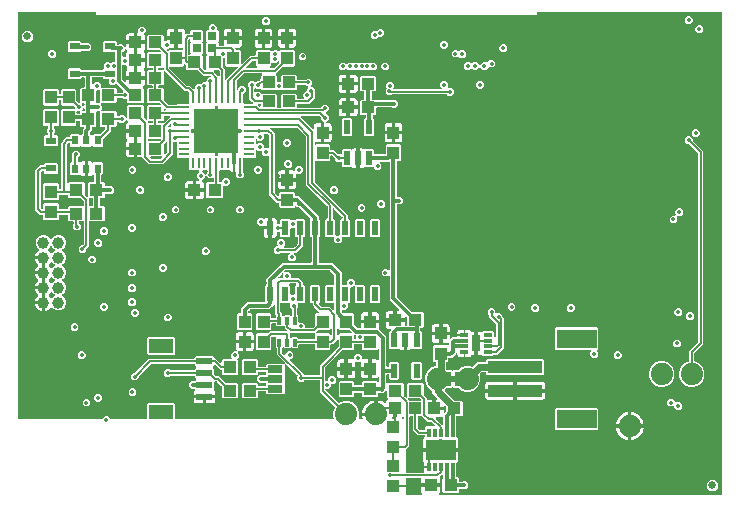
<source format=gbl>
G04 EAGLE Gerber RS-274X export*
G75*
%MOMM*%
%FSLAX34Y34*%
%LPD*%
%INBottom Copper*%
%IPPOS*%
%AMOC8*
5,1,8,0,0,1.08239X$1,22.5*%
G01*
%ADD10C,0.635000*%
%ADD11R,1.000000X1.100000*%
%ADD12R,0.550000X1.200000*%
%ADD13R,1.100000X1.000000*%
%ADD14R,0.600000X1.200000*%
%ADD15R,0.300000X0.660000*%
%ADD16R,0.700000X0.300000*%
%ADD17R,0.800000X1.380000*%
%ADD18C,1.879600*%
%ADD19R,4.600000X1.000000*%
%ADD20R,3.400000X1.600000*%
%ADD21R,0.635000X1.270000*%
%ADD22R,0.350000X0.800000*%
%ADD23R,2.500000X1.700000*%
%ADD24R,1.270000X0.635000*%
%ADD25R,0.550000X0.800000*%
%ADD26R,0.830000X0.630000*%
%ADD27R,0.750000X0.700000*%
%ADD28R,0.900000X0.280000*%
%ADD29R,3.700000X3.700000*%
%ADD30R,0.280000X0.900000*%
%ADD31R,2.000000X1.200000*%
%ADD32R,1.350000X0.600000*%
%ADD33C,1.000000*%
%ADD34C,0.304800*%
%ADD35C,0.352400*%
%ADD36C,0.127000*%
%ADD37C,0.558800*%
%ADD38C,0.177800*%

G36*
X597484Y1778D02*
X597484Y1778D01*
X597503Y1776D01*
X597605Y1798D01*
X597707Y1814D01*
X597724Y1824D01*
X597744Y1828D01*
X597833Y1881D01*
X597924Y1930D01*
X597938Y1944D01*
X597955Y1954D01*
X598022Y2033D01*
X598094Y2108D01*
X598102Y2126D01*
X598115Y2141D01*
X598154Y2237D01*
X598197Y2331D01*
X598199Y2351D01*
X598207Y2369D01*
X598225Y2536D01*
X598225Y410000D01*
X598222Y410020D01*
X598224Y410039D01*
X598202Y410141D01*
X598186Y410243D01*
X598176Y410260D01*
X598172Y410280D01*
X598119Y410369D01*
X598070Y410460D01*
X598056Y410474D01*
X598046Y410491D01*
X597967Y410558D01*
X597892Y410630D01*
X597874Y410638D01*
X597859Y410651D01*
X597763Y410690D01*
X597669Y410733D01*
X597649Y410735D01*
X597631Y410743D01*
X597464Y410761D01*
X442536Y410761D01*
X442516Y410758D01*
X442497Y410760D01*
X442395Y410738D01*
X442293Y410722D01*
X442276Y410712D01*
X442256Y410708D01*
X442167Y410655D01*
X442076Y410606D01*
X442062Y410592D01*
X442045Y410582D01*
X441978Y410503D01*
X441906Y410428D01*
X441898Y410410D01*
X441885Y410395D01*
X441846Y410299D01*
X441803Y410205D01*
X441801Y410185D01*
X441793Y410167D01*
X441775Y410000D01*
X441775Y409265D01*
X440735Y408225D01*
X69265Y408225D01*
X68225Y409265D01*
X68225Y410000D01*
X68222Y410020D01*
X68224Y410039D01*
X68202Y410141D01*
X68186Y410243D01*
X68176Y410260D01*
X68172Y410280D01*
X68119Y410369D01*
X68070Y410460D01*
X68056Y410474D01*
X68046Y410491D01*
X67967Y410558D01*
X67892Y410630D01*
X67874Y410638D01*
X67859Y410651D01*
X67763Y410690D01*
X67669Y410733D01*
X67649Y410735D01*
X67631Y410743D01*
X67464Y410761D01*
X2536Y410761D01*
X2516Y410758D01*
X2497Y410760D01*
X2395Y410738D01*
X2293Y410722D01*
X2276Y410712D01*
X2256Y410708D01*
X2167Y410655D01*
X2076Y410606D01*
X2062Y410592D01*
X2045Y410582D01*
X1978Y410503D01*
X1906Y410428D01*
X1898Y410410D01*
X1885Y410395D01*
X1846Y410299D01*
X1803Y410205D01*
X1801Y410185D01*
X1793Y410167D01*
X1775Y410000D01*
X1775Y66397D01*
X1778Y66377D01*
X1776Y66358D01*
X1798Y66256D01*
X1814Y66154D01*
X1824Y66137D01*
X1828Y66117D01*
X1881Y66028D01*
X1930Y65937D01*
X1944Y65923D01*
X1954Y65906D01*
X2033Y65839D01*
X2108Y65767D01*
X2126Y65759D01*
X2141Y65746D01*
X2237Y65707D01*
X2331Y65664D01*
X2351Y65662D01*
X2369Y65654D01*
X2536Y65636D01*
X72952Y65636D01*
X72972Y65639D01*
X72991Y65637D01*
X73093Y65659D01*
X73195Y65675D01*
X73212Y65685D01*
X73232Y65689D01*
X73321Y65742D01*
X73412Y65791D01*
X73426Y65805D01*
X73443Y65815D01*
X73510Y65894D01*
X73582Y65969D01*
X73590Y65987D01*
X73603Y66002D01*
X73642Y66098D01*
X73685Y66192D01*
X73687Y66212D01*
X73695Y66230D01*
X73709Y66357D01*
X75639Y68287D01*
X78361Y68287D01*
X80288Y66360D01*
X80288Y66358D01*
X80310Y66256D01*
X80326Y66154D01*
X80336Y66137D01*
X80340Y66117D01*
X80393Y66028D01*
X80442Y65937D01*
X80456Y65923D01*
X80466Y65906D01*
X80545Y65839D01*
X80620Y65767D01*
X80638Y65759D01*
X80653Y65746D01*
X80749Y65707D01*
X80843Y65664D01*
X80863Y65662D01*
X80881Y65654D01*
X81048Y65636D01*
X110964Y65636D01*
X110984Y65639D01*
X111003Y65637D01*
X111105Y65659D01*
X111207Y65675D01*
X111224Y65685D01*
X111244Y65689D01*
X111333Y65742D01*
X111424Y65791D01*
X111438Y65805D01*
X111455Y65815D01*
X111522Y65894D01*
X111594Y65969D01*
X111602Y65987D01*
X111615Y66002D01*
X111654Y66098D01*
X111697Y66192D01*
X111699Y66212D01*
X111707Y66230D01*
X111725Y66397D01*
X111725Y78632D01*
X112618Y79525D01*
X133882Y79525D01*
X134775Y78632D01*
X134775Y66397D01*
X134778Y66377D01*
X134776Y66358D01*
X134798Y66256D01*
X134814Y66154D01*
X134824Y66137D01*
X134828Y66117D01*
X134881Y66028D01*
X134930Y65937D01*
X134944Y65923D01*
X134954Y65906D01*
X135033Y65839D01*
X135108Y65767D01*
X135126Y65759D01*
X135141Y65746D01*
X135237Y65707D01*
X135331Y65664D01*
X135351Y65662D01*
X135369Y65654D01*
X135536Y65636D01*
X268846Y65636D01*
X268891Y65643D01*
X268937Y65641D01*
X269012Y65663D01*
X269089Y65675D01*
X269129Y65697D01*
X269173Y65710D01*
X269237Y65754D01*
X269306Y65791D01*
X269337Y65824D01*
X269375Y65850D01*
X269422Y65913D01*
X269475Y65969D01*
X269495Y66011D01*
X269522Y66047D01*
X269546Y66121D01*
X269579Y66192D01*
X269584Y66238D01*
X269598Y66281D01*
X269597Y66359D01*
X269606Y66436D01*
X269596Y66481D01*
X269596Y66527D01*
X269558Y66658D01*
X269554Y66677D01*
X269551Y66681D01*
X269549Y66688D01*
X269077Y67827D01*
X269077Y72173D01*
X270551Y75730D01*
X270578Y75844D01*
X270606Y75957D01*
X270606Y75964D01*
X270607Y75970D01*
X270596Y76086D01*
X270587Y76203D01*
X270585Y76208D01*
X270584Y76215D01*
X270536Y76322D01*
X270491Y76429D01*
X270486Y76435D01*
X270484Y76439D01*
X270471Y76453D01*
X270386Y76560D01*
X257840Y89105D01*
X257840Y98079D01*
X257837Y98099D01*
X257839Y98118D01*
X257817Y98220D01*
X257801Y98322D01*
X257791Y98339D01*
X257787Y98359D01*
X257734Y98448D01*
X257685Y98539D01*
X257671Y98553D01*
X257661Y98570D01*
X257582Y98637D01*
X257507Y98709D01*
X257489Y98717D01*
X257474Y98730D01*
X257378Y98769D01*
X257284Y98812D01*
X257264Y98814D01*
X257246Y98822D01*
X257079Y98840D01*
X244804Y98840D01*
X244714Y98826D01*
X244623Y98818D01*
X244593Y98806D01*
X244561Y98801D01*
X244480Y98758D01*
X244396Y98722D01*
X244364Y98696D01*
X244344Y98685D01*
X244321Y98662D01*
X244265Y98617D01*
X243361Y97713D01*
X240639Y97713D01*
X238713Y99639D01*
X238713Y102402D01*
X238754Y102458D01*
X238760Y102477D01*
X238771Y102494D01*
X238796Y102595D01*
X238826Y102693D01*
X238826Y102713D01*
X238831Y102733D01*
X238823Y102836D01*
X238820Y102939D01*
X238813Y102958D01*
X238812Y102978D01*
X238771Y103073D01*
X238736Y103170D01*
X238723Y103186D01*
X238715Y103204D01*
X238610Y103335D01*
X229174Y112771D01*
X229116Y112813D01*
X229064Y112863D01*
X229017Y112885D01*
X228975Y112915D01*
X228906Y112936D01*
X228841Y112966D01*
X228789Y112972D01*
X228739Y112987D01*
X228668Y112985D01*
X228597Y112993D01*
X228546Y112982D01*
X228494Y112981D01*
X228426Y112956D01*
X228356Y112941D01*
X228312Y112914D01*
X228263Y112897D01*
X228207Y112852D01*
X228145Y112815D01*
X228111Y112775D01*
X228071Y112743D01*
X228032Y112683D01*
X227985Y112628D01*
X227966Y112580D01*
X227938Y112536D01*
X227920Y112466D01*
X227893Y112400D01*
X227885Y112329D01*
X227877Y112297D01*
X227879Y112274D01*
X227875Y112233D01*
X227875Y88065D01*
X226982Y87172D01*
X213018Y87172D01*
X212125Y88065D01*
X212125Y88951D01*
X212122Y88971D01*
X212124Y88990D01*
X212102Y89092D01*
X212086Y89194D01*
X212076Y89211D01*
X212072Y89231D01*
X212019Y89320D01*
X211970Y89411D01*
X211956Y89425D01*
X211946Y89442D01*
X211867Y89509D01*
X211792Y89581D01*
X211774Y89589D01*
X211759Y89602D01*
X211663Y89641D01*
X211569Y89684D01*
X211549Y89686D01*
X211531Y89694D01*
X211364Y89712D01*
X206286Y89712D01*
X206266Y89709D01*
X206247Y89711D01*
X206145Y89689D01*
X206043Y89673D01*
X206026Y89663D01*
X206006Y89659D01*
X205917Y89606D01*
X205826Y89557D01*
X205812Y89543D01*
X205795Y89533D01*
X205728Y89454D01*
X205656Y89379D01*
X205648Y89361D01*
X205635Y89346D01*
X205596Y89250D01*
X205553Y89156D01*
X205551Y89136D01*
X205543Y89118D01*
X205525Y88951D01*
X205525Y84368D01*
X204632Y83475D01*
X192368Y83475D01*
X191475Y84368D01*
X191475Y95632D01*
X192368Y96525D01*
X204632Y96525D01*
X205525Y95632D01*
X205525Y94793D01*
X205528Y94773D01*
X205526Y94754D01*
X205548Y94652D01*
X205564Y94550D01*
X205574Y94533D01*
X205578Y94513D01*
X205631Y94424D01*
X205680Y94333D01*
X205694Y94319D01*
X205704Y94302D01*
X205783Y94235D01*
X205858Y94163D01*
X205876Y94155D01*
X205891Y94142D01*
X205987Y94103D01*
X206081Y94060D01*
X206101Y94058D01*
X206119Y94050D01*
X206286Y94032D01*
X211364Y94032D01*
X211384Y94035D01*
X211403Y94033D01*
X211505Y94055D01*
X211607Y94071D01*
X211624Y94081D01*
X211644Y94085D01*
X211733Y94138D01*
X211824Y94187D01*
X211838Y94201D01*
X211855Y94211D01*
X211922Y94290D01*
X211994Y94365D01*
X212002Y94383D01*
X212015Y94398D01*
X212054Y94494D01*
X212097Y94588D01*
X212099Y94608D01*
X212107Y94626D01*
X212125Y94793D01*
X212125Y96190D01*
X212123Y96202D01*
X212124Y96209D01*
X212123Y96216D01*
X212124Y96229D01*
X212102Y96331D01*
X212086Y96433D01*
X212076Y96450D01*
X212072Y96470D01*
X212019Y96559D01*
X211970Y96650D01*
X211956Y96664D01*
X211946Y96681D01*
X211867Y96748D01*
X211792Y96820D01*
X211774Y96828D01*
X211759Y96841D01*
X211663Y96880D01*
X211569Y96923D01*
X211549Y96925D01*
X211531Y96933D01*
X211364Y96951D01*
X209915Y96951D01*
X209825Y96937D01*
X209734Y96929D01*
X209704Y96917D01*
X209672Y96912D01*
X209591Y96869D01*
X209507Y96833D01*
X209475Y96807D01*
X209455Y96796D01*
X209436Y96777D01*
X209434Y96776D01*
X209428Y96770D01*
X209376Y96728D01*
X209361Y96713D01*
X206639Y96713D01*
X204713Y98639D01*
X204713Y101361D01*
X206639Y103287D01*
X209361Y103287D01*
X209376Y103272D01*
X209450Y103219D01*
X209520Y103159D01*
X209550Y103147D01*
X209576Y103128D01*
X209663Y103101D01*
X209748Y103067D01*
X209789Y103063D01*
X209811Y103056D01*
X209843Y103057D01*
X209915Y103049D01*
X211364Y103049D01*
X211384Y103052D01*
X211403Y103050D01*
X211505Y103072D01*
X211607Y103088D01*
X211624Y103098D01*
X211644Y103102D01*
X211733Y103155D01*
X211824Y103204D01*
X211838Y103218D01*
X211855Y103228D01*
X211922Y103307D01*
X211994Y103382D01*
X212002Y103400D01*
X212015Y103415D01*
X212054Y103511D01*
X212097Y103605D01*
X212099Y103625D01*
X212107Y103643D01*
X212125Y103810D01*
X212125Y105207D01*
X212122Y105227D01*
X212124Y105246D01*
X212102Y105348D01*
X212086Y105450D01*
X212076Y105467D01*
X212072Y105487D01*
X212019Y105576D01*
X211970Y105667D01*
X211956Y105681D01*
X211946Y105698D01*
X211867Y105765D01*
X211792Y105837D01*
X211774Y105845D01*
X211759Y105858D01*
X211663Y105897D01*
X211569Y105940D01*
X211549Y105942D01*
X211531Y105950D01*
X211364Y105968D01*
X206286Y105968D01*
X206266Y105965D01*
X206247Y105967D01*
X206145Y105945D01*
X206043Y105929D01*
X206026Y105919D01*
X206006Y105915D01*
X205917Y105862D01*
X205826Y105813D01*
X205812Y105799D01*
X205795Y105789D01*
X205728Y105710D01*
X205656Y105635D01*
X205648Y105617D01*
X205635Y105602D01*
X205596Y105506D01*
X205553Y105412D01*
X205551Y105392D01*
X205543Y105374D01*
X205525Y105207D01*
X205525Y104368D01*
X204632Y103475D01*
X192368Y103475D01*
X191475Y104368D01*
X191475Y115632D01*
X192368Y116525D01*
X204632Y116525D01*
X205525Y115632D01*
X205525Y111049D01*
X205528Y111029D01*
X205526Y111010D01*
X205548Y110908D01*
X205564Y110806D01*
X205574Y110789D01*
X205578Y110769D01*
X205631Y110680D01*
X205680Y110589D01*
X205694Y110575D01*
X205704Y110558D01*
X205783Y110491D01*
X205858Y110419D01*
X205876Y110411D01*
X205891Y110398D01*
X205987Y110359D01*
X206081Y110316D01*
X206101Y110314D01*
X206119Y110306D01*
X206286Y110288D01*
X211364Y110288D01*
X211384Y110291D01*
X211403Y110289D01*
X211505Y110311D01*
X211607Y110327D01*
X211624Y110337D01*
X211644Y110341D01*
X211733Y110394D01*
X211824Y110443D01*
X211838Y110457D01*
X211855Y110467D01*
X211922Y110546D01*
X211994Y110621D01*
X212002Y110639D01*
X212015Y110654D01*
X212054Y110750D01*
X212097Y110844D01*
X212099Y110864D01*
X212107Y110882D01*
X212125Y111049D01*
X212125Y111935D01*
X213018Y112828D01*
X227280Y112828D01*
X227351Y112839D01*
X227423Y112841D01*
X227472Y112859D01*
X227523Y112867D01*
X227586Y112901D01*
X227654Y112926D01*
X227694Y112958D01*
X227740Y112983D01*
X227790Y113035D01*
X227846Y113079D01*
X227874Y113123D01*
X227910Y113161D01*
X227940Y113226D01*
X227979Y113286D01*
X227991Y113337D01*
X228013Y113384D01*
X228021Y113455D01*
X228039Y113525D01*
X228035Y113577D01*
X228040Y113628D01*
X228025Y113699D01*
X228020Y113770D01*
X227999Y113818D01*
X227988Y113869D01*
X227951Y113930D01*
X227923Y113996D01*
X227878Y114052D01*
X227862Y114080D01*
X227844Y114095D01*
X227818Y114127D01*
X221340Y120605D01*
X221340Y125688D01*
X221326Y125778D01*
X221318Y125869D01*
X221306Y125899D01*
X221301Y125931D01*
X221258Y126012D01*
X221222Y126095D01*
X221196Y126128D01*
X221185Y126148D01*
X221162Y126170D01*
X221117Y126226D01*
X220475Y126868D01*
X220475Y134865D01*
X220479Y134874D01*
X220485Y134926D01*
X220500Y134975D01*
X220498Y135047D01*
X220506Y135118D01*
X220495Y135169D01*
X220494Y135221D01*
X220469Y135289D01*
X220454Y135359D01*
X220427Y135403D01*
X220410Y135452D01*
X220365Y135508D01*
X220328Y135570D01*
X220289Y135604D01*
X220256Y135644D01*
X220196Y135683D01*
X220141Y135730D01*
X220093Y135749D01*
X220049Y135777D01*
X219980Y135795D01*
X219913Y135822D01*
X219842Y135830D01*
X219811Y135838D01*
X219787Y135836D01*
X219746Y135840D01*
X217710Y135840D01*
X217620Y135826D01*
X217529Y135818D01*
X217499Y135806D01*
X217467Y135801D01*
X217386Y135758D01*
X217303Y135722D01*
X217270Y135696D01*
X217250Y135685D01*
X217228Y135662D01*
X217172Y135617D01*
X216748Y135193D01*
X216695Y135119D01*
X216635Y135050D01*
X216623Y135020D01*
X216604Y134994D01*
X216577Y134907D01*
X216543Y134822D01*
X216539Y134781D01*
X216532Y134759D01*
X216533Y134726D01*
X216525Y134655D01*
X216525Y125368D01*
X215632Y124475D01*
X204368Y124475D01*
X203475Y125368D01*
X203475Y137632D01*
X204368Y138525D01*
X213655Y138525D01*
X213745Y138539D01*
X213836Y138547D01*
X213866Y138559D01*
X213898Y138564D01*
X213978Y138607D01*
X214062Y138643D01*
X214095Y138669D01*
X214115Y138680D01*
X214137Y138703D01*
X214193Y138748D01*
X215621Y140176D01*
X215663Y140234D01*
X215713Y140286D01*
X215721Y140303D01*
X215759Y140270D01*
X215807Y140251D01*
X215851Y140223D01*
X215921Y140205D01*
X215987Y140178D01*
X216058Y140170D01*
X216090Y140162D01*
X216113Y140164D01*
X216154Y140160D01*
X228948Y140160D01*
X229019Y140171D01*
X229091Y140173D01*
X229140Y140191D01*
X229191Y140199D01*
X229254Y140233D01*
X229322Y140258D01*
X229362Y140290D01*
X229408Y140315D01*
X229458Y140367D01*
X229514Y140411D01*
X229542Y140455D01*
X229578Y140493D01*
X229608Y140558D01*
X229647Y140618D01*
X229659Y140669D01*
X229681Y140716D01*
X229689Y140787D01*
X229707Y140857D01*
X229703Y140909D01*
X229708Y140960D01*
X229693Y141031D01*
X229688Y141102D01*
X229667Y141150D01*
X229656Y141201D01*
X229619Y141262D01*
X229591Y141328D01*
X229546Y141384D01*
X229530Y141412D01*
X229512Y141427D01*
X229486Y141459D01*
X227840Y143105D01*
X227840Y144088D01*
X227826Y144178D01*
X227818Y144269D01*
X227806Y144299D01*
X227801Y144331D01*
X227758Y144412D01*
X227722Y144495D01*
X227696Y144528D01*
X227685Y144548D01*
X227662Y144570D01*
X227617Y144626D01*
X227288Y144955D01*
X227272Y144967D01*
X227260Y144983D01*
X227172Y145039D01*
X227089Y145099D01*
X227070Y145105D01*
X227053Y145116D01*
X226952Y145141D01*
X226853Y145171D01*
X226834Y145171D01*
X226814Y145176D01*
X226711Y145168D01*
X226608Y145165D01*
X226589Y145158D01*
X226569Y145157D01*
X226474Y145116D01*
X226377Y145081D01*
X226361Y145068D01*
X226343Y145060D01*
X226212Y144955D01*
X225632Y144375D01*
X221368Y144375D01*
X220475Y145268D01*
X220475Y146279D01*
X220472Y146299D01*
X220474Y146318D01*
X220452Y146420D01*
X220436Y146522D01*
X220426Y146539D01*
X220422Y146559D01*
X220369Y146648D01*
X220320Y146739D01*
X220306Y146753D01*
X220296Y146770D01*
X220217Y146837D01*
X220142Y146909D01*
X220124Y146917D01*
X220109Y146930D01*
X220013Y146969D01*
X219919Y147012D01*
X219899Y147014D01*
X219881Y147022D01*
X219714Y147040D01*
X217286Y147040D01*
X217266Y147037D01*
X217247Y147039D01*
X217145Y147017D01*
X217043Y147001D01*
X217026Y146991D01*
X217006Y146987D01*
X216917Y146934D01*
X216826Y146885D01*
X216812Y146871D01*
X216795Y146861D01*
X216728Y146782D01*
X216656Y146707D01*
X216648Y146689D01*
X216635Y146674D01*
X216596Y146578D01*
X216553Y146484D01*
X216551Y146464D01*
X216543Y146446D01*
X216525Y146279D01*
X216525Y142368D01*
X215616Y141459D01*
X215574Y141401D01*
X215524Y141349D01*
X215516Y141332D01*
X215478Y141365D01*
X215430Y141384D01*
X215386Y141412D01*
X215316Y141430D01*
X215250Y141457D01*
X215179Y141465D01*
X215147Y141473D01*
X215124Y141471D01*
X215083Y141475D01*
X204368Y141475D01*
X203475Y142368D01*
X203475Y154632D01*
X204368Y155525D01*
X215632Y155525D01*
X216525Y154632D01*
X216525Y152121D01*
X216528Y152101D01*
X216526Y152082D01*
X216548Y151980D01*
X216564Y151878D01*
X216574Y151861D01*
X216578Y151841D01*
X216631Y151752D01*
X216680Y151661D01*
X216694Y151647D01*
X216704Y151630D01*
X216783Y151563D01*
X216858Y151491D01*
X216876Y151483D01*
X216891Y151470D01*
X216987Y151431D01*
X217081Y151388D01*
X217101Y151386D01*
X217119Y151378D01*
X217286Y151360D01*
X219714Y151360D01*
X219734Y151363D01*
X219753Y151361D01*
X219855Y151383D01*
X219957Y151399D01*
X219974Y151409D01*
X219994Y151413D01*
X220083Y151466D01*
X220174Y151515D01*
X220188Y151529D01*
X220205Y151539D01*
X220272Y151618D01*
X220344Y151693D01*
X220352Y151711D01*
X220365Y151726D01*
X220404Y151822D01*
X220447Y151916D01*
X220449Y151936D01*
X220457Y151954D01*
X220475Y152121D01*
X220475Y153132D01*
X220631Y153288D01*
X220643Y153304D01*
X220659Y153316D01*
X220715Y153403D01*
X220775Y153487D01*
X220781Y153506D01*
X220792Y153523D01*
X220817Y153624D01*
X220847Y153722D01*
X220847Y153742D01*
X220852Y153762D01*
X220844Y153865D01*
X220841Y153968D01*
X220834Y153987D01*
X220833Y154007D01*
X220792Y154102D01*
X220757Y154199D01*
X220744Y154215D01*
X220736Y154233D01*
X220631Y154364D01*
X219840Y155155D01*
X219840Y162141D01*
X219829Y162212D01*
X219827Y162283D01*
X219809Y162332D01*
X219801Y162384D01*
X219767Y162447D01*
X219742Y162514D01*
X219710Y162555D01*
X219685Y162601D01*
X219633Y162650D01*
X219589Y162706D01*
X219545Y162735D01*
X219507Y162770D01*
X219442Y162801D01*
X219382Y162839D01*
X219331Y162852D01*
X219284Y162874D01*
X219213Y162882D01*
X219143Y162899D01*
X219091Y162895D01*
X219040Y162901D01*
X218969Y162886D01*
X218898Y162880D01*
X218850Y162860D01*
X218799Y162849D01*
X218738Y162812D01*
X218672Y162784D01*
X218616Y162739D01*
X218588Y162723D01*
X218573Y162705D01*
X218541Y162679D01*
X216822Y160960D01*
X214813Y158951D01*
X199078Y158951D01*
X198988Y158937D01*
X198897Y158929D01*
X198867Y158917D01*
X198835Y158912D01*
X198755Y158869D01*
X198671Y158833D01*
X198639Y158807D01*
X198618Y158796D01*
X198596Y158773D01*
X198540Y158728D01*
X197272Y157460D01*
X197219Y157386D01*
X197159Y157317D01*
X197147Y157287D01*
X197128Y157260D01*
X197101Y157173D01*
X197067Y157089D01*
X197063Y157048D01*
X197056Y157025D01*
X197057Y156993D01*
X197049Y156922D01*
X197049Y156286D01*
X197050Y156275D01*
X197050Y156269D01*
X197051Y156261D01*
X197050Y156247D01*
X197072Y156145D01*
X197088Y156043D01*
X197098Y156026D01*
X197102Y156006D01*
X197155Y155917D01*
X197204Y155826D01*
X197218Y155812D01*
X197228Y155795D01*
X197307Y155728D01*
X197382Y155656D01*
X197400Y155648D01*
X197415Y155635D01*
X197511Y155596D01*
X197605Y155553D01*
X197625Y155551D01*
X197643Y155543D01*
X197810Y155525D01*
X199632Y155525D01*
X200525Y154632D01*
X200525Y142368D01*
X199632Y141475D01*
X188368Y141475D01*
X187475Y142368D01*
X187475Y154632D01*
X188368Y155525D01*
X190190Y155525D01*
X190210Y155528D01*
X190229Y155526D01*
X190331Y155548D01*
X190433Y155564D01*
X190450Y155574D01*
X190470Y155578D01*
X190559Y155631D01*
X190650Y155680D01*
X190664Y155694D01*
X190681Y155704D01*
X190748Y155783D01*
X190820Y155858D01*
X190828Y155876D01*
X190841Y155891D01*
X190880Y155987D01*
X190923Y156081D01*
X190925Y156101D01*
X190933Y156119D01*
X190951Y156286D01*
X190951Y159763D01*
X196237Y165049D01*
X210264Y165049D01*
X210284Y165052D01*
X210303Y165050D01*
X210405Y165072D01*
X210507Y165088D01*
X210524Y165098D01*
X210544Y165102D01*
X210633Y165155D01*
X210724Y165204D01*
X210738Y165218D01*
X210755Y165228D01*
X210822Y165307D01*
X210894Y165382D01*
X210902Y165400D01*
X210915Y165415D01*
X210954Y165511D01*
X210997Y165605D01*
X210999Y165625D01*
X211007Y165643D01*
X211025Y165810D01*
X211025Y178632D01*
X211953Y179560D01*
X211983Y179564D01*
X212000Y179574D01*
X212020Y179578D01*
X212109Y179631D01*
X212200Y179680D01*
X212214Y179694D01*
X212231Y179704D01*
X212298Y179783D01*
X212370Y179858D01*
X212378Y179876D01*
X212391Y179891D01*
X212430Y179987D01*
X212473Y180081D01*
X212475Y180101D01*
X212483Y180119D01*
X212501Y180286D01*
X212501Y181872D01*
X212487Y181962D01*
X212479Y182053D01*
X212467Y182083D01*
X212462Y182115D01*
X212451Y182134D01*
X212451Y184763D01*
X225737Y198049D01*
X249840Y198049D01*
X249860Y198052D01*
X249879Y198050D01*
X249981Y198072D01*
X250083Y198088D01*
X250100Y198098D01*
X250120Y198102D01*
X250209Y198155D01*
X250300Y198204D01*
X250314Y198218D01*
X250331Y198228D01*
X250398Y198307D01*
X250470Y198382D01*
X250478Y198400D01*
X250491Y198415D01*
X250530Y198511D01*
X250573Y198605D01*
X250575Y198625D01*
X250583Y198643D01*
X250601Y198810D01*
X250601Y219714D01*
X250598Y219734D01*
X250600Y219753D01*
X250578Y219855D01*
X250562Y219957D01*
X250552Y219974D01*
X250548Y219994D01*
X250495Y220083D01*
X250446Y220174D01*
X250432Y220188D01*
X250422Y220205D01*
X250343Y220272D01*
X250268Y220344D01*
X250250Y220352D01*
X250235Y220365D01*
X250139Y220404D01*
X250048Y220446D01*
X249125Y221368D01*
X249125Y234632D01*
X249553Y235059D01*
X249564Y235075D01*
X249580Y235088D01*
X249636Y235175D01*
X249696Y235259D01*
X249702Y235278D01*
X249713Y235295D01*
X249738Y235395D01*
X249769Y235494D01*
X249768Y235514D01*
X249773Y235533D01*
X249765Y235636D01*
X249762Y235740D01*
X249755Y235759D01*
X249754Y235778D01*
X249714Y235873D01*
X249678Y235971D01*
X249665Y235986D01*
X249658Y236005D01*
X249553Y236136D01*
X240785Y244903D01*
X240711Y244956D01*
X240642Y245016D01*
X240612Y245028D01*
X240585Y245047D01*
X240498Y245074D01*
X240414Y245108D01*
X240373Y245112D01*
X240350Y245119D01*
X240318Y245118D01*
X240247Y245126D01*
X238639Y245126D01*
X237824Y245941D01*
X237766Y245982D01*
X237714Y246032D01*
X237667Y246054D01*
X237625Y246084D01*
X237556Y246105D01*
X237491Y246135D01*
X237439Y246141D01*
X237389Y246157D01*
X237318Y246155D01*
X237247Y246163D01*
X237196Y246151D01*
X237144Y246150D01*
X237076Y246126D01*
X237006Y246110D01*
X236961Y246084D01*
X236913Y246066D01*
X236857Y246021D01*
X236795Y245984D01*
X236761Y245945D01*
X236721Y245912D01*
X236682Y245852D01*
X236635Y245797D01*
X236616Y245749D01*
X236588Y245705D01*
X236570Y245636D01*
X236543Y245569D01*
X236535Y245498D01*
X236527Y245467D01*
X236529Y245443D01*
X236525Y245402D01*
X236525Y245368D01*
X235632Y244475D01*
X224368Y244475D01*
X223475Y245368D01*
X223475Y248325D01*
X223472Y248345D01*
X223474Y248364D01*
X223452Y248466D01*
X223436Y248568D01*
X223426Y248585D01*
X223422Y248605D01*
X223369Y248694D01*
X223320Y248785D01*
X223306Y248799D01*
X223296Y248816D01*
X223217Y248883D01*
X223142Y248955D01*
X223124Y248963D01*
X223109Y248976D01*
X223013Y249015D01*
X222919Y249058D01*
X222899Y249060D01*
X222881Y249068D01*
X222714Y249086D01*
X221500Y249086D01*
X214586Y256000D01*
X214586Y288100D01*
X214575Y288171D01*
X214573Y288243D01*
X214555Y288292D01*
X214547Y288343D01*
X214513Y288406D01*
X214488Y288474D01*
X214456Y288514D01*
X214431Y288560D01*
X214379Y288610D01*
X214335Y288666D01*
X214291Y288694D01*
X214253Y288730D01*
X214188Y288760D01*
X214128Y288799D01*
X214077Y288812D01*
X214030Y288833D01*
X213959Y288841D01*
X213889Y288859D01*
X213837Y288855D01*
X213786Y288861D01*
X213715Y288845D01*
X213644Y288840D01*
X213596Y288819D01*
X213545Y288808D01*
X213484Y288771D01*
X213418Y288743D01*
X213380Y288713D01*
X210639Y288713D01*
X208713Y290639D01*
X208713Y292412D01*
X208710Y292432D01*
X208712Y292451D01*
X208690Y292553D01*
X208674Y292655D01*
X208664Y292672D01*
X208660Y292692D01*
X208607Y292781D01*
X208558Y292872D01*
X208544Y292886D01*
X208534Y292903D01*
X208455Y292970D01*
X208380Y293042D01*
X208362Y293050D01*
X208347Y293063D01*
X208251Y293102D01*
X208157Y293145D01*
X208137Y293147D01*
X208119Y293155D01*
X207952Y293173D01*
X205639Y293173D01*
X204824Y293988D01*
X204766Y294029D01*
X204714Y294079D01*
X204667Y294101D01*
X204625Y294131D01*
X204556Y294152D01*
X204491Y294182D01*
X204439Y294188D01*
X204389Y294204D01*
X204318Y294202D01*
X204247Y294210D01*
X204196Y294198D01*
X204144Y294197D01*
X204076Y294173D01*
X204006Y294157D01*
X203961Y294131D01*
X203913Y294113D01*
X203857Y294068D01*
X203795Y294031D01*
X203761Y293992D01*
X203721Y293959D01*
X203682Y293899D01*
X203635Y293844D01*
X203616Y293796D01*
X203588Y293752D01*
X203570Y293683D01*
X203543Y293616D01*
X203535Y293545D01*
X203527Y293514D01*
X203529Y293490D01*
X203525Y293449D01*
X203525Y292943D01*
X203511Y292922D01*
X203451Y292839D01*
X203445Y292820D01*
X203434Y292803D01*
X203409Y292702D01*
X203379Y292604D01*
X203379Y292584D01*
X203374Y292564D01*
X203382Y292461D01*
X203385Y292358D01*
X203392Y292339D01*
X203393Y292319D01*
X203434Y292224D01*
X203469Y292127D01*
X203482Y292111D01*
X203490Y292093D01*
X203525Y292049D01*
X203525Y287968D01*
X202632Y287075D01*
X193686Y287075D01*
X193666Y287072D01*
X193647Y287074D01*
X193545Y287052D01*
X193443Y287036D01*
X193426Y287026D01*
X193406Y287022D01*
X193317Y286969D01*
X193226Y286920D01*
X193212Y286906D01*
X193195Y286896D01*
X193128Y286817D01*
X193056Y286742D01*
X193048Y286724D01*
X193035Y286709D01*
X192996Y286613D01*
X192953Y286519D01*
X192951Y286499D01*
X192943Y286481D01*
X192925Y286314D01*
X192925Y277368D01*
X192637Y277080D01*
X192584Y277006D01*
X192524Y276937D01*
X192512Y276907D01*
X192493Y276881D01*
X192466Y276794D01*
X192432Y276709D01*
X192428Y276668D01*
X192421Y276646D01*
X192422Y276613D01*
X192414Y276542D01*
X192414Y275550D01*
X192428Y275460D01*
X192436Y275369D01*
X192448Y275339D01*
X192453Y275307D01*
X192496Y275226D01*
X192532Y275142D01*
X192558Y275110D01*
X192569Y275090D01*
X192592Y275067D01*
X192637Y275011D01*
X193287Y274361D01*
X193287Y271639D01*
X191361Y269713D01*
X188639Y269713D01*
X186713Y271639D01*
X186713Y274548D01*
X186727Y274594D01*
X186726Y274666D01*
X186734Y274737D01*
X186723Y274788D01*
X186721Y274840D01*
X186697Y274907D01*
X186681Y274978D01*
X186655Y275022D01*
X186637Y275071D01*
X186592Y275127D01*
X186555Y275189D01*
X186516Y275223D01*
X186483Y275263D01*
X186423Y275302D01*
X186368Y275349D01*
X186320Y275368D01*
X186277Y275396D01*
X186207Y275414D01*
X186140Y275441D01*
X186069Y275449D01*
X186038Y275457D01*
X186015Y275455D01*
X185973Y275459D01*
X185761Y275459D01*
X185761Y282500D01*
X185758Y282519D01*
X185760Y282539D01*
X185738Y282640D01*
X185722Y282742D01*
X185712Y282760D01*
X185708Y282779D01*
X185655Y282869D01*
X185607Y282960D01*
X185592Y282973D01*
X185582Y282991D01*
X185503Y283058D01*
X185428Y283129D01*
X185410Y283138D01*
X185395Y283151D01*
X185299Y283189D01*
X185205Y283233D01*
X185185Y283235D01*
X185167Y283242D01*
X185000Y283261D01*
X184980Y283258D01*
X184961Y283260D01*
X184960Y283260D01*
X184859Y283238D01*
X184757Y283221D01*
X184740Y283212D01*
X184720Y283208D01*
X184631Y283154D01*
X184540Y283106D01*
X184526Y283092D01*
X184509Y283081D01*
X184442Y283003D01*
X184370Y282928D01*
X184362Y282910D01*
X184349Y282895D01*
X184310Y282798D01*
X184267Y282705D01*
X184265Y282685D01*
X184257Y282666D01*
X184239Y282500D01*
X184239Y275459D01*
X183266Y275459D01*
X182619Y275632D01*
X182040Y275967D01*
X181755Y276252D01*
X181681Y276305D01*
X181611Y276365D01*
X181581Y276377D01*
X181555Y276396D01*
X181468Y276423D01*
X181383Y276457D01*
X181342Y276461D01*
X181320Y276468D01*
X181288Y276467D01*
X181216Y276475D01*
X177943Y276475D01*
X177922Y276489D01*
X177839Y276549D01*
X177820Y276555D01*
X177803Y276566D01*
X177702Y276591D01*
X177604Y276621D01*
X177584Y276621D01*
X177564Y276626D01*
X177461Y276618D01*
X177358Y276615D01*
X177339Y276608D01*
X177319Y276607D01*
X177224Y276566D01*
X177127Y276531D01*
X177111Y276518D01*
X177093Y276510D01*
X177049Y276475D01*
X172921Y276475D01*
X172901Y276472D01*
X172882Y276474D01*
X172780Y276452D01*
X172678Y276436D01*
X172661Y276426D01*
X172641Y276422D01*
X172552Y276369D01*
X172461Y276320D01*
X172447Y276306D01*
X172430Y276296D01*
X172363Y276217D01*
X172291Y276142D01*
X172283Y276124D01*
X172270Y276109D01*
X172231Y276013D01*
X172188Y275919D01*
X172186Y275899D01*
X172178Y275881D01*
X172160Y275714D01*
X172160Y267286D01*
X172163Y267266D01*
X172161Y267247D01*
X172183Y267145D01*
X172199Y267043D01*
X172209Y267026D01*
X172213Y267006D01*
X172266Y266917D01*
X172315Y266826D01*
X172329Y266812D01*
X172339Y266795D01*
X172418Y266728D01*
X172493Y266656D01*
X172511Y266648D01*
X172526Y266635D01*
X172622Y266596D01*
X172716Y266553D01*
X172736Y266551D01*
X172754Y266543D01*
X172921Y266525D01*
X173952Y266525D01*
X173972Y266528D01*
X173991Y266526D01*
X174093Y266548D01*
X174195Y266564D01*
X174212Y266574D01*
X174232Y266578D01*
X174321Y266631D01*
X174412Y266680D01*
X174426Y266694D01*
X174443Y266704D01*
X174510Y266783D01*
X174582Y266858D01*
X174590Y266876D01*
X174603Y266891D01*
X174642Y266987D01*
X174685Y267081D01*
X174687Y267101D01*
X174695Y267119D01*
X174713Y267286D01*
X174713Y268361D01*
X176639Y270287D01*
X179361Y270287D01*
X181287Y268361D01*
X181287Y265639D01*
X179361Y263713D01*
X176511Y263713D01*
X176491Y263722D01*
X176439Y263728D01*
X176390Y263743D01*
X176318Y263742D01*
X176247Y263750D01*
X176196Y263739D01*
X176144Y263737D01*
X176076Y263713D01*
X176006Y263697D01*
X175962Y263671D01*
X175913Y263653D01*
X175857Y263608D01*
X175795Y263571D01*
X175761Y263532D01*
X175721Y263499D01*
X175682Y263439D01*
X175635Y263384D01*
X175616Y263336D01*
X175588Y263292D01*
X175570Y263223D01*
X175543Y263156D01*
X175535Y263085D01*
X175527Y263054D01*
X175529Y263030D01*
X175525Y262989D01*
X175525Y254368D01*
X174632Y253475D01*
X162368Y253475D01*
X161475Y254368D01*
X161475Y265632D01*
X162368Y266525D01*
X167079Y266525D01*
X167099Y266528D01*
X167118Y266526D01*
X167220Y266548D01*
X167322Y266564D01*
X167339Y266574D01*
X167359Y266578D01*
X167448Y266631D01*
X167539Y266680D01*
X167553Y266694D01*
X167570Y266704D01*
X167637Y266783D01*
X167709Y266858D01*
X167717Y266876D01*
X167730Y266891D01*
X167769Y266987D01*
X167812Y267081D01*
X167814Y267101D01*
X167822Y267119D01*
X167840Y267286D01*
X167840Y269354D01*
X167829Y269425D01*
X167827Y269497D01*
X167809Y269546D01*
X167801Y269597D01*
X167767Y269660D01*
X167742Y269728D01*
X167710Y269768D01*
X167685Y269814D01*
X167634Y269864D01*
X167589Y269920D01*
X167545Y269948D01*
X167507Y269984D01*
X167442Y270014D01*
X167382Y270053D01*
X167331Y270066D01*
X167284Y270087D01*
X167213Y270095D01*
X167143Y270113D01*
X167091Y270109D01*
X167040Y270115D01*
X166969Y270099D01*
X166898Y270094D01*
X166850Y270073D01*
X166799Y270062D01*
X166738Y270025D01*
X166672Y269997D01*
X166616Y269953D01*
X166588Y269936D01*
X166573Y269918D01*
X166541Y269893D01*
X166361Y269713D01*
X163639Y269713D01*
X161586Y271766D01*
X161528Y271807D01*
X161476Y271857D01*
X161429Y271879D01*
X161387Y271909D01*
X161318Y271930D01*
X161253Y271960D01*
X161201Y271966D01*
X161151Y271982D01*
X161080Y271980D01*
X161009Y271988D01*
X160958Y271976D01*
X160906Y271975D01*
X160838Y271951D01*
X160768Y271935D01*
X160723Y271909D01*
X160675Y271891D01*
X160619Y271846D01*
X160557Y271809D01*
X160523Y271770D01*
X160483Y271737D01*
X160444Y271677D01*
X160397Y271622D01*
X160378Y271574D01*
X160350Y271530D01*
X160332Y271461D01*
X160305Y271394D01*
X160297Y271323D01*
X160289Y271292D01*
X160291Y271268D01*
X160287Y271227D01*
X160287Y270639D01*
X158339Y268690D01*
X158323Y268686D01*
X158248Y268674D01*
X158206Y268651D01*
X158160Y268637D01*
X158098Y268594D01*
X158031Y268558D01*
X157998Y268524D01*
X157958Y268496D01*
X157914Y268435D01*
X157861Y268380D01*
X157841Y268337D01*
X157813Y268298D01*
X157790Y268226D01*
X157758Y268157D01*
X157752Y268109D01*
X157738Y268064D01*
X157739Y267988D01*
X157731Y267913D01*
X157741Y267866D01*
X157742Y267818D01*
X157767Y267746D01*
X157783Y267672D01*
X157808Y267631D01*
X157824Y267586D01*
X157870Y267526D01*
X157909Y267461D01*
X157945Y267430D01*
X157975Y267392D01*
X158079Y267316D01*
X158096Y267301D01*
X158102Y267299D01*
X158110Y267293D01*
X158560Y267033D01*
X159033Y266560D01*
X159368Y265981D01*
X159541Y265334D01*
X159541Y261523D01*
X153023Y261523D01*
X153023Y267541D01*
X154973Y267541D01*
X155044Y267552D01*
X155116Y267554D01*
X155165Y267572D01*
X155216Y267580D01*
X155279Y267614D01*
X155347Y267639D01*
X155387Y267671D01*
X155433Y267696D01*
X155483Y267748D01*
X155539Y267792D01*
X155567Y267836D01*
X155603Y267874D01*
X155633Y267939D01*
X155672Y267999D01*
X155685Y268050D01*
X155706Y268097D01*
X155714Y268168D01*
X155732Y268238D01*
X155728Y268290D01*
X155734Y268341D01*
X155718Y268412D01*
X155713Y268483D01*
X155692Y268531D01*
X155681Y268582D01*
X155644Y268643D01*
X155616Y268709D01*
X155572Y268765D01*
X155555Y268793D01*
X155537Y268808D01*
X155512Y268840D01*
X153713Y270639D01*
X153713Y273361D01*
X155528Y275176D01*
X155569Y275234D01*
X155619Y275286D01*
X155641Y275333D01*
X155671Y275375D01*
X155692Y275444D01*
X155722Y275509D01*
X155728Y275561D01*
X155744Y275611D01*
X155742Y275682D01*
X155750Y275753D01*
X155738Y275804D01*
X155737Y275856D01*
X155713Y275924D01*
X155697Y275994D01*
X155671Y276039D01*
X155653Y276087D01*
X155608Y276143D01*
X155571Y276205D01*
X155532Y276239D01*
X155499Y276279D01*
X155439Y276318D01*
X155384Y276365D01*
X155336Y276384D01*
X155292Y276412D01*
X155223Y276430D01*
X155156Y276457D01*
X155085Y276465D01*
X155054Y276473D01*
X155030Y276471D01*
X154989Y276475D01*
X152943Y276475D01*
X152922Y276489D01*
X152839Y276549D01*
X152820Y276555D01*
X152803Y276566D01*
X152702Y276591D01*
X152604Y276621D01*
X152584Y276621D01*
X152564Y276626D01*
X152461Y276618D01*
X152358Y276615D01*
X152339Y276608D01*
X152319Y276607D01*
X152224Y276566D01*
X152127Y276531D01*
X152111Y276518D01*
X152093Y276510D01*
X152049Y276475D01*
X147968Y276475D01*
X147075Y277368D01*
X147075Y286314D01*
X147072Y286334D01*
X147074Y286353D01*
X147052Y286455D01*
X147036Y286557D01*
X147026Y286574D01*
X147022Y286594D01*
X146969Y286683D01*
X146920Y286774D01*
X146906Y286788D01*
X146896Y286805D01*
X146817Y286872D01*
X146742Y286944D01*
X146724Y286952D01*
X146709Y286965D01*
X146613Y287004D01*
X146519Y287047D01*
X146499Y287049D01*
X146481Y287057D01*
X146314Y287075D01*
X137368Y287075D01*
X136475Y287968D01*
X136475Y292057D01*
X136489Y292078D01*
X136549Y292161D01*
X136555Y292180D01*
X136566Y292197D01*
X136591Y292298D01*
X136621Y292396D01*
X136621Y292416D01*
X136626Y292436D01*
X136618Y292539D01*
X136615Y292642D01*
X136608Y292661D01*
X136607Y292681D01*
X136566Y292776D01*
X136531Y292873D01*
X136518Y292889D01*
X136510Y292907D01*
X136475Y292951D01*
X136475Y297057D01*
X136489Y297078D01*
X136549Y297161D01*
X136555Y297180D01*
X136566Y297197D01*
X136591Y297298D01*
X136621Y297396D01*
X136621Y297416D01*
X136626Y297436D01*
X136618Y297539D01*
X136615Y297642D01*
X136608Y297661D01*
X136607Y297681D01*
X136566Y297776D01*
X136531Y297873D01*
X136518Y297889D01*
X136510Y297907D01*
X136475Y297951D01*
X136475Y299952D01*
X136472Y299972D01*
X136474Y299991D01*
X136452Y300093D01*
X136436Y300195D01*
X136426Y300212D01*
X136422Y300232D01*
X136369Y300321D01*
X136320Y300412D01*
X136306Y300426D01*
X136296Y300443D01*
X136217Y300510D01*
X136142Y300582D01*
X136124Y300590D01*
X136109Y300603D01*
X136013Y300642D01*
X135919Y300685D01*
X135899Y300687D01*
X135881Y300695D01*
X135714Y300713D01*
X134175Y300713D01*
X134155Y300710D01*
X134136Y300712D01*
X134034Y300690D01*
X133932Y300674D01*
X133915Y300664D01*
X133895Y300660D01*
X133806Y300607D01*
X133715Y300558D01*
X133701Y300544D01*
X133684Y300534D01*
X133617Y300455D01*
X133545Y300380D01*
X133537Y300362D01*
X133524Y300347D01*
X133485Y300251D01*
X133442Y300157D01*
X133440Y300137D01*
X133432Y300119D01*
X133414Y299952D01*
X133414Y290000D01*
X125000Y281586D01*
X113000Y281586D01*
X107435Y287151D01*
X107431Y287158D01*
X107417Y287172D01*
X107407Y287189D01*
X107328Y287256D01*
X107253Y287328D01*
X107235Y287336D01*
X107220Y287349D01*
X107124Y287388D01*
X107030Y287431D01*
X107010Y287433D01*
X106992Y287441D01*
X106825Y287459D01*
X103023Y287459D01*
X103023Y294238D01*
X103020Y294258D01*
X103022Y294277D01*
X103000Y294379D01*
X102983Y294481D01*
X102974Y294498D01*
X102970Y294518D01*
X102917Y294607D01*
X102868Y294698D01*
X102854Y294712D01*
X102844Y294729D01*
X102765Y294796D01*
X102690Y294867D01*
X102672Y294876D01*
X102657Y294889D01*
X102561Y294928D01*
X102467Y294971D01*
X102447Y294973D01*
X102429Y294981D01*
X102262Y294999D01*
X101499Y294999D01*
X101499Y295001D01*
X102262Y295001D01*
X102282Y295004D01*
X102301Y295002D01*
X102403Y295024D01*
X102505Y295041D01*
X102522Y295050D01*
X102542Y295054D01*
X102631Y295107D01*
X102722Y295156D01*
X102736Y295170D01*
X102753Y295180D01*
X102820Y295259D01*
X102891Y295334D01*
X102900Y295352D01*
X102913Y295367D01*
X102952Y295463D01*
X102995Y295557D01*
X102997Y295577D01*
X103005Y295595D01*
X103023Y295762D01*
X103023Y309238D01*
X103020Y309258D01*
X103022Y309277D01*
X103000Y309379D01*
X102983Y309481D01*
X102974Y309498D01*
X102970Y309518D01*
X102917Y309607D01*
X102868Y309698D01*
X102854Y309712D01*
X102844Y309729D01*
X102765Y309796D01*
X102690Y309867D01*
X102672Y309876D01*
X102657Y309889D01*
X102561Y309928D01*
X102467Y309971D01*
X102447Y309973D01*
X102429Y309981D01*
X102262Y309999D01*
X101499Y309999D01*
X101499Y310762D01*
X101496Y310782D01*
X101498Y310801D01*
X101476Y310903D01*
X101459Y311005D01*
X101450Y311022D01*
X101446Y311042D01*
X101393Y311131D01*
X101344Y311222D01*
X101330Y311236D01*
X101320Y311253D01*
X101241Y311320D01*
X101166Y311391D01*
X101148Y311400D01*
X101133Y311413D01*
X101037Y311452D01*
X100943Y311495D01*
X100923Y311497D01*
X100905Y311505D01*
X100738Y311523D01*
X93459Y311523D01*
X93459Y315334D01*
X93632Y315981D01*
X93967Y316560D01*
X94440Y317033D01*
X95084Y317405D01*
X95176Y317480D01*
X95269Y317554D01*
X95271Y317558D01*
X95274Y317561D01*
X95337Y317661D01*
X95402Y317761D01*
X95403Y317765D01*
X95405Y317769D01*
X95432Y317883D01*
X95462Y318000D01*
X95461Y318004D01*
X95462Y318008D01*
X95452Y318126D01*
X95443Y318245D01*
X95441Y318249D01*
X95441Y318253D01*
X95393Y318361D01*
X95346Y318471D01*
X95343Y318475D01*
X95342Y318478D01*
X95332Y318488D01*
X95241Y318602D01*
X94586Y319257D01*
X94528Y319299D01*
X94476Y319349D01*
X94429Y319371D01*
X94387Y319401D01*
X94318Y319422D01*
X94253Y319452D01*
X94201Y319458D01*
X94151Y319473D01*
X94080Y319471D01*
X94009Y319479D01*
X93958Y319468D01*
X93906Y319467D01*
X93838Y319442D01*
X93768Y319427D01*
X93723Y319400D01*
X93675Y319383D01*
X93619Y319338D01*
X93557Y319301D01*
X93523Y319261D01*
X93483Y319229D01*
X93444Y319169D01*
X93397Y319114D01*
X93378Y319066D01*
X93350Y319022D01*
X93332Y318952D01*
X93305Y318886D01*
X93297Y318815D01*
X93289Y318783D01*
X93291Y318760D01*
X93287Y318719D01*
X93287Y318639D01*
X91361Y316713D01*
X88639Y316713D01*
X87989Y317363D01*
X87915Y317416D01*
X87845Y317476D01*
X87815Y317488D01*
X87789Y317507D01*
X87702Y317534D01*
X87617Y317568D01*
X87576Y317572D01*
X87554Y317579D01*
X87522Y317578D01*
X87450Y317586D01*
X86286Y317586D01*
X86266Y317583D01*
X86247Y317585D01*
X86145Y317563D01*
X86043Y317547D01*
X86026Y317537D01*
X86006Y317533D01*
X85917Y317480D01*
X85826Y317431D01*
X85812Y317417D01*
X85795Y317407D01*
X85728Y317328D01*
X85656Y317253D01*
X85648Y317235D01*
X85635Y317220D01*
X85596Y317124D01*
X85553Y317030D01*
X85551Y317010D01*
X85543Y316992D01*
X85525Y316825D01*
X85525Y314368D01*
X84632Y313475D01*
X81675Y313475D01*
X81655Y313472D01*
X81636Y313474D01*
X81534Y313452D01*
X81432Y313436D01*
X81415Y313426D01*
X81395Y313422D01*
X81306Y313369D01*
X81215Y313320D01*
X81201Y313306D01*
X81184Y313296D01*
X81117Y313217D01*
X81045Y313142D01*
X81037Y313124D01*
X81024Y313109D01*
X80985Y313013D01*
X80942Y312919D01*
X80940Y312899D01*
X80932Y312881D01*
X80914Y312714D01*
X80914Y310000D01*
X73998Y303084D01*
X73945Y303010D01*
X73885Y302941D01*
X73873Y302911D01*
X73854Y302884D01*
X73827Y302797D01*
X73793Y302713D01*
X73789Y302672D01*
X73782Y302649D01*
X73783Y302617D01*
X73775Y302546D01*
X73775Y297368D01*
X72882Y296475D01*
X66118Y296475D01*
X65288Y297305D01*
X65272Y297317D01*
X65260Y297333D01*
X65172Y297389D01*
X65089Y297449D01*
X65070Y297455D01*
X65053Y297466D01*
X64952Y297491D01*
X64853Y297521D01*
X64834Y297521D01*
X64814Y297526D01*
X64711Y297518D01*
X64608Y297515D01*
X64589Y297508D01*
X64569Y297507D01*
X64474Y297466D01*
X64377Y297431D01*
X64361Y297418D01*
X64343Y297410D01*
X64212Y297305D01*
X63382Y296475D01*
X56618Y296475D01*
X55788Y297305D01*
X55772Y297317D01*
X55760Y297333D01*
X55672Y297389D01*
X55589Y297449D01*
X55570Y297455D01*
X55553Y297466D01*
X55452Y297491D01*
X55353Y297521D01*
X55334Y297521D01*
X55314Y297526D01*
X55211Y297518D01*
X55108Y297515D01*
X55089Y297508D01*
X55069Y297507D01*
X54974Y297466D01*
X54877Y297431D01*
X54861Y297418D01*
X54843Y297410D01*
X54712Y297305D01*
X53882Y296475D01*
X47118Y296475D01*
X46225Y297368D01*
X46225Y298825D01*
X46222Y298845D01*
X46224Y298864D01*
X46202Y298966D01*
X46186Y299068D01*
X46176Y299085D01*
X46172Y299105D01*
X46119Y299194D01*
X46070Y299285D01*
X46056Y299299D01*
X46046Y299316D01*
X45967Y299383D01*
X45892Y299455D01*
X45874Y299463D01*
X45859Y299476D01*
X45763Y299515D01*
X45669Y299558D01*
X45649Y299560D01*
X45631Y299568D01*
X45464Y299586D01*
X45315Y299586D01*
X45225Y299572D01*
X45134Y299564D01*
X45104Y299552D01*
X45072Y299547D01*
X44992Y299504D01*
X44908Y299468D01*
X44876Y299442D01*
X44855Y299431D01*
X44833Y299408D01*
X44777Y299363D01*
X43637Y298223D01*
X43584Y298149D01*
X43524Y298080D01*
X43512Y298050D01*
X43493Y298023D01*
X43466Y297936D01*
X43432Y297852D01*
X43428Y297811D01*
X43421Y297788D01*
X43422Y297756D01*
X43414Y297685D01*
X43414Y266408D01*
X43425Y266337D01*
X43427Y266265D01*
X43445Y266216D01*
X43453Y266165D01*
X43487Y266102D01*
X43512Y266034D01*
X43544Y265994D01*
X43569Y265948D01*
X43621Y265898D01*
X43665Y265842D01*
X43709Y265814D01*
X43747Y265778D01*
X43812Y265748D01*
X43872Y265709D01*
X43923Y265697D01*
X43970Y265675D01*
X44041Y265667D01*
X44111Y265649D01*
X44163Y265653D01*
X44214Y265648D01*
X44285Y265663D01*
X44356Y265668D01*
X44404Y265689D01*
X44455Y265700D01*
X44516Y265737D01*
X44582Y265765D01*
X44638Y265810D01*
X44666Y265826D01*
X44681Y265844D01*
X44713Y265870D01*
X45368Y266525D01*
X57632Y266525D01*
X58525Y265632D01*
X58525Y256345D01*
X58539Y256255D01*
X58547Y256164D01*
X58559Y256134D01*
X58564Y256102D01*
X58607Y256021D01*
X58643Y255938D01*
X58669Y255905D01*
X58680Y255885D01*
X58703Y255863D01*
X58748Y255807D01*
X60176Y254379D01*
X60234Y254337D01*
X60286Y254287D01*
X60333Y254265D01*
X60375Y254235D01*
X60444Y254214D01*
X60509Y254184D01*
X60561Y254178D01*
X60611Y254163D01*
X60682Y254165D01*
X60753Y254157D01*
X60804Y254168D01*
X60856Y254169D01*
X60924Y254194D01*
X60994Y254209D01*
X61038Y254236D01*
X61087Y254253D01*
X61143Y254298D01*
X61205Y254335D01*
X61239Y254375D01*
X61279Y254407D01*
X61318Y254467D01*
X61365Y254522D01*
X61384Y254570D01*
X61412Y254614D01*
X61430Y254684D01*
X61457Y254750D01*
X61465Y254821D01*
X61473Y254853D01*
X61471Y254876D01*
X61475Y254917D01*
X61475Y265632D01*
X62368Y266525D01*
X65690Y266525D01*
X65710Y266528D01*
X65729Y266526D01*
X65831Y266548D01*
X65933Y266564D01*
X65950Y266574D01*
X65970Y266578D01*
X66059Y266631D01*
X66150Y266680D01*
X66164Y266694D01*
X66181Y266704D01*
X66248Y266783D01*
X66320Y266858D01*
X66328Y266876D01*
X66341Y266891D01*
X66380Y266987D01*
X66423Y267081D01*
X66425Y267101D01*
X66433Y267119D01*
X66451Y267286D01*
X66451Y271827D01*
X66437Y271917D01*
X66429Y272008D01*
X66417Y272038D01*
X66412Y272070D01*
X66369Y272151D01*
X66333Y272234D01*
X66307Y272267D01*
X66296Y272287D01*
X66273Y272309D01*
X66228Y272365D01*
X65986Y272607D01*
X65891Y272676D01*
X65794Y272747D01*
X65790Y272749D01*
X65787Y272751D01*
X65674Y272786D01*
X65560Y272822D01*
X65555Y272822D01*
X65551Y272823D01*
X65433Y272820D01*
X65314Y272818D01*
X65310Y272817D01*
X65306Y272817D01*
X65193Y272776D01*
X65082Y272737D01*
X65079Y272734D01*
X65075Y272733D01*
X64981Y272658D01*
X64888Y272585D01*
X64885Y272581D01*
X64883Y272579D01*
X64875Y272567D01*
X64789Y272450D01*
X64783Y272440D01*
X64310Y271967D01*
X63731Y271632D01*
X63084Y271459D01*
X61374Y271459D01*
X61374Y277387D01*
X61371Y277406D01*
X61373Y277426D01*
X61351Y277528D01*
X61335Y277630D01*
X61325Y277647D01*
X61321Y277667D01*
X61268Y277756D01*
X61219Y277847D01*
X61205Y277861D01*
X61195Y277878D01*
X61116Y277945D01*
X61059Y277999D01*
X61073Y278007D01*
X61087Y278021D01*
X61104Y278031D01*
X61171Y278110D01*
X61243Y278185D01*
X61251Y278203D01*
X61264Y278218D01*
X61303Y278315D01*
X61346Y278408D01*
X61348Y278428D01*
X61356Y278446D01*
X61374Y278613D01*
X61374Y284541D01*
X63084Y284541D01*
X63731Y284368D01*
X64310Y284033D01*
X64783Y283560D01*
X64789Y283550D01*
X64864Y283459D01*
X64938Y283365D01*
X64942Y283363D01*
X64945Y283360D01*
X65044Y283297D01*
X65145Y283232D01*
X65149Y283231D01*
X65153Y283229D01*
X65268Y283201D01*
X65384Y283172D01*
X65388Y283173D01*
X65392Y283172D01*
X65511Y283182D01*
X65629Y283191D01*
X65633Y283193D01*
X65637Y283193D01*
X65745Y283241D01*
X65855Y283288D01*
X65859Y283291D01*
X65862Y283292D01*
X65872Y283301D01*
X65986Y283393D01*
X66118Y283525D01*
X72882Y283525D01*
X73775Y282632D01*
X73775Y273368D01*
X72772Y272365D01*
X72719Y272291D01*
X72659Y272222D01*
X72647Y272192D01*
X72628Y272166D01*
X72601Y272079D01*
X72567Y271994D01*
X72563Y271953D01*
X72556Y271931D01*
X72557Y271898D01*
X72549Y271827D01*
X72549Y267286D01*
X72552Y267266D01*
X72550Y267247D01*
X72572Y267145D01*
X72588Y267043D01*
X72598Y267026D01*
X72602Y267006D01*
X72655Y266917D01*
X72704Y266826D01*
X72718Y266812D01*
X72728Y266795D01*
X72807Y266728D01*
X72882Y266656D01*
X72900Y266648D01*
X72915Y266635D01*
X73011Y266596D01*
X73105Y266553D01*
X73125Y266551D01*
X73143Y266543D01*
X73310Y266525D01*
X74632Y266525D01*
X75525Y265632D01*
X75525Y263810D01*
X75528Y263790D01*
X75526Y263771D01*
X75548Y263669D01*
X75564Y263567D01*
X75574Y263550D01*
X75578Y263530D01*
X75631Y263441D01*
X75680Y263350D01*
X75694Y263336D01*
X75704Y263319D01*
X75783Y263252D01*
X75858Y263180D01*
X75876Y263172D01*
X75891Y263159D01*
X75987Y263120D01*
X76081Y263077D01*
X76101Y263075D01*
X76119Y263067D01*
X76286Y263049D01*
X78085Y263049D01*
X78175Y263063D01*
X78266Y263071D01*
X78296Y263083D01*
X78328Y263088D01*
X78409Y263131D01*
X78493Y263167D01*
X78525Y263193D01*
X78545Y263204D01*
X78568Y263227D01*
X78624Y263272D01*
X78639Y263287D01*
X81361Y263287D01*
X83287Y261361D01*
X83287Y258639D01*
X81361Y256713D01*
X78639Y256713D01*
X78624Y256728D01*
X78550Y256781D01*
X78480Y256841D01*
X78450Y256853D01*
X78424Y256872D01*
X78337Y256899D01*
X78252Y256933D01*
X78211Y256937D01*
X78189Y256944D01*
X78157Y256943D01*
X78085Y256951D01*
X76286Y256951D01*
X76266Y256948D01*
X76247Y256950D01*
X76145Y256928D01*
X76043Y256912D01*
X76026Y256902D01*
X76006Y256898D01*
X75917Y256845D01*
X75826Y256796D01*
X75812Y256782D01*
X75795Y256772D01*
X75728Y256693D01*
X75656Y256618D01*
X75648Y256600D01*
X75635Y256585D01*
X75596Y256489D01*
X75553Y256395D01*
X75551Y256375D01*
X75543Y256357D01*
X75525Y256190D01*
X75525Y254368D01*
X74632Y253475D01*
X72310Y253475D01*
X72290Y253472D01*
X72271Y253474D01*
X72169Y253452D01*
X72067Y253436D01*
X72050Y253426D01*
X72030Y253422D01*
X71941Y253369D01*
X71850Y253320D01*
X71836Y253306D01*
X71819Y253296D01*
X71752Y253217D01*
X71680Y253142D01*
X71672Y253124D01*
X71659Y253109D01*
X71620Y253013D01*
X71577Y252919D01*
X71575Y252899D01*
X71567Y252881D01*
X71549Y252714D01*
X71549Y247286D01*
X71552Y247266D01*
X71550Y247247D01*
X71572Y247145D01*
X71588Y247043D01*
X71598Y247026D01*
X71602Y247006D01*
X71655Y246917D01*
X71704Y246826D01*
X71718Y246812D01*
X71728Y246795D01*
X71807Y246728D01*
X71882Y246656D01*
X71900Y246648D01*
X71915Y246635D01*
X72011Y246596D01*
X72105Y246553D01*
X72125Y246551D01*
X72143Y246543D01*
X72310Y246525D01*
X74632Y246525D01*
X75525Y245632D01*
X75525Y234368D01*
X74632Y233475D01*
X62921Y233475D01*
X62901Y233472D01*
X62882Y233474D01*
X62780Y233452D01*
X62678Y233436D01*
X62661Y233426D01*
X62641Y233422D01*
X62552Y233369D01*
X62461Y233320D01*
X62447Y233306D01*
X62430Y233296D01*
X62363Y233217D01*
X62291Y233142D01*
X62283Y233124D01*
X62270Y233109D01*
X62231Y233013D01*
X62188Y232919D01*
X62186Y232899D01*
X62178Y232881D01*
X62160Y232714D01*
X62160Y212407D01*
X60208Y210455D01*
X60155Y210381D01*
X60095Y210312D01*
X60083Y210282D01*
X60064Y210256D01*
X60037Y210169D01*
X60003Y210084D01*
X59999Y210043D01*
X59992Y210021D01*
X59993Y209988D01*
X59985Y209917D01*
X59985Y208639D01*
X58059Y206713D01*
X55337Y206713D01*
X53411Y208639D01*
X53411Y211361D01*
X55337Y213287D01*
X56615Y213287D01*
X56705Y213301D01*
X56796Y213309D01*
X56826Y213321D01*
X56858Y213326D01*
X56939Y213369D01*
X57022Y213405D01*
X57055Y213431D01*
X57075Y213442D01*
X57097Y213465D01*
X57153Y213510D01*
X57617Y213974D01*
X57670Y214048D01*
X57730Y214117D01*
X57742Y214147D01*
X57761Y214173D01*
X57788Y214260D01*
X57822Y214345D01*
X57826Y214386D01*
X57833Y214408D01*
X57832Y214441D01*
X57840Y214512D01*
X57840Y232714D01*
X57837Y232734D01*
X57839Y232753D01*
X57817Y232855D01*
X57801Y232957D01*
X57791Y232974D01*
X57787Y232994D01*
X57734Y233083D01*
X57685Y233174D01*
X57671Y233188D01*
X57661Y233205D01*
X57582Y233272D01*
X57507Y233344D01*
X57489Y233352D01*
X57474Y233365D01*
X57378Y233404D01*
X57284Y233447D01*
X57264Y233449D01*
X57246Y233457D01*
X57079Y233475D01*
X54171Y233475D01*
X54151Y233472D01*
X54132Y233474D01*
X54030Y233452D01*
X53928Y233436D01*
X53911Y233426D01*
X53891Y233422D01*
X53802Y233369D01*
X53711Y233320D01*
X53697Y233306D01*
X53680Y233296D01*
X53613Y233217D01*
X53541Y233142D01*
X53533Y233124D01*
X53520Y233109D01*
X53481Y233013D01*
X53438Y232919D01*
X53436Y232899D01*
X53428Y232881D01*
X53410Y232714D01*
X53410Y232554D01*
X53424Y232464D01*
X53432Y232373D01*
X53444Y232343D01*
X53449Y232311D01*
X53492Y232230D01*
X53528Y232146D01*
X53554Y232114D01*
X53565Y232094D01*
X53588Y232071D01*
X53633Y232015D01*
X55287Y230361D01*
X55287Y227639D01*
X53361Y225713D01*
X50639Y225713D01*
X48713Y227639D01*
X48713Y230361D01*
X48867Y230515D01*
X48920Y230589D01*
X48980Y230659D01*
X48992Y230689D01*
X49011Y230715D01*
X49038Y230802D01*
X49072Y230887D01*
X49076Y230928D01*
X49083Y230950D01*
X49082Y230982D01*
X49090Y231054D01*
X49090Y232714D01*
X49087Y232734D01*
X49089Y232753D01*
X49067Y232855D01*
X49051Y232957D01*
X49041Y232974D01*
X49037Y232994D01*
X48984Y233083D01*
X48935Y233174D01*
X48921Y233188D01*
X48911Y233205D01*
X48832Y233272D01*
X48757Y233344D01*
X48739Y233352D01*
X48724Y233365D01*
X48628Y233404D01*
X48534Y233447D01*
X48514Y233449D01*
X48496Y233457D01*
X48329Y233475D01*
X45368Y233475D01*
X44475Y234368D01*
X44475Y238325D01*
X44472Y238345D01*
X44474Y238364D01*
X44452Y238466D01*
X44436Y238568D01*
X44426Y238585D01*
X44422Y238605D01*
X44369Y238694D01*
X44320Y238785D01*
X44306Y238799D01*
X44296Y238816D01*
X44217Y238883D01*
X44142Y238955D01*
X44124Y238963D01*
X44109Y238976D01*
X44013Y239015D01*
X43919Y239058D01*
X43899Y239060D01*
X43881Y239068D01*
X43714Y239086D01*
X37286Y239086D01*
X37266Y239083D01*
X37247Y239085D01*
X37145Y239063D01*
X37043Y239047D01*
X37026Y239037D01*
X37006Y239033D01*
X36917Y238980D01*
X36826Y238931D01*
X36812Y238917D01*
X36795Y238907D01*
X36728Y238828D01*
X36656Y238753D01*
X36648Y238735D01*
X36635Y238720D01*
X36596Y238624D01*
X36553Y238530D01*
X36551Y238510D01*
X36543Y238492D01*
X36525Y238325D01*
X36525Y235368D01*
X35632Y234475D01*
X24368Y234475D01*
X23475Y235368D01*
X23475Y238325D01*
X23472Y238345D01*
X23474Y238364D01*
X23452Y238466D01*
X23436Y238568D01*
X23426Y238585D01*
X23422Y238605D01*
X23369Y238694D01*
X23320Y238785D01*
X23306Y238799D01*
X23296Y238816D01*
X23217Y238883D01*
X23142Y238955D01*
X23124Y238963D01*
X23109Y238976D01*
X23013Y239015D01*
X22919Y239058D01*
X22899Y239060D01*
X22881Y239068D01*
X22714Y239086D01*
X20500Y239086D01*
X16586Y243000D01*
X16586Y277000D01*
X20500Y280914D01*
X23564Y280914D01*
X23584Y280917D01*
X23603Y280915D01*
X23705Y280937D01*
X23807Y280953D01*
X23824Y280963D01*
X23844Y280967D01*
X23933Y281020D01*
X24024Y281069D01*
X24038Y281083D01*
X24055Y281093D01*
X24122Y281172D01*
X24194Y281247D01*
X24202Y281265D01*
X24215Y281280D01*
X24254Y281376D01*
X24297Y281470D01*
X24299Y281490D01*
X24307Y281508D01*
X24325Y281675D01*
X24325Y282282D01*
X25218Y283175D01*
X34782Y283175D01*
X35675Y282282D01*
X35675Y274718D01*
X34782Y273825D01*
X25218Y273825D01*
X24325Y274718D01*
X24325Y275325D01*
X24322Y275345D01*
X24324Y275364D01*
X24302Y275466D01*
X24286Y275568D01*
X24276Y275585D01*
X24272Y275605D01*
X24219Y275694D01*
X24170Y275785D01*
X24156Y275799D01*
X24146Y275816D01*
X24067Y275883D01*
X23992Y275955D01*
X23974Y275963D01*
X23959Y275976D01*
X23863Y276015D01*
X23769Y276058D01*
X23749Y276060D01*
X23731Y276068D01*
X23564Y276086D01*
X22815Y276086D01*
X22725Y276072D01*
X22634Y276064D01*
X22604Y276052D01*
X22572Y276047D01*
X22492Y276004D01*
X22408Y275968D01*
X22376Y275942D01*
X22355Y275931D01*
X22333Y275908D01*
X22277Y275863D01*
X21637Y275223D01*
X21584Y275149D01*
X21524Y275080D01*
X21512Y275050D01*
X21493Y275023D01*
X21466Y274936D01*
X21432Y274852D01*
X21428Y274811D01*
X21421Y274788D01*
X21422Y274756D01*
X21414Y274685D01*
X21414Y245315D01*
X21428Y245225D01*
X21436Y245134D01*
X21448Y245104D01*
X21453Y245072D01*
X21496Y244992D01*
X21532Y244908D01*
X21558Y244876D01*
X21569Y244855D01*
X21592Y244833D01*
X21637Y244777D01*
X22176Y244238D01*
X22234Y244196D01*
X22286Y244147D01*
X22333Y244125D01*
X22375Y244094D01*
X22444Y244073D01*
X22509Y244043D01*
X22561Y244037D01*
X22611Y244022D01*
X22682Y244024D01*
X22753Y244016D01*
X22804Y244027D01*
X22856Y244028D01*
X22924Y244053D01*
X22994Y244068D01*
X23039Y244095D01*
X23087Y244113D01*
X23143Y244158D01*
X23205Y244194D01*
X23239Y244234D01*
X23279Y244266D01*
X23318Y244327D01*
X23365Y244381D01*
X23384Y244430D01*
X23412Y244473D01*
X23430Y244543D01*
X23457Y244609D01*
X23465Y244681D01*
X23473Y244712D01*
X23471Y244735D01*
X23475Y244776D01*
X23475Y247632D01*
X24368Y248525D01*
X35632Y248525D01*
X36525Y247632D01*
X36525Y244675D01*
X36528Y244655D01*
X36526Y244636D01*
X36548Y244534D01*
X36564Y244432D01*
X36574Y244415D01*
X36578Y244395D01*
X36631Y244306D01*
X36680Y244215D01*
X36694Y244201D01*
X36704Y244184D01*
X36783Y244117D01*
X36858Y244045D01*
X36876Y244037D01*
X36891Y244024D01*
X36987Y243985D01*
X37081Y243942D01*
X37101Y243940D01*
X37119Y243932D01*
X37286Y243914D01*
X43714Y243914D01*
X43734Y243917D01*
X43753Y243915D01*
X43855Y243937D01*
X43957Y243953D01*
X43974Y243963D01*
X43994Y243967D01*
X44083Y244020D01*
X44174Y244069D01*
X44188Y244083D01*
X44205Y244093D01*
X44272Y244172D01*
X44344Y244247D01*
X44352Y244265D01*
X44365Y244280D01*
X44404Y244376D01*
X44447Y244470D01*
X44449Y244490D01*
X44457Y244508D01*
X44475Y244675D01*
X44475Y245632D01*
X45368Y246525D01*
X57079Y246525D01*
X57099Y246528D01*
X57118Y246526D01*
X57220Y246548D01*
X57322Y246564D01*
X57339Y246574D01*
X57359Y246578D01*
X57448Y246631D01*
X57539Y246680D01*
X57553Y246694D01*
X57570Y246704D01*
X57637Y246783D01*
X57709Y246858D01*
X57717Y246876D01*
X57730Y246891D01*
X57769Y246987D01*
X57812Y247081D01*
X57814Y247101D01*
X57822Y247119D01*
X57840Y247286D01*
X57840Y250290D01*
X57826Y250380D01*
X57818Y250471D01*
X57806Y250501D01*
X57801Y250533D01*
X57758Y250613D01*
X57722Y250697D01*
X57696Y250730D01*
X57685Y250750D01*
X57662Y250772D01*
X57617Y250828D01*
X55193Y253252D01*
X55119Y253305D01*
X55050Y253365D01*
X55020Y253377D01*
X54994Y253396D01*
X54907Y253423D01*
X54822Y253457D01*
X54781Y253461D01*
X54759Y253468D01*
X54726Y253467D01*
X54655Y253475D01*
X45368Y253475D01*
X44475Y254368D01*
X44475Y255325D01*
X44472Y255345D01*
X44474Y255364D01*
X44452Y255466D01*
X44436Y255568D01*
X44426Y255585D01*
X44422Y255605D01*
X44369Y255694D01*
X44320Y255785D01*
X44306Y255799D01*
X44296Y255816D01*
X44217Y255883D01*
X44142Y255955D01*
X44124Y255963D01*
X44109Y255976D01*
X44013Y256015D01*
X43919Y256058D01*
X43899Y256060D01*
X43881Y256068D01*
X43714Y256086D01*
X37286Y256086D01*
X37266Y256083D01*
X37247Y256085D01*
X37145Y256063D01*
X37043Y256047D01*
X37026Y256037D01*
X37006Y256033D01*
X36917Y255980D01*
X36826Y255931D01*
X36812Y255917D01*
X36795Y255907D01*
X36728Y255828D01*
X36656Y255753D01*
X36648Y255735D01*
X36635Y255720D01*
X36596Y255624D01*
X36553Y255530D01*
X36551Y255510D01*
X36543Y255492D01*
X36525Y255325D01*
X36525Y252368D01*
X35632Y251475D01*
X24368Y251475D01*
X23475Y252368D01*
X23475Y264632D01*
X24368Y265525D01*
X35632Y265525D01*
X36525Y264632D01*
X36525Y261675D01*
X36528Y261655D01*
X36526Y261636D01*
X36548Y261534D01*
X36564Y261432D01*
X36574Y261415D01*
X36578Y261395D01*
X36631Y261306D01*
X36680Y261215D01*
X36694Y261201D01*
X36704Y261184D01*
X36783Y261117D01*
X36858Y261045D01*
X36876Y261037D01*
X36891Y261024D01*
X36987Y260985D01*
X37081Y260942D01*
X37101Y260940D01*
X37119Y260932D01*
X37286Y260914D01*
X37825Y260914D01*
X37845Y260917D01*
X37864Y260915D01*
X37966Y260937D01*
X38068Y260953D01*
X38085Y260963D01*
X38105Y260967D01*
X38194Y261020D01*
X38285Y261069D01*
X38299Y261083D01*
X38316Y261093D01*
X38383Y261172D01*
X38455Y261247D01*
X38463Y261265D01*
X38476Y261280D01*
X38515Y261376D01*
X38558Y261470D01*
X38560Y261490D01*
X38568Y261508D01*
X38586Y261675D01*
X38586Y300000D01*
X40223Y301637D01*
X43000Y304414D01*
X45464Y304414D01*
X45484Y304417D01*
X45503Y304415D01*
X45605Y304437D01*
X45707Y304453D01*
X45724Y304463D01*
X45744Y304467D01*
X45833Y304520D01*
X45924Y304569D01*
X45938Y304583D01*
X45955Y304593D01*
X46022Y304672D01*
X46094Y304747D01*
X46102Y304765D01*
X46115Y304780D01*
X46154Y304876D01*
X46197Y304970D01*
X46199Y304990D01*
X46207Y305008D01*
X46225Y305175D01*
X46225Y306632D01*
X47118Y307525D01*
X53882Y307525D01*
X54712Y306695D01*
X54728Y306683D01*
X54740Y306667D01*
X54828Y306611D01*
X54911Y306551D01*
X54930Y306545D01*
X54947Y306534D01*
X55048Y306509D01*
X55147Y306479D01*
X55166Y306479D01*
X55186Y306474D01*
X55289Y306482D01*
X55392Y306485D01*
X55411Y306492D01*
X55431Y306493D01*
X55526Y306534D01*
X55623Y306569D01*
X55639Y306582D01*
X55657Y306590D01*
X55788Y306695D01*
X56728Y307635D01*
X56781Y307709D01*
X56841Y307778D01*
X56853Y307808D01*
X56872Y307834D01*
X56899Y307921D01*
X56933Y308006D01*
X56937Y308047D01*
X56944Y308069D01*
X56943Y308102D01*
X56951Y308173D01*
X56951Y311263D01*
X57864Y312176D01*
X57906Y312234D01*
X57955Y312286D01*
X57977Y312333D01*
X58008Y312375D01*
X58029Y312444D01*
X58059Y312509D01*
X58065Y312561D01*
X58080Y312611D01*
X58078Y312682D01*
X58086Y312753D01*
X58075Y312804D01*
X58074Y312856D01*
X58049Y312924D01*
X58034Y312994D01*
X58007Y313039D01*
X57989Y313087D01*
X57944Y313143D01*
X57908Y313205D01*
X57868Y313239D01*
X57836Y313279D01*
X57775Y313318D01*
X57721Y313365D01*
X57672Y313384D01*
X57629Y313412D01*
X57559Y313430D01*
X57493Y313457D01*
X57421Y313465D01*
X57390Y313473D01*
X57367Y313471D01*
X57326Y313475D01*
X55368Y313475D01*
X54475Y314368D01*
X54475Y317690D01*
X54472Y317710D01*
X54474Y317729D01*
X54452Y317831D01*
X54436Y317933D01*
X54426Y317950D01*
X54422Y317970D01*
X54369Y318059D01*
X54320Y318150D01*
X54306Y318164D01*
X54296Y318181D01*
X54217Y318248D01*
X54142Y318320D01*
X54124Y318328D01*
X54109Y318341D01*
X54013Y318380D01*
X53919Y318423D01*
X53899Y318425D01*
X53881Y318433D01*
X53714Y318451D01*
X52286Y318451D01*
X52266Y318448D01*
X52247Y318450D01*
X52145Y318428D01*
X52043Y318412D01*
X52026Y318402D01*
X52006Y318398D01*
X51917Y318345D01*
X51826Y318296D01*
X51812Y318282D01*
X51795Y318272D01*
X51728Y318193D01*
X51656Y318118D01*
X51648Y318100D01*
X51635Y318085D01*
X51596Y317989D01*
X51553Y317895D01*
X51551Y317875D01*
X51543Y317857D01*
X51525Y317690D01*
X51525Y315368D01*
X50632Y314475D01*
X39368Y314475D01*
X38475Y315368D01*
X38475Y327632D01*
X39368Y328525D01*
X49688Y328525D01*
X49708Y328528D01*
X49727Y328526D01*
X49829Y328548D01*
X49931Y328564D01*
X49948Y328574D01*
X49968Y328578D01*
X50057Y328631D01*
X50148Y328680D01*
X50162Y328694D01*
X50179Y328704D01*
X50246Y328783D01*
X50317Y328858D01*
X50326Y328876D01*
X50339Y328891D01*
X50377Y328987D01*
X50421Y329081D01*
X50423Y329101D01*
X50431Y329119D01*
X50449Y329286D01*
X50449Y329638D01*
X50434Y329728D01*
X50427Y329819D01*
X50415Y329849D01*
X50409Y329881D01*
X50367Y329961D01*
X50331Y330045D01*
X50305Y330077D01*
X50294Y330098D01*
X50271Y330120D01*
X50226Y330176D01*
X49150Y331252D01*
X49076Y331305D01*
X49007Y331365D01*
X48976Y331377D01*
X48950Y331396D01*
X48863Y331423D01*
X48778Y331457D01*
X48737Y331461D01*
X48715Y331468D01*
X48683Y331467D01*
X48612Y331475D01*
X39368Y331475D01*
X38475Y332368D01*
X38475Y335325D01*
X38472Y335345D01*
X38474Y335364D01*
X38452Y335466D01*
X38436Y335568D01*
X38426Y335585D01*
X38422Y335605D01*
X38369Y335694D01*
X38320Y335785D01*
X38306Y335799D01*
X38296Y335816D01*
X38217Y335883D01*
X38142Y335955D01*
X38124Y335963D01*
X38109Y335976D01*
X38013Y336015D01*
X37919Y336058D01*
X37899Y336060D01*
X37881Y336068D01*
X37714Y336086D01*
X37286Y336086D01*
X37266Y336083D01*
X37247Y336085D01*
X37145Y336063D01*
X37043Y336047D01*
X37026Y336037D01*
X37006Y336033D01*
X36917Y335980D01*
X36826Y335931D01*
X36812Y335917D01*
X36795Y335907D01*
X36728Y335828D01*
X36656Y335753D01*
X36648Y335735D01*
X36635Y335720D01*
X36596Y335624D01*
X36553Y335530D01*
X36551Y335510D01*
X36543Y335492D01*
X36525Y335325D01*
X36525Y332368D01*
X35632Y331475D01*
X24368Y331475D01*
X23475Y332368D01*
X23475Y344632D01*
X24368Y345525D01*
X35632Y345525D01*
X36525Y344632D01*
X36525Y341675D01*
X36528Y341655D01*
X36526Y341636D01*
X36548Y341534D01*
X36564Y341432D01*
X36574Y341415D01*
X36578Y341395D01*
X36631Y341306D01*
X36680Y341215D01*
X36694Y341201D01*
X36704Y341184D01*
X36783Y341117D01*
X36858Y341045D01*
X36876Y341037D01*
X36891Y341024D01*
X36987Y340985D01*
X37081Y340942D01*
X37101Y340940D01*
X37119Y340932D01*
X37286Y340914D01*
X37714Y340914D01*
X37734Y340917D01*
X37753Y340915D01*
X37855Y340937D01*
X37957Y340953D01*
X37974Y340963D01*
X37994Y340967D01*
X38083Y341020D01*
X38174Y341069D01*
X38188Y341083D01*
X38205Y341093D01*
X38272Y341172D01*
X38344Y341247D01*
X38352Y341265D01*
X38365Y341280D01*
X38404Y341376D01*
X38447Y341470D01*
X38449Y341490D01*
X38457Y341508D01*
X38475Y341675D01*
X38475Y344632D01*
X39368Y345525D01*
X50632Y345525D01*
X51525Y344632D01*
X51525Y336020D01*
X51539Y335930D01*
X51547Y335839D01*
X51559Y335809D01*
X51564Y335777D01*
X51607Y335697D01*
X51643Y335613D01*
X51669Y335580D01*
X51680Y335560D01*
X51703Y335538D01*
X51748Y335482D01*
X53176Y334054D01*
X53234Y334012D01*
X53286Y333962D01*
X53333Y333940D01*
X53375Y333910D01*
X53444Y333889D01*
X53509Y333859D01*
X53561Y333853D01*
X53611Y333838D01*
X53682Y333840D01*
X53753Y333832D01*
X53804Y333843D01*
X53856Y333844D01*
X53924Y333869D01*
X53994Y333884D01*
X54039Y333911D01*
X54087Y333929D01*
X54143Y333973D01*
X54205Y334010D01*
X54239Y334050D01*
X54279Y334082D01*
X54318Y334143D01*
X54365Y334197D01*
X54384Y334245D01*
X54412Y334289D01*
X54430Y334359D01*
X54457Y334425D01*
X54465Y334497D01*
X54473Y334528D01*
X54471Y334551D01*
X54475Y334592D01*
X54475Y345632D01*
X55368Y346525D01*
X57690Y346525D01*
X57710Y346528D01*
X57729Y346526D01*
X57831Y346548D01*
X57933Y346564D01*
X57950Y346574D01*
X57970Y346578D01*
X58059Y346631D01*
X58150Y346680D01*
X58164Y346694D01*
X58181Y346704D01*
X58248Y346783D01*
X58320Y346858D01*
X58328Y346876D01*
X58341Y346891D01*
X58380Y346987D01*
X58423Y347081D01*
X58425Y347101D01*
X58433Y347119D01*
X58451Y347286D01*
X58451Y354690D01*
X58448Y354710D01*
X58450Y354729D01*
X58428Y354831D01*
X58412Y354933D01*
X58402Y354950D01*
X58398Y354970D01*
X58345Y355059D01*
X58296Y355150D01*
X58282Y355164D01*
X58272Y355181D01*
X58193Y355248D01*
X58118Y355320D01*
X58100Y355328D01*
X58085Y355341D01*
X57989Y355380D01*
X57895Y355423D01*
X57875Y355425D01*
X57857Y355433D01*
X57690Y355451D01*
X56436Y355451D01*
X56416Y355448D01*
X56397Y355450D01*
X56295Y355428D01*
X56193Y355412D01*
X56176Y355402D01*
X56156Y355398D01*
X56067Y355345D01*
X55976Y355296D01*
X55962Y355282D01*
X55945Y355272D01*
X55878Y355193D01*
X55806Y355118D01*
X55798Y355100D01*
X55785Y355085D01*
X55746Y354989D01*
X55703Y354895D01*
X55701Y354875D01*
X55693Y354857D01*
X55678Y354722D01*
X54782Y353825D01*
X45218Y353825D01*
X44325Y354718D01*
X44325Y362282D01*
X45218Y363175D01*
X54782Y363175D01*
X55677Y362280D01*
X55676Y362271D01*
X55698Y362169D01*
X55714Y362067D01*
X55724Y362050D01*
X55728Y362030D01*
X55781Y361941D01*
X55830Y361850D01*
X55844Y361836D01*
X55854Y361819D01*
X55933Y361752D01*
X56008Y361680D01*
X56026Y361672D01*
X56041Y361659D01*
X56137Y361620D01*
X56231Y361577D01*
X56251Y361575D01*
X56269Y361567D01*
X56436Y361549D01*
X73564Y361549D01*
X73584Y361552D01*
X73603Y361550D01*
X73705Y361572D01*
X73807Y361588D01*
X73824Y361598D01*
X73844Y361602D01*
X73933Y361655D01*
X74024Y361704D01*
X74038Y361718D01*
X74055Y361728D01*
X74122Y361807D01*
X74194Y361882D01*
X74202Y361900D01*
X74215Y361915D01*
X74254Y362011D01*
X74297Y362105D01*
X74299Y362125D01*
X74307Y362143D01*
X74322Y362278D01*
X74660Y362616D01*
X74671Y362632D01*
X74687Y362644D01*
X74743Y362731D01*
X74803Y362816D01*
X74809Y362835D01*
X74820Y362851D01*
X74845Y362952D01*
X74875Y363051D01*
X74875Y363071D01*
X74880Y363090D01*
X74872Y363193D01*
X74869Y363296D01*
X74862Y363315D01*
X74861Y363335D01*
X74820Y363430D01*
X74785Y363527D01*
X74772Y363543D01*
X74764Y363561D01*
X74713Y363625D01*
X74713Y366361D01*
X76639Y368287D01*
X79361Y368287D01*
X79962Y367686D01*
X79978Y367675D01*
X79990Y367659D01*
X80078Y367603D01*
X80161Y367543D01*
X80180Y367537D01*
X80197Y367526D01*
X80298Y367501D01*
X80397Y367471D01*
X80416Y367471D01*
X80436Y367466D01*
X80539Y367474D01*
X80642Y367477D01*
X80661Y367484D01*
X80681Y367485D01*
X80776Y367526D01*
X80873Y367561D01*
X80889Y367574D01*
X80907Y367582D01*
X81038Y367686D01*
X81639Y368287D01*
X83650Y368287D01*
X83670Y368290D01*
X83689Y368288D01*
X83791Y368310D01*
X83893Y368326D01*
X83910Y368336D01*
X83930Y368340D01*
X84019Y368393D01*
X84110Y368442D01*
X84124Y368456D01*
X84141Y368466D01*
X84208Y368545D01*
X84280Y368620D01*
X84288Y368638D01*
X84301Y368653D01*
X84340Y368749D01*
X84383Y368843D01*
X84385Y368863D01*
X84393Y368881D01*
X84411Y369048D01*
X84411Y376064D01*
X84408Y376084D01*
X84410Y376103D01*
X84388Y376205D01*
X84372Y376307D01*
X84362Y376324D01*
X84358Y376344D01*
X84305Y376433D01*
X84256Y376524D01*
X84242Y376538D01*
X84232Y376555D01*
X84153Y376622D01*
X84078Y376694D01*
X84060Y376702D01*
X84045Y376715D01*
X83949Y376754D01*
X83855Y376797D01*
X83835Y376799D01*
X83817Y376807D01*
X83650Y376825D01*
X75218Y376825D01*
X74325Y377718D01*
X74325Y385282D01*
X75218Y386175D01*
X84782Y386175D01*
X85675Y385282D01*
X85675Y383810D01*
X85678Y383790D01*
X85676Y383771D01*
X85698Y383669D01*
X85714Y383567D01*
X85724Y383550D01*
X85728Y383530D01*
X85781Y383441D01*
X85830Y383350D01*
X85844Y383336D01*
X85854Y383319D01*
X85933Y383252D01*
X86008Y383180D01*
X86026Y383172D01*
X86041Y383159D01*
X86137Y383120D01*
X86231Y383077D01*
X86251Y383075D01*
X86269Y383067D01*
X86436Y383049D01*
X87085Y383049D01*
X87175Y383063D01*
X87266Y383071D01*
X87296Y383083D01*
X87328Y383088D01*
X87409Y383131D01*
X87493Y383167D01*
X87525Y383193D01*
X87545Y383204D01*
X87568Y383227D01*
X87624Y383272D01*
X87639Y383287D01*
X90361Y383287D01*
X92160Y381488D01*
X92218Y381447D01*
X92270Y381397D01*
X92317Y381375D01*
X92359Y381345D01*
X92428Y381324D01*
X92493Y381294D01*
X92545Y381288D01*
X92595Y381272D01*
X92666Y381274D01*
X92737Y381266D01*
X92788Y381278D01*
X92840Y381279D01*
X92908Y381303D01*
X92978Y381319D01*
X93023Y381345D01*
X93071Y381363D01*
X93127Y381408D01*
X93189Y381445D01*
X93223Y381484D01*
X93263Y381517D01*
X93302Y381577D01*
X93349Y381632D01*
X93368Y381680D01*
X93396Y381724D01*
X93414Y381793D01*
X93441Y381860D01*
X93449Y381931D01*
X93457Y381962D01*
X93455Y381986D01*
X93459Y382027D01*
X93459Y383477D01*
X99977Y383477D01*
X99977Y370762D01*
X99980Y370742D01*
X99978Y370723D01*
X100000Y370621D01*
X100017Y370519D01*
X100026Y370502D01*
X100030Y370482D01*
X100083Y370393D01*
X100132Y370302D01*
X100146Y370288D01*
X100156Y370271D01*
X100235Y370204D01*
X100310Y370133D01*
X100328Y370124D01*
X100343Y370111D01*
X100439Y370072D01*
X100533Y370029D01*
X100553Y370027D01*
X100571Y370019D01*
X100738Y370001D01*
X101501Y370001D01*
X101501Y369999D01*
X100738Y369999D01*
X100718Y369996D01*
X100699Y369998D01*
X100597Y369976D01*
X100495Y369959D01*
X100478Y369950D01*
X100458Y369946D01*
X100369Y369893D01*
X100278Y369844D01*
X100264Y369830D01*
X100247Y369820D01*
X100180Y369741D01*
X100109Y369666D01*
X100100Y369648D01*
X100087Y369633D01*
X100048Y369537D01*
X100005Y369443D01*
X100003Y369423D01*
X99995Y369405D01*
X99977Y369238D01*
X99977Y356523D01*
X93459Y356523D01*
X93459Y360334D01*
X93632Y360981D01*
X93967Y361560D01*
X94369Y361962D01*
X94380Y361978D01*
X94396Y361990D01*
X94452Y362077D01*
X94512Y362161D01*
X94518Y362180D01*
X94529Y362197D01*
X94554Y362298D01*
X94584Y362396D01*
X94584Y362416D01*
X94589Y362436D01*
X94581Y362539D01*
X94578Y362642D01*
X94571Y362661D01*
X94570Y362681D01*
X94529Y362776D01*
X94494Y362873D01*
X94481Y362889D01*
X94473Y362907D01*
X94369Y363038D01*
X93967Y363440D01*
X93632Y364019D01*
X93459Y364666D01*
X93459Y365254D01*
X93456Y365274D01*
X93458Y365293D01*
X93436Y365395D01*
X93420Y365497D01*
X93410Y365514D01*
X93406Y365534D01*
X93353Y365623D01*
X93304Y365714D01*
X93290Y365728D01*
X93280Y365745D01*
X93201Y365812D01*
X93126Y365884D01*
X93108Y365892D01*
X93093Y365905D01*
X92997Y365944D01*
X92903Y365987D01*
X92883Y365989D01*
X92865Y365997D01*
X92698Y366015D01*
X91529Y366015D01*
X91475Y366040D01*
X91423Y366046D01*
X91374Y366061D01*
X91302Y366060D01*
X91231Y366068D01*
X91180Y366057D01*
X91128Y366055D01*
X91060Y366031D01*
X90990Y366015D01*
X90946Y365989D01*
X90897Y365971D01*
X90841Y365926D01*
X90779Y365889D01*
X90745Y365850D01*
X90705Y365817D01*
X90666Y365757D01*
X90619Y365702D01*
X90600Y365654D01*
X90572Y365610D01*
X90554Y365541D01*
X90527Y365474D01*
X90519Y365403D01*
X90511Y365372D01*
X90513Y365348D01*
X90509Y365307D01*
X90509Y353526D01*
X90523Y353436D01*
X90531Y353345D01*
X90543Y353315D01*
X90548Y353283D01*
X90591Y353203D01*
X90627Y353119D01*
X90653Y353087D01*
X90664Y353066D01*
X90687Y353044D01*
X90732Y352988D01*
X92160Y351560D01*
X92218Y351518D01*
X92270Y351468D01*
X92317Y351447D01*
X92359Y351416D01*
X92428Y351395D01*
X92493Y351365D01*
X92545Y351359D01*
X92595Y351344D01*
X92666Y351346D01*
X92737Y351338D01*
X92788Y351349D01*
X92840Y351350D01*
X92908Y351375D01*
X92978Y351390D01*
X93023Y351417D01*
X93071Y351435D01*
X93127Y351479D01*
X93189Y351516D01*
X93223Y351556D01*
X93263Y351588D01*
X93302Y351649D01*
X93349Y351703D01*
X93368Y351751D01*
X93396Y351795D01*
X93414Y351865D01*
X93441Y351931D01*
X93449Y352003D01*
X93457Y352034D01*
X93455Y352057D01*
X93459Y352098D01*
X93459Y353477D01*
X100738Y353477D01*
X100758Y353480D01*
X100777Y353478D01*
X100879Y353500D01*
X100981Y353517D01*
X100998Y353526D01*
X101018Y353530D01*
X101107Y353583D01*
X101198Y353632D01*
X101212Y353646D01*
X101229Y353656D01*
X101296Y353735D01*
X101367Y353810D01*
X101376Y353828D01*
X101389Y353843D01*
X101428Y353939D01*
X101471Y354033D01*
X101473Y354053D01*
X101481Y354071D01*
X101499Y354238D01*
X101499Y355001D01*
X101501Y355001D01*
X101501Y354238D01*
X101504Y354218D01*
X101502Y354199D01*
X101524Y354097D01*
X101541Y353995D01*
X101550Y353978D01*
X101554Y353958D01*
X101607Y353869D01*
X101656Y353778D01*
X101670Y353764D01*
X101680Y353747D01*
X101759Y353680D01*
X101834Y353609D01*
X101852Y353600D01*
X101867Y353587D01*
X101963Y353548D01*
X102057Y353505D01*
X102077Y353503D01*
X102095Y353495D01*
X102262Y353477D01*
X109541Y353477D01*
X109541Y349665D01*
X109368Y349019D01*
X109033Y348440D01*
X108560Y347967D01*
X107916Y347595D01*
X107824Y347520D01*
X107731Y347446D01*
X107729Y347442D01*
X107726Y347439D01*
X107663Y347339D01*
X107598Y347239D01*
X107597Y347235D01*
X107595Y347231D01*
X107567Y347115D01*
X107538Y347000D01*
X107539Y346996D01*
X107538Y346992D01*
X107548Y346873D01*
X107557Y346755D01*
X107559Y346751D01*
X107559Y346747D01*
X107608Y346637D01*
X107654Y346529D01*
X107657Y346525D01*
X107658Y346522D01*
X107668Y346511D01*
X107759Y346398D01*
X108525Y345632D01*
X108525Y334368D01*
X107632Y333475D01*
X95368Y333475D01*
X94475Y334368D01*
X94475Y335952D01*
X94472Y335972D01*
X94474Y335991D01*
X94452Y336093D01*
X94436Y336195D01*
X94426Y336212D01*
X94422Y336232D01*
X94369Y336321D01*
X94320Y336412D01*
X94306Y336426D01*
X94296Y336443D01*
X94217Y336510D01*
X94142Y336582D01*
X94124Y336590D01*
X94109Y336603D01*
X94013Y336642D01*
X93919Y336685D01*
X93899Y336687D01*
X93881Y336695D01*
X93714Y336713D01*
X91639Y336713D01*
X90989Y337363D01*
X90915Y337416D01*
X90845Y337476D01*
X90815Y337488D01*
X90789Y337507D01*
X90702Y337534D01*
X90617Y337568D01*
X90576Y337572D01*
X90554Y337579D01*
X90522Y337578D01*
X90450Y337586D01*
X86286Y337586D01*
X86266Y337583D01*
X86247Y337585D01*
X86145Y337563D01*
X86043Y337547D01*
X86026Y337537D01*
X86006Y337533D01*
X85917Y337480D01*
X85826Y337431D01*
X85812Y337417D01*
X85795Y337407D01*
X85728Y337328D01*
X85656Y337253D01*
X85648Y337235D01*
X85635Y337220D01*
X85596Y337124D01*
X85553Y337030D01*
X85551Y337010D01*
X85543Y336992D01*
X85525Y336825D01*
X85525Y334368D01*
X84632Y333475D01*
X73011Y333475D01*
X72940Y333464D01*
X72868Y333462D01*
X72819Y333444D01*
X72768Y333436D01*
X72705Y333402D01*
X72637Y333377D01*
X72597Y333345D01*
X72551Y333320D01*
X72501Y333268D01*
X72445Y333224D01*
X72417Y333180D01*
X72381Y333142D01*
X72351Y333077D01*
X72312Y333017D01*
X72299Y332966D01*
X72278Y332919D01*
X72270Y332848D01*
X72252Y332778D01*
X72256Y332726D01*
X72250Y332675D01*
X72266Y332604D01*
X72271Y332533D01*
X72292Y332485D01*
X72303Y332434D01*
X72340Y332373D01*
X72368Y332307D01*
X72412Y332251D01*
X72429Y332223D01*
X72447Y332208D01*
X72472Y332176D01*
X73287Y331361D01*
X73287Y328639D01*
X72472Y327824D01*
X72431Y327766D01*
X72381Y327714D01*
X72359Y327667D01*
X72329Y327625D01*
X72308Y327556D01*
X72278Y327491D01*
X72272Y327439D01*
X72256Y327389D01*
X72258Y327318D01*
X72250Y327247D01*
X72262Y327196D01*
X72263Y327144D01*
X72287Y327076D01*
X72303Y327006D01*
X72329Y326961D01*
X72347Y326913D01*
X72392Y326857D01*
X72429Y326795D01*
X72468Y326761D01*
X72501Y326721D01*
X72561Y326682D01*
X72616Y326635D01*
X72664Y326616D01*
X72708Y326588D01*
X72777Y326570D01*
X72844Y326543D01*
X72915Y326535D01*
X72946Y326527D01*
X72970Y326529D01*
X73011Y326525D01*
X84632Y326525D01*
X85525Y325632D01*
X85525Y323175D01*
X85528Y323155D01*
X85526Y323136D01*
X85548Y323034D01*
X85564Y322932D01*
X85574Y322915D01*
X85578Y322895D01*
X85631Y322806D01*
X85680Y322715D01*
X85694Y322701D01*
X85704Y322684D01*
X85783Y322617D01*
X85858Y322545D01*
X85876Y322537D01*
X85891Y322524D01*
X85987Y322485D01*
X86081Y322442D01*
X86101Y322440D01*
X86119Y322432D01*
X86286Y322414D01*
X87450Y322414D01*
X87540Y322428D01*
X87631Y322436D01*
X87661Y322448D01*
X87693Y322453D01*
X87774Y322496D01*
X87858Y322532D01*
X87890Y322558D01*
X87910Y322569D01*
X87933Y322592D01*
X87989Y322637D01*
X88639Y323287D01*
X91361Y323287D01*
X93176Y321472D01*
X93234Y321431D01*
X93286Y321381D01*
X93333Y321359D01*
X93375Y321329D01*
X93444Y321308D01*
X93509Y321278D01*
X93561Y321272D01*
X93611Y321256D01*
X93682Y321258D01*
X93753Y321250D01*
X93804Y321262D01*
X93856Y321263D01*
X93924Y321287D01*
X93994Y321303D01*
X94039Y321329D01*
X94087Y321347D01*
X94143Y321392D01*
X94205Y321429D01*
X94239Y321468D01*
X94279Y321501D01*
X94318Y321561D01*
X94365Y321616D01*
X94384Y321664D01*
X94412Y321708D01*
X94430Y321777D01*
X94457Y321844D01*
X94465Y321915D01*
X94473Y321946D01*
X94471Y321970D01*
X94475Y322011D01*
X94475Y330632D01*
X95368Y331525D01*
X107632Y331525D01*
X108525Y330632D01*
X108525Y321704D01*
X108539Y321614D01*
X108547Y321523D01*
X108559Y321493D01*
X108564Y321461D01*
X108607Y321381D01*
X108643Y321297D01*
X108669Y321265D01*
X108680Y321244D01*
X108703Y321222D01*
X108748Y321166D01*
X110176Y319738D01*
X110234Y319696D01*
X110286Y319647D01*
X110333Y319625D01*
X110375Y319594D01*
X110444Y319573D01*
X110509Y319543D01*
X110561Y319537D01*
X110611Y319522D01*
X110682Y319524D01*
X110753Y319516D01*
X110804Y319527D01*
X110856Y319528D01*
X110924Y319553D01*
X110994Y319568D01*
X111038Y319595D01*
X111087Y319613D01*
X111143Y319658D01*
X111205Y319694D01*
X111239Y319734D01*
X111279Y319766D01*
X111318Y319827D01*
X111365Y319881D01*
X111384Y319930D01*
X111412Y319973D01*
X111430Y320043D01*
X111457Y320109D01*
X111465Y320181D01*
X111473Y320212D01*
X111471Y320235D01*
X111475Y320276D01*
X111475Y330632D01*
X112368Y331525D01*
X122083Y331525D01*
X122154Y331536D01*
X122226Y331538D01*
X122275Y331556D01*
X122326Y331564D01*
X122389Y331598D01*
X122457Y331623D01*
X122497Y331655D01*
X122543Y331680D01*
X122593Y331731D01*
X122649Y331776D01*
X122677Y331820D01*
X122713Y331858D01*
X122743Y331923D01*
X122782Y331983D01*
X122794Y332034D01*
X122816Y332081D01*
X122824Y332152D01*
X122842Y332222D01*
X122838Y332274D01*
X122843Y332325D01*
X122828Y332396D01*
X122823Y332467D01*
X122802Y332515D01*
X122791Y332566D01*
X122754Y332627D01*
X122726Y332693D01*
X122681Y332749D01*
X122665Y332777D01*
X122647Y332792D01*
X122621Y332824D01*
X122193Y333252D01*
X122119Y333306D01*
X122050Y333365D01*
X122020Y333377D01*
X121994Y333396D01*
X121907Y333423D01*
X121822Y333457D01*
X121781Y333461D01*
X121759Y333468D01*
X121726Y333467D01*
X121655Y333475D01*
X112368Y333475D01*
X111475Y334368D01*
X111475Y345632D01*
X112368Y346525D01*
X115579Y346525D01*
X115599Y346528D01*
X115618Y346526D01*
X115720Y346548D01*
X115822Y346564D01*
X115839Y346574D01*
X115859Y346578D01*
X115948Y346631D01*
X116039Y346680D01*
X116053Y346694D01*
X116070Y346704D01*
X116137Y346783D01*
X116209Y346858D01*
X116217Y346876D01*
X116230Y346891D01*
X116269Y346987D01*
X116312Y347081D01*
X116314Y347101D01*
X116322Y347119D01*
X116340Y347286D01*
X116340Y347714D01*
X116337Y347734D01*
X116339Y347753D01*
X116317Y347855D01*
X116301Y347957D01*
X116291Y347974D01*
X116287Y347994D01*
X116234Y348083D01*
X116185Y348174D01*
X116171Y348188D01*
X116161Y348205D01*
X116082Y348272D01*
X116007Y348344D01*
X115989Y348352D01*
X115974Y348365D01*
X115878Y348404D01*
X115784Y348447D01*
X115764Y348449D01*
X115746Y348457D01*
X115579Y348475D01*
X112368Y348475D01*
X111475Y349368D01*
X111475Y360632D01*
X112368Y361525D01*
X115579Y361525D01*
X115599Y361528D01*
X115618Y361526D01*
X115720Y361548D01*
X115822Y361564D01*
X115839Y361574D01*
X115859Y361578D01*
X115948Y361631D01*
X116039Y361680D01*
X116053Y361694D01*
X116070Y361704D01*
X116137Y361783D01*
X116209Y361858D01*
X116217Y361876D01*
X116230Y361891D01*
X116269Y361987D01*
X116312Y362081D01*
X116314Y362101D01*
X116322Y362119D01*
X116340Y362286D01*
X116340Y362714D01*
X116337Y362734D01*
X116339Y362753D01*
X116317Y362855D01*
X116301Y362957D01*
X116291Y362974D01*
X116287Y362994D01*
X116234Y363083D01*
X116185Y363174D01*
X116171Y363188D01*
X116161Y363205D01*
X116082Y363272D01*
X116007Y363344D01*
X115989Y363352D01*
X115974Y363365D01*
X115878Y363404D01*
X115784Y363447D01*
X115764Y363449D01*
X115746Y363457D01*
X115579Y363475D01*
X112368Y363475D01*
X111475Y364368D01*
X111475Y375632D01*
X112368Y376525D01*
X122083Y376525D01*
X122154Y376536D01*
X122226Y376538D01*
X122275Y376556D01*
X122326Y376564D01*
X122389Y376598D01*
X122457Y376623D01*
X122497Y376655D01*
X122543Y376680D01*
X122593Y376731D01*
X122649Y376776D01*
X122677Y376820D01*
X122713Y376858D01*
X122743Y376923D01*
X122782Y376983D01*
X122794Y377034D01*
X122816Y377081D01*
X122824Y377152D01*
X122842Y377222D01*
X122838Y377274D01*
X122843Y377325D01*
X122828Y377396D01*
X122823Y377467D01*
X122802Y377515D01*
X122791Y377566D01*
X122754Y377627D01*
X122726Y377693D01*
X122681Y377749D01*
X122665Y377777D01*
X122647Y377792D01*
X122621Y377824D01*
X122193Y378252D01*
X122119Y378306D01*
X122050Y378365D01*
X122020Y378377D01*
X121994Y378396D01*
X121907Y378423D01*
X121822Y378457D01*
X121781Y378461D01*
X121759Y378468D01*
X121726Y378467D01*
X121655Y378475D01*
X112368Y378475D01*
X111475Y379368D01*
X111475Y390632D01*
X112368Y391525D01*
X124632Y391525D01*
X125525Y390632D01*
X125525Y386709D01*
X125536Y386638D01*
X125538Y386566D01*
X125556Y386517D01*
X125564Y386466D01*
X125598Y386402D01*
X125623Y386335D01*
X125655Y386294D01*
X125680Y386249D01*
X125732Y386199D01*
X125777Y386143D01*
X125820Y386115D01*
X125858Y386079D01*
X125923Y386049D01*
X125984Y386010D01*
X126034Y385997D01*
X126081Y385976D01*
X126152Y385968D01*
X126222Y385950D01*
X126274Y385954D01*
X126325Y385948D01*
X126396Y385964D01*
X126467Y385969D01*
X126503Y385985D01*
X127698Y385985D01*
X127718Y385988D01*
X127737Y385986D01*
X127839Y386008D01*
X127941Y386024D01*
X127958Y386034D01*
X127978Y386038D01*
X128067Y386091D01*
X128158Y386140D01*
X128172Y386154D01*
X128189Y386164D01*
X128256Y386243D01*
X128328Y386318D01*
X128336Y386336D01*
X128349Y386351D01*
X128388Y386447D01*
X128431Y386541D01*
X128433Y386561D01*
X128441Y386579D01*
X128459Y386746D01*
X128459Y386977D01*
X134477Y386977D01*
X134477Y380459D01*
X130725Y380459D01*
X130635Y380445D01*
X130544Y380437D01*
X130514Y380425D01*
X130482Y380420D01*
X130402Y380377D01*
X130317Y380341D01*
X130285Y380315D01*
X130265Y380304D01*
X130242Y380281D01*
X130186Y380236D01*
X129774Y379824D01*
X129733Y379766D01*
X129683Y379714D01*
X129661Y379667D01*
X129631Y379625D01*
X129610Y379556D01*
X129580Y379491D01*
X129574Y379439D01*
X129560Y379395D01*
X129513Y379401D01*
X129481Y379409D01*
X129458Y379407D01*
X129417Y379411D01*
X128981Y379411D01*
X128910Y379400D01*
X128838Y379398D01*
X128789Y379380D01*
X128738Y379372D01*
X128675Y379338D01*
X128607Y379313D01*
X128567Y379281D01*
X128521Y379256D01*
X128471Y379205D01*
X128415Y379160D01*
X128387Y379116D01*
X128351Y379078D01*
X128321Y379013D01*
X128282Y378953D01*
X128270Y378902D01*
X128248Y378855D01*
X128240Y378784D01*
X128222Y378714D01*
X128226Y378662D01*
X128221Y378611D01*
X128236Y378540D01*
X128241Y378469D01*
X128262Y378421D01*
X128273Y378370D01*
X128310Y378309D01*
X128338Y378243D01*
X128383Y378187D01*
X128399Y378159D01*
X128417Y378144D01*
X128443Y378112D01*
X128661Y377894D01*
X128677Y377882D01*
X128689Y377866D01*
X128777Y377810D01*
X128860Y377750D01*
X128879Y377744D01*
X128896Y377733D01*
X128997Y377708D01*
X129096Y377678D01*
X129115Y377678D01*
X129135Y377673D01*
X129238Y377681D01*
X129341Y377684D01*
X129360Y377691D01*
X129380Y377692D01*
X129475Y377733D01*
X129572Y377768D01*
X129588Y377781D01*
X129606Y377789D01*
X129737Y377894D01*
X129955Y378112D01*
X129997Y378170D01*
X130047Y378222D01*
X130069Y378269D01*
X130099Y378311D01*
X130120Y378380D01*
X130150Y378445D01*
X130156Y378497D01*
X130170Y378541D01*
X130217Y378535D01*
X130248Y378527D01*
X130272Y378529D01*
X130313Y378525D01*
X141079Y378525D01*
X141099Y378528D01*
X141118Y378526D01*
X141220Y378548D01*
X141322Y378564D01*
X141339Y378574D01*
X141359Y378578D01*
X141448Y378631D01*
X141539Y378680D01*
X141553Y378694D01*
X141570Y378704D01*
X141637Y378783D01*
X141709Y378858D01*
X141717Y378876D01*
X141730Y378891D01*
X141769Y378987D01*
X141812Y379081D01*
X141814Y379101D01*
X141822Y379119D01*
X141840Y379286D01*
X141840Y379698D01*
X141837Y379718D01*
X141839Y379737D01*
X141817Y379839D01*
X141801Y379941D01*
X141791Y379958D01*
X141787Y379978D01*
X141734Y380067D01*
X141685Y380158D01*
X141671Y380172D01*
X141661Y380189D01*
X141582Y380256D01*
X141507Y380328D01*
X141489Y380336D01*
X141474Y380349D01*
X141378Y380388D01*
X141284Y380431D01*
X141264Y380433D01*
X141246Y380441D01*
X141079Y380459D01*
X137523Y380459D01*
X137523Y387738D01*
X137521Y387754D01*
X137522Y387768D01*
X137521Y387771D01*
X137522Y387777D01*
X137500Y387879D01*
X137483Y387981D01*
X137474Y387998D01*
X137470Y388018D01*
X137417Y388107D01*
X137368Y388198D01*
X137354Y388212D01*
X137344Y388229D01*
X137265Y388296D01*
X137190Y388367D01*
X137172Y388376D01*
X137157Y388389D01*
X137061Y388428D01*
X136967Y388471D01*
X136947Y388473D01*
X136929Y388481D01*
X136762Y388499D01*
X135999Y388499D01*
X135999Y388501D01*
X136762Y388501D01*
X136782Y388504D01*
X136801Y388502D01*
X136903Y388524D01*
X137005Y388541D01*
X137022Y388550D01*
X137042Y388554D01*
X137131Y388607D01*
X137222Y388656D01*
X137236Y388670D01*
X137253Y388680D01*
X137320Y388759D01*
X137391Y388834D01*
X137400Y388852D01*
X137413Y388867D01*
X137452Y388963D01*
X137495Y389057D01*
X137497Y389077D01*
X137505Y389095D01*
X137523Y389262D01*
X137523Y396541D01*
X141335Y396541D01*
X141981Y396368D01*
X142560Y396033D01*
X143033Y395560D01*
X143368Y394981D01*
X143541Y394334D01*
X143541Y392433D01*
X143552Y392362D01*
X143554Y392290D01*
X143572Y392241D01*
X143580Y392190D01*
X143614Y392127D01*
X143639Y392059D01*
X143671Y392019D01*
X143696Y391973D01*
X143748Y391923D01*
X143792Y391867D01*
X143836Y391839D01*
X143874Y391803D01*
X143939Y391773D01*
X143999Y391734D01*
X144050Y391722D01*
X144097Y391700D01*
X144168Y391692D01*
X144238Y391674D01*
X144290Y391678D01*
X144341Y391673D01*
X144412Y391688D01*
X144483Y391693D01*
X144531Y391714D01*
X144582Y391725D01*
X144643Y391762D01*
X144709Y391790D01*
X144765Y391835D01*
X144793Y391851D01*
X144808Y391869D01*
X144840Y391895D01*
X145105Y392160D01*
X147214Y392160D01*
X147234Y392163D01*
X147253Y392161D01*
X147355Y392183D01*
X147457Y392199D01*
X147474Y392209D01*
X147494Y392213D01*
X147583Y392266D01*
X147674Y392315D01*
X147688Y392329D01*
X147705Y392339D01*
X147772Y392418D01*
X147844Y392493D01*
X147852Y392511D01*
X147865Y392526D01*
X147904Y392622D01*
X147947Y392716D01*
X147949Y392736D01*
X147957Y392754D01*
X147975Y392921D01*
X147975Y394132D01*
X148868Y395025D01*
X157632Y395025D01*
X158525Y394132D01*
X158525Y385868D01*
X158195Y385538D01*
X158183Y385522D01*
X158167Y385510D01*
X158111Y385423D01*
X158051Y385339D01*
X158045Y385320D01*
X158034Y385303D01*
X158009Y385202D01*
X157979Y385103D01*
X157979Y385084D01*
X157974Y385064D01*
X157982Y384961D01*
X157985Y384858D01*
X157992Y384839D01*
X157993Y384819D01*
X158034Y384724D01*
X158069Y384627D01*
X158082Y384611D01*
X158090Y384593D01*
X158195Y384462D01*
X158525Y384132D01*
X158525Y375868D01*
X157945Y375288D01*
X157933Y375272D01*
X157917Y375260D01*
X157861Y375172D01*
X157801Y375089D01*
X157795Y375070D01*
X157784Y375053D01*
X157759Y374952D01*
X157729Y374853D01*
X157729Y374834D01*
X157724Y374814D01*
X157732Y374711D01*
X157735Y374608D01*
X157742Y374589D01*
X157743Y374569D01*
X157784Y374474D01*
X157819Y374377D01*
X157832Y374361D01*
X157840Y374343D01*
X157945Y374212D01*
X158525Y373632D01*
X158525Y363845D01*
X158539Y363755D01*
X158547Y363664D01*
X158559Y363634D01*
X158564Y363602D01*
X158607Y363521D01*
X158643Y363438D01*
X158669Y363405D01*
X158680Y363385D01*
X158703Y363363D01*
X158748Y363307D01*
X160176Y361879D01*
X160234Y361837D01*
X160286Y361787D01*
X160333Y361765D01*
X160375Y361735D01*
X160444Y361714D01*
X160509Y361684D01*
X160561Y361678D01*
X160611Y361663D01*
X160682Y361665D01*
X160753Y361657D01*
X160804Y361668D01*
X160856Y361669D01*
X160924Y361694D01*
X160994Y361709D01*
X161038Y361736D01*
X161087Y361753D01*
X161143Y361798D01*
X161205Y361835D01*
X161239Y361875D01*
X161279Y361907D01*
X161318Y361967D01*
X161365Y362022D01*
X161384Y362070D01*
X161412Y362114D01*
X161430Y362184D01*
X161457Y362250D01*
X161465Y362321D01*
X161473Y362353D01*
X161471Y362376D01*
X161475Y362417D01*
X161475Y373632D01*
X162055Y374212D01*
X162067Y374228D01*
X162083Y374240D01*
X162139Y374328D01*
X162199Y374411D01*
X162205Y374430D01*
X162216Y374447D01*
X162241Y374548D01*
X162271Y374647D01*
X162271Y374666D01*
X162276Y374686D01*
X162268Y374789D01*
X162265Y374892D01*
X162258Y374911D01*
X162257Y374931D01*
X162216Y375026D01*
X162181Y375123D01*
X162168Y375139D01*
X162160Y375157D01*
X162055Y375288D01*
X161475Y375868D01*
X161475Y384132D01*
X161805Y384462D01*
X161817Y384478D01*
X161833Y384490D01*
X161889Y384577D01*
X161949Y384661D01*
X161955Y384680D01*
X161966Y384697D01*
X161991Y384798D01*
X162021Y384897D01*
X162021Y384916D01*
X162026Y384936D01*
X162018Y385039D01*
X162015Y385142D01*
X162008Y385161D01*
X162007Y385181D01*
X161966Y385276D01*
X161931Y385373D01*
X161918Y385389D01*
X161910Y385407D01*
X161805Y385538D01*
X161475Y385868D01*
X161475Y394132D01*
X162368Y395025D01*
X162952Y395025D01*
X162972Y395028D01*
X162991Y395026D01*
X163093Y395048D01*
X163195Y395064D01*
X163212Y395074D01*
X163232Y395078D01*
X163321Y395131D01*
X163412Y395180D01*
X163426Y395194D01*
X163443Y395204D01*
X163510Y395283D01*
X163582Y395358D01*
X163590Y395376D01*
X163603Y395391D01*
X163642Y395487D01*
X163685Y395581D01*
X163687Y395601D01*
X163695Y395619D01*
X163713Y395786D01*
X163713Y398361D01*
X165639Y400287D01*
X168361Y400287D01*
X170287Y398361D01*
X170287Y395786D01*
X170290Y395766D01*
X170288Y395747D01*
X170310Y395645D01*
X170326Y395543D01*
X170336Y395526D01*
X170340Y395506D01*
X170393Y395417D01*
X170442Y395326D01*
X170456Y395312D01*
X170466Y395295D01*
X170545Y395228D01*
X170620Y395156D01*
X170638Y395148D01*
X170653Y395135D01*
X170749Y395096D01*
X170843Y395053D01*
X170863Y395051D01*
X170881Y395043D01*
X171048Y395025D01*
X171132Y395025D01*
X172025Y394132D01*
X172025Y385868D01*
X171695Y385538D01*
X171683Y385522D01*
X171667Y385510D01*
X171611Y385423D01*
X171551Y385339D01*
X171545Y385320D01*
X171534Y385303D01*
X171509Y385202D01*
X171479Y385103D01*
X171479Y385084D01*
X171474Y385064D01*
X171482Y384961D01*
X171485Y384858D01*
X171492Y384839D01*
X171493Y384819D01*
X171534Y384724D01*
X171569Y384627D01*
X171582Y384611D01*
X171590Y384593D01*
X171695Y384462D01*
X172025Y384132D01*
X172025Y382921D01*
X172028Y382901D01*
X172026Y382882D01*
X172048Y382780D01*
X172064Y382678D01*
X172074Y382661D01*
X172078Y382641D01*
X172131Y382552D01*
X172180Y382461D01*
X172194Y382447D01*
X172204Y382430D01*
X172283Y382363D01*
X172358Y382291D01*
X172376Y382283D01*
X172391Y382270D01*
X172487Y382231D01*
X172581Y382188D01*
X172601Y382186D01*
X172619Y382178D01*
X172786Y382160D01*
X175698Y382160D01*
X175718Y382163D01*
X175737Y382161D01*
X175839Y382183D01*
X175941Y382199D01*
X175958Y382209D01*
X175978Y382213D01*
X176067Y382266D01*
X176158Y382315D01*
X176172Y382329D01*
X176189Y382339D01*
X176256Y382418D01*
X176328Y382493D01*
X176336Y382511D01*
X176349Y382526D01*
X176388Y382622D01*
X176431Y382716D01*
X176433Y382736D01*
X176441Y382754D01*
X176459Y382921D01*
X176459Y386977D01*
X183238Y386977D01*
X183258Y386980D01*
X183277Y386978D01*
X183379Y387000D01*
X183481Y387017D01*
X183498Y387026D01*
X183518Y387030D01*
X183607Y387083D01*
X183698Y387132D01*
X183712Y387146D01*
X183729Y387156D01*
X183796Y387235D01*
X183867Y387310D01*
X183876Y387328D01*
X183889Y387343D01*
X183928Y387439D01*
X183971Y387533D01*
X183973Y387553D01*
X183981Y387571D01*
X183999Y387738D01*
X183999Y388501D01*
X184001Y388501D01*
X184001Y387738D01*
X184004Y387718D01*
X184002Y387699D01*
X184024Y387597D01*
X184041Y387495D01*
X184050Y387478D01*
X184054Y387458D01*
X184107Y387369D01*
X184156Y387278D01*
X184170Y387264D01*
X184180Y387247D01*
X184259Y387180D01*
X184334Y387109D01*
X184352Y387100D01*
X184367Y387087D01*
X184463Y387048D01*
X184557Y387005D01*
X184577Y387003D01*
X184595Y386995D01*
X184762Y386977D01*
X191541Y386977D01*
X191541Y382666D01*
X191368Y382019D01*
X191033Y381440D01*
X190560Y380967D01*
X189981Y380632D01*
X189334Y380459D01*
X186921Y380459D01*
X186901Y380456D01*
X186882Y380458D01*
X186780Y380436D01*
X186678Y380420D01*
X186661Y380410D01*
X186641Y380406D01*
X186552Y380353D01*
X186461Y380304D01*
X186447Y380290D01*
X186430Y380280D01*
X186363Y380201D01*
X186291Y380126D01*
X186283Y380108D01*
X186270Y380093D01*
X186231Y379997D01*
X186188Y379903D01*
X186186Y379883D01*
X186178Y379865D01*
X186160Y379698D01*
X186160Y379286D01*
X186163Y379266D01*
X186161Y379247D01*
X186183Y379145D01*
X186199Y379043D01*
X186209Y379026D01*
X186213Y379006D01*
X186266Y378917D01*
X186315Y378826D01*
X186329Y378812D01*
X186339Y378795D01*
X186418Y378728D01*
X186493Y378656D01*
X186511Y378648D01*
X186526Y378635D01*
X186622Y378596D01*
X186716Y378553D01*
X186736Y378551D01*
X186754Y378543D01*
X186921Y378525D01*
X189632Y378525D01*
X190525Y377632D01*
X190525Y367446D01*
X190536Y367375D01*
X190538Y367303D01*
X190556Y367254D01*
X190564Y367203D01*
X190598Y367140D01*
X190623Y367072D01*
X190655Y367032D01*
X190680Y366986D01*
X190732Y366936D01*
X190776Y366880D01*
X190820Y366852D01*
X190858Y366816D01*
X190923Y366786D01*
X190983Y366747D01*
X191034Y366735D01*
X191081Y366713D01*
X191152Y366705D01*
X191222Y366687D01*
X191274Y366691D01*
X191325Y366686D01*
X191396Y366701D01*
X191467Y366706D01*
X191515Y366727D01*
X191566Y366738D01*
X191627Y366775D01*
X191693Y366803D01*
X191749Y366848D01*
X191777Y366864D01*
X191792Y366882D01*
X191824Y366908D01*
X198632Y373716D01*
X202714Y373716D01*
X202734Y373719D01*
X202753Y373717D01*
X202855Y373739D01*
X202957Y373755D01*
X202974Y373765D01*
X202994Y373769D01*
X203083Y373822D01*
X203174Y373871D01*
X203188Y373885D01*
X203205Y373895D01*
X203272Y373974D01*
X203344Y374049D01*
X203352Y374067D01*
X203365Y374082D01*
X203404Y374178D01*
X203447Y374272D01*
X203449Y374292D01*
X203457Y374310D01*
X203475Y374477D01*
X203475Y377632D01*
X204368Y378525D01*
X215632Y378525D01*
X216716Y377440D01*
X216732Y377429D01*
X216744Y377413D01*
X216832Y377357D01*
X216916Y377297D01*
X216935Y377291D01*
X216951Y377280D01*
X217052Y377255D01*
X217151Y377225D01*
X217171Y377225D01*
X217190Y377220D01*
X217293Y377228D01*
X217396Y377231D01*
X217415Y377238D01*
X217435Y377239D01*
X217530Y377280D01*
X217628Y377315D01*
X217643Y377328D01*
X217661Y377336D01*
X217792Y377440D01*
X218639Y378287D01*
X221361Y378287D01*
X222208Y377440D01*
X222224Y377429D01*
X222236Y377413D01*
X222323Y377357D01*
X222407Y377297D01*
X222426Y377291D01*
X222443Y377280D01*
X222544Y377255D01*
X222642Y377225D01*
X222662Y377225D01*
X222682Y377220D01*
X222785Y377228D01*
X222888Y377231D01*
X222907Y377238D01*
X222927Y377239D01*
X223022Y377280D01*
X223119Y377315D01*
X223135Y377328D01*
X223153Y377336D01*
X223284Y377440D01*
X224368Y378525D01*
X235632Y378525D01*
X236525Y377632D01*
X236525Y365368D01*
X235632Y364475D01*
X226845Y364475D01*
X226755Y364461D01*
X226664Y364453D01*
X226634Y364441D01*
X226602Y364436D01*
X226521Y364393D01*
X226438Y364357D01*
X226405Y364331D01*
X226385Y364320D01*
X226363Y364297D01*
X226307Y364252D01*
X220806Y358752D01*
X220780Y358742D01*
X220740Y358710D01*
X220694Y358685D01*
X220644Y358633D01*
X220588Y358589D01*
X220560Y358545D01*
X220524Y358507D01*
X220494Y358442D01*
X220455Y358382D01*
X220443Y358331D01*
X220421Y358284D01*
X220413Y358213D01*
X220395Y358143D01*
X220399Y358091D01*
X220394Y358040D01*
X220409Y357969D01*
X220414Y357898D01*
X220435Y357850D01*
X220446Y357799D01*
X220483Y357738D01*
X220511Y357672D01*
X220556Y357616D01*
X220572Y357588D01*
X220590Y357573D01*
X220616Y357541D01*
X221525Y356632D01*
X221525Y352048D01*
X221528Y352028D01*
X221526Y352009D01*
X221548Y351907D01*
X221564Y351805D01*
X221574Y351788D01*
X221578Y351768D01*
X221631Y351679D01*
X221680Y351588D01*
X221694Y351574D01*
X221704Y351557D01*
X221783Y351490D01*
X221858Y351418D01*
X221876Y351410D01*
X221891Y351397D01*
X221987Y351358D01*
X222081Y351315D01*
X222101Y351313D01*
X222119Y351305D01*
X222286Y351287D01*
X223714Y351287D01*
X223734Y351290D01*
X223753Y351288D01*
X223855Y351310D01*
X223957Y351326D01*
X223974Y351336D01*
X223994Y351340D01*
X224083Y351393D01*
X224174Y351442D01*
X224188Y351456D01*
X224205Y351466D01*
X224272Y351545D01*
X224344Y351620D01*
X224352Y351638D01*
X224365Y351653D01*
X224404Y351749D01*
X224447Y351843D01*
X224449Y351863D01*
X224457Y351881D01*
X224475Y352048D01*
X224475Y356632D01*
X225368Y357525D01*
X237632Y357525D01*
X238525Y356632D01*
X238525Y353921D01*
X238528Y353901D01*
X238526Y353882D01*
X238548Y353780D01*
X238564Y353678D01*
X238574Y353661D01*
X238578Y353641D01*
X238631Y353552D01*
X238680Y353461D01*
X238694Y353447D01*
X238704Y353430D01*
X238783Y353363D01*
X238858Y353291D01*
X238876Y353283D01*
X238891Y353270D01*
X238987Y353231D01*
X239081Y353188D01*
X239101Y353186D01*
X239119Y353178D01*
X239286Y353160D01*
X245196Y353160D01*
X245286Y353174D01*
X245377Y353182D01*
X245407Y353194D01*
X245439Y353199D01*
X245520Y353242D01*
X245604Y353278D01*
X245636Y353304D01*
X245656Y353315D01*
X245679Y353338D01*
X245735Y353383D01*
X246639Y354287D01*
X249361Y354287D01*
X251287Y352361D01*
X251287Y349639D01*
X250234Y348586D01*
X250193Y348528D01*
X250143Y348476D01*
X250121Y348429D01*
X250091Y348387D01*
X250070Y348318D01*
X250040Y348253D01*
X250034Y348201D01*
X250018Y348151D01*
X250020Y348080D01*
X250012Y348009D01*
X250024Y347958D01*
X250025Y347906D01*
X250049Y347838D01*
X250065Y347768D01*
X250091Y347723D01*
X250109Y347675D01*
X250154Y347619D01*
X250191Y347557D01*
X250230Y347523D01*
X250263Y347483D01*
X250323Y347444D01*
X250378Y347397D01*
X250426Y347378D01*
X250470Y347350D01*
X250539Y347332D01*
X250606Y347305D01*
X250677Y347297D01*
X250708Y347289D01*
X250732Y347291D01*
X250773Y347287D01*
X251361Y347287D01*
X253287Y345361D01*
X253287Y344083D01*
X253301Y343993D01*
X253309Y343902D01*
X253321Y343872D01*
X253326Y343840D01*
X253369Y343759D01*
X253405Y343676D01*
X253431Y343643D01*
X253442Y343623D01*
X253465Y343601D01*
X253510Y343545D01*
X253573Y343482D01*
X253573Y337692D01*
X248721Y332840D01*
X239286Y332840D01*
X239266Y332837D01*
X239247Y332839D01*
X239145Y332817D01*
X239043Y332801D01*
X239026Y332791D01*
X239006Y332787D01*
X238917Y332734D01*
X238826Y332685D01*
X238812Y332671D01*
X238795Y332661D01*
X238728Y332582D01*
X238656Y332507D01*
X238648Y332489D01*
X238635Y332474D01*
X238596Y332378D01*
X238553Y332284D01*
X238551Y332264D01*
X238543Y332246D01*
X238525Y332079D01*
X238525Y330207D01*
X238528Y330187D01*
X238526Y330168D01*
X238548Y330066D01*
X238564Y329964D01*
X238574Y329947D01*
X238578Y329927D01*
X238631Y329838D01*
X238680Y329747D01*
X238694Y329733D01*
X238704Y329716D01*
X238783Y329649D01*
X238858Y329577D01*
X238876Y329569D01*
X238891Y329556D01*
X238987Y329517D01*
X239081Y329474D01*
X239101Y329472D01*
X239119Y329464D01*
X239286Y329446D01*
X257952Y329446D01*
X257972Y329449D01*
X257991Y329447D01*
X258093Y329469D01*
X258195Y329485D01*
X258212Y329495D01*
X258232Y329499D01*
X258321Y329552D01*
X258412Y329601D01*
X258426Y329615D01*
X258443Y329625D01*
X258510Y329704D01*
X258582Y329779D01*
X258590Y329797D01*
X258603Y329812D01*
X258642Y329908D01*
X258685Y330002D01*
X258687Y330022D01*
X258695Y330040D01*
X258713Y330207D01*
X258713Y330361D01*
X260639Y332287D01*
X263361Y332287D01*
X265287Y330361D01*
X265287Y327639D01*
X263250Y325602D01*
X263238Y325586D01*
X263223Y325573D01*
X263167Y325486D01*
X263106Y325402D01*
X263101Y325383D01*
X263090Y325366D01*
X263064Y325266D01*
X263034Y325167D01*
X263035Y325147D01*
X263030Y325128D01*
X263038Y325025D01*
X263040Y324921D01*
X263047Y324902D01*
X263049Y324883D01*
X263089Y324787D01*
X263125Y324690D01*
X263137Y324674D01*
X263145Y324656D01*
X263250Y324525D01*
X265287Y322488D01*
X265287Y319766D01*
X263361Y317840D01*
X263320Y317782D01*
X263270Y317730D01*
X263248Y317683D01*
X263218Y317640D01*
X263197Y317572D01*
X263167Y317507D01*
X263161Y317455D01*
X263145Y317405D01*
X263147Y317334D01*
X263139Y317262D01*
X263151Y317212D01*
X263152Y317160D01*
X263177Y317092D01*
X263192Y317022D01*
X263218Y316977D01*
X263236Y316929D01*
X263281Y316873D01*
X263318Y316811D01*
X263357Y316777D01*
X263390Y316736D01*
X263450Y316698D01*
X263505Y316651D01*
X263553Y316632D01*
X263597Y316603D01*
X263666Y316586D01*
X263733Y316559D01*
X263804Y316551D01*
X263835Y316543D01*
X263859Y316545D01*
X263900Y316541D01*
X265335Y316541D01*
X265981Y316368D01*
X266560Y316033D01*
X267033Y315560D01*
X267368Y314981D01*
X267541Y314334D01*
X267541Y310023D01*
X261523Y310023D01*
X261523Y317079D01*
X261520Y317099D01*
X261522Y317118D01*
X261500Y317220D01*
X261483Y317322D01*
X261474Y317339D01*
X261470Y317359D01*
X261417Y317448D01*
X261368Y317539D01*
X261354Y317553D01*
X261344Y317570D01*
X261265Y317637D01*
X261190Y317709D01*
X261172Y317717D01*
X261157Y317730D01*
X261061Y317769D01*
X260967Y317812D01*
X260947Y317814D01*
X260929Y317822D01*
X260762Y317840D01*
X260639Y317840D01*
X258713Y319766D01*
X258713Y321044D01*
X258699Y321134D01*
X258691Y321225D01*
X258679Y321255D01*
X258674Y321287D01*
X258631Y321368D01*
X258595Y321451D01*
X258569Y321484D01*
X258558Y321504D01*
X258535Y321526D01*
X258490Y321582D01*
X257455Y322617D01*
X257381Y322670D01*
X257312Y322730D01*
X257282Y322742D01*
X257256Y322761D01*
X257169Y322788D01*
X257084Y322822D01*
X257043Y322826D01*
X257021Y322833D01*
X256988Y322832D01*
X256917Y322840D01*
X242052Y322840D01*
X241981Y322829D01*
X241909Y322827D01*
X241860Y322809D01*
X241809Y322801D01*
X241746Y322767D01*
X241678Y322742D01*
X241638Y322710D01*
X241592Y322685D01*
X241542Y322633D01*
X241486Y322589D01*
X241458Y322545D01*
X241422Y322507D01*
X241392Y322442D01*
X241353Y322382D01*
X241341Y322331D01*
X241319Y322284D01*
X241311Y322213D01*
X241293Y322143D01*
X241297Y322091D01*
X241292Y322040D01*
X241307Y321969D01*
X241312Y321898D01*
X241333Y321850D01*
X241344Y321799D01*
X241381Y321737D01*
X241409Y321672D01*
X241454Y321616D01*
X241470Y321588D01*
X241488Y321573D01*
X241514Y321541D01*
X242383Y320672D01*
X251160Y311895D01*
X251218Y311853D01*
X251270Y311803D01*
X251317Y311781D01*
X251359Y311751D01*
X251428Y311730D01*
X251493Y311700D01*
X251545Y311694D01*
X251595Y311679D01*
X251666Y311681D01*
X251737Y311673D01*
X251788Y311684D01*
X251840Y311685D01*
X251908Y311710D01*
X251978Y311725D01*
X252022Y311752D01*
X252071Y311769D01*
X252127Y311814D01*
X252189Y311851D01*
X252223Y311891D01*
X252263Y311923D01*
X252302Y311983D01*
X252349Y312038D01*
X252368Y312086D01*
X252396Y312130D01*
X252414Y312200D01*
X252441Y312266D01*
X252449Y312337D01*
X252457Y312369D01*
X252455Y312392D01*
X252459Y312433D01*
X252459Y314334D01*
X252632Y314981D01*
X252967Y315560D01*
X253440Y316033D01*
X254019Y316368D01*
X254666Y316541D01*
X258477Y316541D01*
X258477Y309262D01*
X258480Y309242D01*
X258478Y309223D01*
X258500Y309121D01*
X258517Y309019D01*
X258526Y309002D01*
X258530Y308982D01*
X258583Y308893D01*
X258632Y308802D01*
X258646Y308788D01*
X258656Y308771D01*
X258735Y308704D01*
X258810Y308633D01*
X258828Y308624D01*
X258843Y308611D01*
X258939Y308572D01*
X259033Y308529D01*
X259053Y308527D01*
X259071Y308519D01*
X259238Y308501D01*
X260001Y308501D01*
X260001Y308499D01*
X259238Y308499D01*
X259218Y308496D01*
X259199Y308498D01*
X259097Y308476D01*
X258995Y308459D01*
X258978Y308450D01*
X258958Y308446D01*
X258869Y308393D01*
X258778Y308344D01*
X258764Y308330D01*
X258747Y308320D01*
X258680Y308241D01*
X258609Y308166D01*
X258600Y308148D01*
X258587Y308133D01*
X258548Y308037D01*
X258505Y307943D01*
X258503Y307923D01*
X258495Y307905D01*
X258477Y307738D01*
X258477Y300459D01*
X254666Y300459D01*
X254118Y300606D01*
X253999Y300618D01*
X253882Y300631D01*
X253877Y300630D01*
X253873Y300630D01*
X253758Y300604D01*
X253641Y300579D01*
X253638Y300576D01*
X253634Y300576D01*
X253532Y300514D01*
X253430Y300452D01*
X253427Y300449D01*
X253424Y300447D01*
X253348Y300357D01*
X253270Y300266D01*
X253269Y300262D01*
X253266Y300258D01*
X253223Y300149D01*
X253178Y300037D01*
X253178Y300032D01*
X253176Y300029D01*
X253176Y300016D01*
X253160Y299871D01*
X253160Y299154D01*
X253171Y299083D01*
X253173Y299011D01*
X253191Y298962D01*
X253199Y298911D01*
X253233Y298848D01*
X253258Y298780D01*
X253290Y298740D01*
X253315Y298694D01*
X253366Y298644D01*
X253411Y298588D01*
X253455Y298560D01*
X253493Y298524D01*
X253558Y298494D01*
X253618Y298455D01*
X253669Y298443D01*
X253716Y298421D01*
X253787Y298413D01*
X253857Y298395D01*
X253909Y298399D01*
X253960Y298394D01*
X254031Y298409D01*
X254102Y298414D01*
X254150Y298435D01*
X254201Y298446D01*
X254262Y298483D01*
X254328Y298511D01*
X254346Y298525D01*
X265632Y298525D01*
X266525Y297632D01*
X266525Y294421D01*
X266528Y294401D01*
X266526Y294382D01*
X266548Y294280D01*
X266564Y294178D01*
X266574Y294161D01*
X266578Y294141D01*
X266631Y294052D01*
X266680Y293961D01*
X266694Y293947D01*
X266704Y293930D01*
X266783Y293863D01*
X266858Y293791D01*
X266876Y293783D01*
X266891Y293770D01*
X266987Y293731D01*
X267081Y293688D01*
X267101Y293686D01*
X267119Y293678D01*
X267286Y293660D01*
X269394Y293660D01*
X272545Y290509D01*
X272619Y290456D01*
X272688Y290396D01*
X272718Y290384D01*
X272744Y290365D01*
X272831Y290338D01*
X272916Y290304D01*
X272957Y290300D01*
X272979Y290293D01*
X273012Y290294D01*
X273083Y290286D01*
X274957Y290286D01*
X274984Y290267D01*
X275036Y290217D01*
X275083Y290195D01*
X275125Y290165D01*
X275194Y290144D01*
X275259Y290114D01*
X275311Y290108D01*
X275360Y290092D01*
X275432Y290094D01*
X275503Y290086D01*
X275554Y290098D01*
X275606Y290099D01*
X275674Y290123D01*
X275744Y290139D01*
X275789Y290165D01*
X275837Y290183D01*
X275893Y290228D01*
X275955Y290265D01*
X275989Y290304D01*
X276029Y290337D01*
X276068Y290397D01*
X276115Y290452D01*
X276134Y290500D01*
X276162Y290544D01*
X276180Y290613D01*
X276207Y290680D01*
X276215Y290751D01*
X276223Y290782D01*
X276221Y290806D01*
X276225Y290847D01*
X276225Y293631D01*
X277118Y294524D01*
X283882Y294524D01*
X284014Y294392D01*
X284109Y294323D01*
X284206Y294252D01*
X284210Y294250D01*
X284213Y294248D01*
X284327Y294213D01*
X284440Y294177D01*
X284445Y294177D01*
X284448Y294176D01*
X284567Y294179D01*
X284686Y294181D01*
X284690Y294182D01*
X284694Y294182D01*
X284805Y294223D01*
X284918Y294262D01*
X284921Y294265D01*
X284925Y294266D01*
X285018Y294341D01*
X285112Y294414D01*
X285115Y294418D01*
X285117Y294420D01*
X285125Y294432D01*
X285211Y294549D01*
X285217Y294559D01*
X285690Y295032D01*
X286269Y295367D01*
X286916Y295540D01*
X288626Y295540D01*
X288626Y287612D01*
X288629Y287593D01*
X288627Y287573D01*
X288649Y287471D01*
X288665Y287369D01*
X288675Y287352D01*
X288679Y287332D01*
X288732Y287243D01*
X288781Y287152D01*
X288795Y287138D01*
X288805Y287121D01*
X288884Y287054D01*
X288941Y287000D01*
X288927Y286992D01*
X288913Y286978D01*
X288896Y286968D01*
X288829Y286889D01*
X288757Y286814D01*
X288749Y286796D01*
X288736Y286781D01*
X288697Y286684D01*
X288654Y286591D01*
X288652Y286571D01*
X288644Y286553D01*
X288626Y286386D01*
X288626Y278458D01*
X286916Y278458D01*
X286269Y278631D01*
X285690Y278966D01*
X285217Y279439D01*
X285211Y279449D01*
X285136Y279540D01*
X285062Y279634D01*
X285058Y279636D01*
X285055Y279639D01*
X284956Y279702D01*
X284855Y279767D01*
X284851Y279768D01*
X284847Y279770D01*
X284732Y279798D01*
X284616Y279827D01*
X284612Y279826D01*
X284608Y279827D01*
X284489Y279817D01*
X284371Y279808D01*
X284367Y279806D01*
X284363Y279806D01*
X284255Y279758D01*
X284145Y279711D01*
X284141Y279708D01*
X284138Y279707D01*
X284128Y279698D01*
X284014Y279606D01*
X283882Y279474D01*
X277118Y279474D01*
X276225Y280367D01*
X276225Y283151D01*
X276214Y283222D01*
X276212Y283294D01*
X276194Y283343D01*
X276186Y283394D01*
X276152Y283457D01*
X276127Y283525D01*
X276095Y283566D01*
X276070Y283611D01*
X276019Y283661D01*
X275974Y283717D01*
X275930Y283745D01*
X275892Y283781D01*
X275827Y283811D01*
X275767Y283850D01*
X275716Y283863D01*
X275669Y283884D01*
X275598Y283892D01*
X275528Y283910D01*
X275476Y283906D01*
X275425Y283912D01*
X275354Y283896D01*
X275283Y283891D01*
X275235Y283870D01*
X275184Y283859D01*
X275123Y283822D01*
X275057Y283794D01*
X275001Y283750D01*
X274973Y283733D01*
X274958Y283715D01*
X274954Y283712D01*
X272226Y283712D01*
X270300Y285638D01*
X270300Y286329D01*
X270286Y286419D01*
X270278Y286510D01*
X270266Y286540D01*
X270261Y286572D01*
X270218Y286653D01*
X270182Y286736D01*
X270156Y286769D01*
X270145Y286789D01*
X270122Y286811D01*
X270077Y286867D01*
X267827Y289117D01*
X267756Y289168D01*
X267714Y289209D01*
X267703Y289214D01*
X267684Y289230D01*
X267654Y289242D01*
X267628Y289261D01*
X267550Y289285D01*
X267491Y289312D01*
X267476Y289314D01*
X267456Y289322D01*
X267415Y289326D01*
X267393Y289333D01*
X267360Y289332D01*
X267289Y289340D01*
X267286Y289340D01*
X267266Y289337D01*
X267247Y289339D01*
X267195Y289328D01*
X267147Y289327D01*
X267100Y289310D01*
X267043Y289301D01*
X267026Y289291D01*
X267006Y289287D01*
X266957Y289257D01*
X266916Y289242D01*
X266881Y289215D01*
X266826Y289185D01*
X266812Y289171D01*
X266795Y289161D01*
X266754Y289113D01*
X266724Y289089D01*
X266702Y289055D01*
X266656Y289007D01*
X266648Y288989D01*
X266635Y288974D01*
X266610Y288913D01*
X266591Y288882D01*
X266582Y288846D01*
X266553Y288784D01*
X266551Y288764D01*
X266543Y288746D01*
X266533Y288652D01*
X266531Y288643D01*
X266531Y288636D01*
X266525Y288579D01*
X266525Y285368D01*
X265632Y284475D01*
X254349Y284475D01*
X254349Y284476D01*
X254302Y284498D01*
X254260Y284528D01*
X254191Y284549D01*
X254126Y284579D01*
X254074Y284585D01*
X254025Y284600D01*
X253953Y284598D01*
X253882Y284606D01*
X253831Y284595D01*
X253779Y284594D01*
X253711Y284569D01*
X253641Y284554D01*
X253596Y284527D01*
X253548Y284510D01*
X253492Y284465D01*
X253430Y284428D01*
X253396Y284388D01*
X253356Y284356D01*
X253317Y284296D01*
X253270Y284241D01*
X253251Y284193D01*
X253223Y284149D01*
X253205Y284079D01*
X253178Y284013D01*
X253170Y283942D01*
X253162Y283910D01*
X253164Y283887D01*
X253160Y283846D01*
X253160Y267210D01*
X253174Y267120D01*
X253182Y267029D01*
X253194Y266999D01*
X253199Y266967D01*
X253242Y266886D01*
X253278Y266803D01*
X253304Y266770D01*
X253315Y266750D01*
X253338Y266728D01*
X253383Y266672D01*
X281210Y238845D01*
X281210Y236286D01*
X281213Y236266D01*
X281211Y236247D01*
X281233Y236145D01*
X281249Y236043D01*
X281259Y236026D01*
X281263Y236006D01*
X281316Y235917D01*
X281365Y235826D01*
X281379Y235812D01*
X281389Y235795D01*
X281468Y235728D01*
X281543Y235656D01*
X281561Y235648D01*
X281576Y235635D01*
X281672Y235596D01*
X281766Y235553D01*
X281786Y235551D01*
X281804Y235543D01*
X281971Y235525D01*
X282682Y235525D01*
X283575Y234632D01*
X283575Y221368D01*
X282682Y220475D01*
X277011Y220475D01*
X276940Y220464D01*
X276868Y220462D01*
X276819Y220444D01*
X276768Y220436D01*
X276704Y220402D01*
X276637Y220377D01*
X276596Y220345D01*
X276551Y220320D01*
X276501Y220268D01*
X276445Y220223D01*
X276417Y220180D01*
X276381Y220142D01*
X276351Y220077D01*
X276312Y220016D01*
X276299Y219966D01*
X276278Y219919D01*
X276270Y219848D01*
X276252Y219778D01*
X276256Y219726D01*
X276250Y219675D01*
X276266Y219604D01*
X276271Y219533D01*
X276287Y219497D01*
X276287Y216639D01*
X274361Y214713D01*
X271639Y214713D01*
X269713Y216639D01*
X269713Y219489D01*
X269722Y219509D01*
X269728Y219561D01*
X269743Y219610D01*
X269742Y219682D01*
X269750Y219753D01*
X269739Y219804D01*
X269737Y219856D01*
X269713Y219924D01*
X269697Y219994D01*
X269671Y220038D01*
X269653Y220087D01*
X269608Y220143D01*
X269571Y220205D01*
X269532Y220239D01*
X269499Y220279D01*
X269439Y220318D01*
X269384Y220365D01*
X269336Y220384D01*
X269292Y220412D01*
X269223Y220430D01*
X269156Y220457D01*
X269085Y220465D01*
X269054Y220473D01*
X269030Y220471D01*
X268989Y220475D01*
X262718Y220475D01*
X261825Y221368D01*
X261825Y234632D01*
X262718Y235525D01*
X263429Y235525D01*
X263449Y235528D01*
X263468Y235526D01*
X263570Y235548D01*
X263672Y235564D01*
X263689Y235574D01*
X263709Y235578D01*
X263798Y235631D01*
X263889Y235680D01*
X263903Y235694D01*
X263920Y235704D01*
X263987Y235783D01*
X264059Y235858D01*
X264067Y235876D01*
X264080Y235891D01*
X264119Y235987D01*
X264162Y236081D01*
X264164Y236101D01*
X264172Y236119D01*
X264190Y236286D01*
X264190Y245790D01*
X264176Y245880D01*
X264168Y245971D01*
X264156Y246001D01*
X264151Y246033D01*
X264108Y246114D01*
X264072Y246197D01*
X264046Y246230D01*
X264035Y246250D01*
X264012Y246272D01*
X263967Y246328D01*
X245840Y264455D01*
X245840Y304790D01*
X245826Y304880D01*
X245818Y304971D01*
X245806Y305001D01*
X245801Y305033D01*
X245758Y305114D01*
X245722Y305197D01*
X245696Y305230D01*
X245685Y305250D01*
X245662Y305272D01*
X245617Y305328D01*
X238328Y312617D01*
X238254Y312670D01*
X238185Y312730D01*
X238155Y312742D01*
X238129Y312761D01*
X238042Y312788D01*
X237957Y312822D01*
X237916Y312826D01*
X237894Y312833D01*
X237861Y312832D01*
X237790Y312840D01*
X216411Y312840D01*
X216340Y312829D01*
X216269Y312827D01*
X216220Y312809D01*
X216168Y312801D01*
X216105Y312767D01*
X216038Y312742D01*
X215997Y312710D01*
X215951Y312685D01*
X215902Y312633D01*
X215846Y312589D01*
X215817Y312545D01*
X215782Y312507D01*
X215751Y312442D01*
X215713Y312382D01*
X215700Y312331D01*
X215678Y312284D01*
X215670Y312213D01*
X215653Y312143D01*
X215657Y312091D01*
X215651Y312040D01*
X215666Y311969D01*
X215672Y311898D01*
X215692Y311850D01*
X215703Y311799D01*
X215740Y311738D01*
X215768Y311672D01*
X215813Y311616D01*
X215829Y311588D01*
X215847Y311573D01*
X215873Y311541D01*
X219414Y308000D01*
X219414Y258315D01*
X219417Y258296D01*
X219415Y258277D01*
X219430Y258207D01*
X219436Y258134D01*
X219448Y258104D01*
X219453Y258072D01*
X219463Y258054D01*
X219467Y258036D01*
X219503Y257977D01*
X219532Y257908D01*
X219558Y257876D01*
X219569Y257855D01*
X219584Y257840D01*
X219593Y257825D01*
X219609Y257812D01*
X219637Y257777D01*
X222176Y255238D01*
X222234Y255196D01*
X222286Y255147D01*
X222333Y255125D01*
X222375Y255094D01*
X222444Y255073D01*
X222509Y255043D01*
X222561Y255037D01*
X222611Y255022D01*
X222682Y255024D01*
X222753Y255016D01*
X222804Y255027D01*
X222856Y255028D01*
X222924Y255053D01*
X222994Y255068D01*
X223039Y255095D01*
X223087Y255113D01*
X223143Y255158D01*
X223205Y255194D01*
X223239Y255234D01*
X223279Y255266D01*
X223318Y255327D01*
X223365Y255381D01*
X223384Y255430D01*
X223412Y255473D01*
X223430Y255543D01*
X223457Y255609D01*
X223465Y255681D01*
X223473Y255712D01*
X223471Y255735D01*
X223475Y255776D01*
X223475Y257632D01*
X224368Y258525D01*
X235632Y258525D01*
X236525Y257632D01*
X236525Y255310D01*
X236528Y255290D01*
X236526Y255271D01*
X236548Y255169D01*
X236564Y255067D01*
X236574Y255050D01*
X236578Y255030D01*
X236631Y254941D01*
X236680Y254850D01*
X236694Y254836D01*
X236704Y254819D01*
X236783Y254752D01*
X236858Y254680D01*
X236876Y254672D01*
X236891Y254659D01*
X236987Y254620D01*
X237081Y254577D01*
X237101Y254575D01*
X237119Y254567D01*
X237286Y254549D01*
X239763Y254549D01*
X256699Y237613D01*
X256699Y236286D01*
X256702Y236266D01*
X256700Y236247D01*
X256722Y236145D01*
X256738Y236043D01*
X256748Y236026D01*
X256752Y236006D01*
X256805Y235917D01*
X256854Y235826D01*
X256868Y235812D01*
X256878Y235795D01*
X256957Y235728D01*
X257032Y235656D01*
X257050Y235648D01*
X257065Y235635D01*
X257161Y235596D01*
X257252Y235554D01*
X258175Y234632D01*
X258175Y221368D01*
X257247Y220440D01*
X257217Y220436D01*
X257200Y220426D01*
X257180Y220422D01*
X257091Y220369D01*
X257000Y220320D01*
X256986Y220306D01*
X256969Y220296D01*
X256902Y220217D01*
X256830Y220142D01*
X256822Y220124D01*
X256809Y220109D01*
X256770Y220013D01*
X256727Y219919D01*
X256725Y219899D01*
X256717Y219881D01*
X256699Y219714D01*
X256699Y198810D01*
X256702Y198790D01*
X256700Y198771D01*
X256722Y198669D01*
X256738Y198567D01*
X256748Y198550D01*
X256752Y198530D01*
X256805Y198441D01*
X256854Y198350D01*
X256868Y198336D01*
X256878Y198319D01*
X256957Y198252D01*
X257032Y198180D01*
X257050Y198172D01*
X257065Y198159D01*
X257161Y198120D01*
X257255Y198077D01*
X257275Y198075D01*
X257293Y198067D01*
X257460Y198049D01*
X268263Y198049D01*
X276049Y190263D01*
X276049Y180286D01*
X276052Y180266D01*
X276050Y180247D01*
X276072Y180145D01*
X276088Y180043D01*
X276098Y180026D01*
X276102Y180006D01*
X276155Y179917D01*
X276204Y179826D01*
X276218Y179812D01*
X276228Y179795D01*
X276307Y179728D01*
X276382Y179656D01*
X276400Y179648D01*
X276415Y179635D01*
X276511Y179596D01*
X276605Y179553D01*
X276625Y179551D01*
X276643Y179543D01*
X276810Y179525D01*
X279952Y179525D01*
X279972Y179528D01*
X279991Y179526D01*
X280093Y179548D01*
X280195Y179564D01*
X280212Y179574D01*
X280232Y179578D01*
X280321Y179631D01*
X280412Y179680D01*
X280426Y179694D01*
X280443Y179704D01*
X280510Y179783D01*
X280582Y179858D01*
X280590Y179876D01*
X280603Y179891D01*
X280642Y179987D01*
X280685Y180081D01*
X280687Y180101D01*
X280695Y180119D01*
X280713Y180286D01*
X280713Y182361D01*
X282639Y184287D01*
X285361Y184287D01*
X287287Y182361D01*
X287287Y180286D01*
X287290Y180266D01*
X287288Y180247D01*
X287310Y180145D01*
X287326Y180043D01*
X287336Y180026D01*
X287340Y180006D01*
X287393Y179917D01*
X287442Y179826D01*
X287456Y179812D01*
X287466Y179795D01*
X287545Y179728D01*
X287620Y179656D01*
X287638Y179648D01*
X287653Y179635D01*
X287749Y179596D01*
X287843Y179553D01*
X287863Y179551D01*
X287881Y179543D01*
X288048Y179525D01*
X295382Y179525D01*
X296275Y178632D01*
X296275Y165368D01*
X295382Y164475D01*
X288118Y164475D01*
X287225Y165368D01*
X287225Y177739D01*
X287214Y177810D01*
X287212Y177882D01*
X287194Y177931D01*
X287186Y177982D01*
X287152Y178045D01*
X287127Y178113D01*
X287095Y178153D01*
X287070Y178199D01*
X287018Y178249D01*
X286974Y178305D01*
X286930Y178333D01*
X286892Y178369D01*
X286827Y178399D01*
X286767Y178438D01*
X286716Y178451D01*
X286669Y178472D01*
X286598Y178480D01*
X286528Y178498D01*
X286476Y178494D01*
X286425Y178500D01*
X286354Y178484D01*
X286283Y178479D01*
X286235Y178458D01*
X286184Y178447D01*
X286123Y178410D01*
X286057Y178382D01*
X286001Y178338D01*
X285973Y178321D01*
X285958Y178303D01*
X285926Y178278D01*
X285361Y177713D01*
X284336Y177713D01*
X284316Y177710D01*
X284297Y177712D01*
X284195Y177690D01*
X284093Y177674D01*
X284076Y177664D01*
X284056Y177660D01*
X283967Y177607D01*
X283876Y177558D01*
X283862Y177544D01*
X283845Y177534D01*
X283778Y177455D01*
X283706Y177380D01*
X283698Y177362D01*
X283685Y177347D01*
X283646Y177251D01*
X283603Y177157D01*
X283601Y177137D01*
X283593Y177119D01*
X283575Y176952D01*
X283575Y165368D01*
X282682Y164475D01*
X282011Y164475D01*
X281940Y164464D01*
X281868Y164462D01*
X281819Y164444D01*
X281768Y164436D01*
X281704Y164402D01*
X281637Y164377D01*
X281596Y164345D01*
X281551Y164320D01*
X281501Y164268D01*
X281445Y164223D01*
X281417Y164180D01*
X281381Y164142D01*
X281351Y164077D01*
X281312Y164016D01*
X281299Y163966D01*
X281278Y163919D01*
X281270Y163848D01*
X281252Y163778D01*
X281256Y163726D01*
X281250Y163675D01*
X281266Y163604D01*
X281271Y163533D01*
X281287Y163497D01*
X281287Y160639D01*
X279361Y158713D01*
X276810Y158713D01*
X276790Y158710D01*
X276771Y158712D01*
X276669Y158690D01*
X276567Y158674D01*
X276550Y158664D01*
X276530Y158660D01*
X276441Y158607D01*
X276350Y158558D01*
X276336Y158544D01*
X276319Y158534D01*
X276252Y158455D01*
X276180Y158380D01*
X276172Y158362D01*
X276159Y158347D01*
X276120Y158251D01*
X276077Y158157D01*
X276075Y158137D01*
X276067Y158119D01*
X276049Y157952D01*
X276049Y157078D01*
X276063Y156988D01*
X276071Y156897D01*
X276083Y156867D01*
X276088Y156835D01*
X276109Y156797D01*
X276110Y156790D01*
X276129Y156759D01*
X276131Y156755D01*
X276167Y156671D01*
X276193Y156639D01*
X276204Y156618D01*
X276226Y156597D01*
X276237Y156579D01*
X276249Y156568D01*
X276272Y156540D01*
X277064Y155748D01*
X277138Y155695D01*
X277207Y155635D01*
X277237Y155623D01*
X277264Y155604D01*
X277351Y155577D01*
X277435Y155543D01*
X277476Y155539D01*
X277499Y155532D01*
X277531Y155533D01*
X277602Y155525D01*
X285632Y155525D01*
X286525Y154632D01*
X286525Y146602D01*
X286539Y146512D01*
X286547Y146421D01*
X286559Y146391D01*
X286564Y146359D01*
X286607Y146279D01*
X286643Y146195D01*
X286669Y146163D01*
X286680Y146142D01*
X286703Y146120D01*
X286748Y146064D01*
X289540Y143272D01*
X289614Y143219D01*
X289683Y143159D01*
X289713Y143147D01*
X289740Y143128D01*
X289827Y143101D01*
X289911Y143067D01*
X289952Y143063D01*
X289975Y143056D01*
X290007Y143057D01*
X290078Y143049D01*
X291698Y143049D01*
X291718Y143052D01*
X291737Y143050D01*
X291839Y143072D01*
X291941Y143088D01*
X291958Y143098D01*
X291978Y143102D01*
X292067Y143155D01*
X292158Y143204D01*
X292172Y143218D01*
X292189Y143228D01*
X292256Y143307D01*
X292328Y143382D01*
X292336Y143400D01*
X292349Y143415D01*
X292388Y143511D01*
X292431Y143605D01*
X292433Y143625D01*
X292441Y143643D01*
X292459Y143810D01*
X292459Y146977D01*
X299238Y146977D01*
X299258Y146980D01*
X299277Y146978D01*
X299379Y147000D01*
X299481Y147017D01*
X299498Y147026D01*
X299518Y147030D01*
X299607Y147083D01*
X299698Y147132D01*
X299712Y147146D01*
X299729Y147156D01*
X299796Y147235D01*
X299867Y147310D01*
X299876Y147328D01*
X299889Y147343D01*
X299928Y147439D01*
X299971Y147533D01*
X299973Y147553D01*
X299981Y147571D01*
X299999Y147738D01*
X299999Y148501D01*
X300001Y148501D01*
X300001Y147738D01*
X300004Y147718D01*
X300002Y147699D01*
X300024Y147597D01*
X300041Y147495D01*
X300050Y147478D01*
X300054Y147458D01*
X300107Y147369D01*
X300156Y147278D01*
X300170Y147264D01*
X300180Y147247D01*
X300259Y147180D01*
X300334Y147109D01*
X300352Y147100D01*
X300367Y147087D01*
X300463Y147048D01*
X300557Y147005D01*
X300577Y147003D01*
X300595Y146995D01*
X300762Y146977D01*
X307541Y146977D01*
X307541Y143086D01*
X307555Y142996D01*
X307563Y142905D01*
X307575Y142875D01*
X307580Y142843D01*
X307623Y142763D01*
X307659Y142679D01*
X307685Y142647D01*
X307696Y142626D01*
X307719Y142604D01*
X307764Y142548D01*
X314049Y136263D01*
X314049Y110809D01*
X314052Y110789D01*
X314050Y110770D01*
X314072Y110668D01*
X314088Y110566D01*
X314098Y110549D01*
X314102Y110529D01*
X314155Y110440D01*
X314204Y110349D01*
X314218Y110335D01*
X314228Y110318D01*
X314307Y110251D01*
X314382Y110179D01*
X314400Y110171D01*
X314415Y110158D01*
X314511Y110119D01*
X314605Y110076D01*
X314625Y110074D01*
X314643Y110066D01*
X314810Y110048D01*
X315464Y110048D01*
X315484Y110051D01*
X315503Y110049D01*
X315605Y110071D01*
X315707Y110087D01*
X315724Y110097D01*
X315744Y110101D01*
X315833Y110154D01*
X315924Y110203D01*
X315938Y110217D01*
X315955Y110227D01*
X316022Y110306D01*
X316094Y110381D01*
X316102Y110399D01*
X316115Y110414D01*
X316154Y110510D01*
X316197Y110604D01*
X316199Y110624D01*
X316207Y110642D01*
X316225Y110809D01*
X316225Y113631D01*
X317118Y114524D01*
X323882Y114524D01*
X324775Y113631D01*
X324775Y100367D01*
X323882Y99474D01*
X317118Y99474D01*
X316225Y100367D01*
X316225Y103189D01*
X316222Y103209D01*
X316224Y103228D01*
X316202Y103330D01*
X316186Y103432D01*
X316176Y103449D01*
X316172Y103469D01*
X316119Y103558D01*
X316070Y103649D01*
X316056Y103663D01*
X316046Y103680D01*
X315967Y103747D01*
X315892Y103819D01*
X315874Y103827D01*
X315859Y103840D01*
X315763Y103879D01*
X315669Y103922D01*
X315649Y103924D01*
X315631Y103932D01*
X315464Y103950D01*
X314810Y103950D01*
X314790Y103947D01*
X314771Y103949D01*
X314669Y103927D01*
X314567Y103911D01*
X314550Y103901D01*
X314530Y103897D01*
X314441Y103844D01*
X314350Y103795D01*
X314336Y103781D01*
X314319Y103771D01*
X314252Y103692D01*
X314180Y103617D01*
X314172Y103599D01*
X314159Y103584D01*
X314120Y103488D01*
X314077Y103394D01*
X314075Y103374D01*
X314067Y103356D01*
X314049Y103189D01*
X314049Y97043D01*
X314060Y96972D01*
X314062Y96900D01*
X314080Y96851D01*
X314088Y96800D01*
X314122Y96737D01*
X314147Y96669D01*
X314179Y96629D01*
X314204Y96583D01*
X314255Y96533D01*
X314300Y96477D01*
X314344Y96449D01*
X314382Y96413D01*
X314447Y96383D01*
X314507Y96344D01*
X314558Y96332D01*
X314605Y96310D01*
X314676Y96302D01*
X314746Y96284D01*
X314798Y96288D01*
X314849Y96283D01*
X314920Y96298D01*
X314991Y96303D01*
X315039Y96324D01*
X315090Y96335D01*
X315151Y96372D01*
X315217Y96400D01*
X315273Y96445D01*
X315301Y96461D01*
X315316Y96479D01*
X315348Y96505D01*
X315368Y96525D01*
X327632Y96525D01*
X328525Y95632D01*
X328525Y86345D01*
X328539Y86255D01*
X328547Y86164D01*
X328559Y86134D01*
X328564Y86102D01*
X328607Y86022D01*
X328643Y85938D01*
X328669Y85905D01*
X328680Y85885D01*
X328703Y85863D01*
X328748Y85807D01*
X330176Y84379D01*
X330234Y84337D01*
X330286Y84287D01*
X330333Y84265D01*
X330375Y84235D01*
X330444Y84214D01*
X330509Y84184D01*
X330561Y84178D01*
X330611Y84163D01*
X330682Y84165D01*
X330753Y84157D01*
X330804Y84168D01*
X330856Y84169D01*
X330924Y84194D01*
X330994Y84209D01*
X331039Y84236D01*
X331087Y84253D01*
X331143Y84298D01*
X331205Y84335D01*
X331239Y84375D01*
X331279Y84407D01*
X331318Y84467D01*
X331365Y84522D01*
X331384Y84570D01*
X331412Y84614D01*
X331430Y84684D01*
X331457Y84750D01*
X331465Y84821D01*
X331473Y84853D01*
X331471Y84876D01*
X331475Y84917D01*
X331475Y95632D01*
X332368Y96525D01*
X344632Y96525D01*
X345525Y95632D01*
X345525Y86845D01*
X345539Y86755D01*
X345547Y86664D01*
X345559Y86634D01*
X345564Y86602D01*
X345607Y86521D01*
X345643Y86438D01*
X345669Y86405D01*
X345680Y86385D01*
X345703Y86363D01*
X345748Y86307D01*
X348160Y83895D01*
X348160Y83302D01*
X348163Y83282D01*
X348161Y83263D01*
X348183Y83161D01*
X348199Y83059D01*
X348209Y83042D01*
X348213Y83022D01*
X348266Y82933D01*
X348315Y82842D01*
X348329Y82828D01*
X348339Y82811D01*
X348418Y82744D01*
X348493Y82672D01*
X348511Y82664D01*
X348526Y82651D01*
X348622Y82612D01*
X348716Y82569D01*
X348736Y82567D01*
X348754Y82559D01*
X348921Y82541D01*
X352977Y82541D01*
X352977Y75762D01*
X352980Y75742D01*
X352978Y75723D01*
X353000Y75621D01*
X353017Y75519D01*
X353026Y75502D01*
X353030Y75482D01*
X353083Y75393D01*
X353132Y75302D01*
X353146Y75288D01*
X353156Y75271D01*
X353235Y75204D01*
X353310Y75133D01*
X353328Y75124D01*
X353343Y75111D01*
X353439Y75072D01*
X353533Y75029D01*
X353553Y75027D01*
X353571Y75019D01*
X353738Y75001D01*
X354501Y75001D01*
X354501Y74238D01*
X354504Y74218D01*
X354502Y74199D01*
X354524Y74097D01*
X354541Y73995D01*
X354550Y73978D01*
X354554Y73958D01*
X354607Y73869D01*
X354656Y73778D01*
X354670Y73764D01*
X354680Y73747D01*
X354759Y73680D01*
X354834Y73609D01*
X354852Y73600D01*
X354867Y73587D01*
X354963Y73548D01*
X355057Y73505D01*
X355077Y73503D01*
X355095Y73495D01*
X355262Y73477D01*
X362541Y73477D01*
X362541Y72190D01*
X362552Y72119D01*
X362554Y72048D01*
X362572Y71999D01*
X362580Y71947D01*
X362614Y71884D01*
X362639Y71817D01*
X362671Y71776D01*
X362696Y71730D01*
X362747Y71681D01*
X362792Y71625D01*
X362836Y71596D01*
X362874Y71561D01*
X362939Y71530D01*
X362999Y71492D01*
X363050Y71479D01*
X363097Y71457D01*
X363168Y71449D01*
X363238Y71432D01*
X363290Y71436D01*
X363341Y71430D01*
X363412Y71445D01*
X363483Y71451D01*
X363531Y71471D01*
X363582Y71482D01*
X363643Y71519D01*
X363709Y71547D01*
X363765Y71592D01*
X363793Y71608D01*
X363808Y71626D01*
X363840Y71652D01*
X364252Y72064D01*
X364299Y72129D01*
X364312Y72143D01*
X364315Y72149D01*
X364365Y72207D01*
X364377Y72237D01*
X364396Y72264D01*
X364423Y72351D01*
X364457Y72435D01*
X364461Y72476D01*
X364468Y72499D01*
X364467Y72531D01*
X364475Y72602D01*
X364475Y76102D01*
X364461Y76192D01*
X364453Y76283D01*
X364441Y76313D01*
X364436Y76345D01*
X364393Y76425D01*
X364357Y76509D01*
X364331Y76541D01*
X364320Y76562D01*
X364297Y76584D01*
X364252Y76640D01*
X363840Y77052D01*
X363782Y77094D01*
X363730Y77143D01*
X363683Y77165D01*
X363641Y77196D01*
X363572Y77217D01*
X363507Y77247D01*
X363455Y77253D01*
X363405Y77268D01*
X363334Y77266D01*
X363263Y77274D01*
X363212Y77263D01*
X363160Y77262D01*
X363092Y77237D01*
X363022Y77222D01*
X362977Y77195D01*
X362929Y77177D01*
X362873Y77132D01*
X362811Y77096D01*
X362777Y77056D01*
X362737Y77024D01*
X362698Y76963D01*
X362651Y76909D01*
X362632Y76860D01*
X362604Y76817D01*
X362586Y76747D01*
X362559Y76681D01*
X362551Y76609D01*
X362543Y76578D01*
X362545Y76555D01*
X362542Y76523D01*
X356023Y76523D01*
X356023Y82541D01*
X356514Y82541D01*
X356585Y82552D01*
X356656Y82554D01*
X356705Y82572D01*
X356757Y82580D01*
X356820Y82614D01*
X356887Y82639D01*
X356928Y82671D01*
X356974Y82696D01*
X357023Y82748D01*
X357079Y82792D01*
X357108Y82836D01*
X357143Y82874D01*
X357174Y82939D01*
X357212Y82999D01*
X357225Y83050D01*
X357247Y83097D01*
X357255Y83168D01*
X357272Y83238D01*
X357268Y83290D01*
X357274Y83341D01*
X357259Y83412D01*
X357253Y83483D01*
X357233Y83531D01*
X357222Y83582D01*
X357185Y83643D01*
X357157Y83709D01*
X357112Y83765D01*
X357096Y83793D01*
X357078Y83808D01*
X357052Y83840D01*
X352981Y87911D01*
X352981Y89458D01*
X352962Y89572D01*
X352945Y89688D01*
X352943Y89694D01*
X352942Y89700D01*
X352887Y89803D01*
X352834Y89908D01*
X352829Y89912D01*
X352826Y89918D01*
X352742Y89998D01*
X352658Y90080D01*
X352652Y90084D01*
X352648Y90087D01*
X352631Y90095D01*
X352511Y90161D01*
X351113Y90740D01*
X348040Y93813D01*
X346377Y97827D01*
X346377Y102173D01*
X348040Y106187D01*
X351113Y109260D01*
X355211Y110958D01*
X355311Y111019D01*
X355411Y111079D01*
X355415Y111084D01*
X355420Y111087D01*
X355495Y111177D01*
X355571Y111266D01*
X355573Y111272D01*
X355577Y111277D01*
X355619Y111385D01*
X355663Y111494D01*
X355664Y111502D01*
X355665Y111506D01*
X355666Y111525D01*
X355681Y111661D01*
X355681Y113714D01*
X355678Y113734D01*
X355680Y113753D01*
X355658Y113855D01*
X355642Y113957D01*
X355632Y113974D01*
X355628Y113994D01*
X355575Y114083D01*
X355526Y114174D01*
X355512Y114188D01*
X355502Y114205D01*
X355423Y114272D01*
X355348Y114344D01*
X355330Y114352D01*
X355315Y114365D01*
X355219Y114404D01*
X355125Y114447D01*
X355105Y114449D01*
X355087Y114457D01*
X354920Y114475D01*
X354368Y114475D01*
X353475Y115368D01*
X353475Y127632D01*
X354368Y128525D01*
X365632Y128525D01*
X365652Y128505D01*
X365710Y128463D01*
X365762Y128413D01*
X365809Y128391D01*
X365851Y128361D01*
X365920Y128340D01*
X365985Y128310D01*
X366037Y128304D01*
X366087Y128289D01*
X366158Y128291D01*
X366229Y128283D01*
X366280Y128294D01*
X366332Y128295D01*
X366400Y128320D01*
X366470Y128335D01*
X366515Y128362D01*
X366563Y128379D01*
X366619Y128424D01*
X366681Y128461D01*
X366715Y128501D01*
X366755Y128533D01*
X366794Y128593D01*
X366841Y128648D01*
X366860Y128696D01*
X366888Y128740D01*
X366906Y128809D01*
X366933Y128876D01*
X366941Y128947D01*
X366949Y128979D01*
X366947Y129002D01*
X366951Y129043D01*
X366951Y129900D01*
X366932Y130017D01*
X366914Y130135D01*
X366912Y130139D01*
X366912Y130143D01*
X366857Y130247D01*
X366801Y130354D01*
X366798Y130357D01*
X366796Y130361D01*
X366711Y130442D01*
X366625Y130525D01*
X366621Y130527D01*
X366618Y130530D01*
X366511Y130580D01*
X366403Y130631D01*
X366399Y130632D01*
X366395Y130634D01*
X366277Y130647D01*
X366159Y130661D01*
X366154Y130660D01*
X366151Y130661D01*
X366137Y130658D01*
X365993Y130636D01*
X365334Y130459D01*
X361523Y130459D01*
X361523Y136977D01*
X367541Y136977D01*
X367541Y134690D01*
X367552Y134619D01*
X367554Y134548D01*
X367572Y134499D01*
X367580Y134447D01*
X367614Y134384D01*
X367639Y134317D01*
X367671Y134276D01*
X367696Y134230D01*
X367747Y134181D01*
X367792Y134125D01*
X367836Y134096D01*
X367874Y134061D01*
X367939Y134030D01*
X367999Y133992D01*
X368050Y133979D01*
X368097Y133957D01*
X368168Y133949D01*
X368238Y133932D01*
X368290Y133936D01*
X368341Y133930D01*
X368412Y133945D01*
X368483Y133951D01*
X368531Y133971D01*
X368582Y133982D01*
X368643Y134019D01*
X368709Y134047D01*
X368765Y134092D01*
X368793Y134108D01*
X368808Y134126D01*
X368840Y134152D01*
X368960Y134272D01*
X370237Y135549D01*
X373298Y135549D01*
X373318Y135552D01*
X373337Y135550D01*
X373439Y135572D01*
X373541Y135588D01*
X373558Y135598D01*
X373578Y135602D01*
X373667Y135655D01*
X373758Y135704D01*
X373772Y135718D01*
X373789Y135728D01*
X373856Y135807D01*
X373928Y135882D01*
X373936Y135900D01*
X373949Y135915D01*
X373988Y136011D01*
X374031Y136105D01*
X374033Y136125D01*
X374041Y136143D01*
X374059Y136310D01*
X374059Y136739D01*
X380100Y136739D01*
X380119Y136742D01*
X380139Y136740D01*
X380240Y136762D01*
X380342Y136778D01*
X380360Y136788D01*
X380379Y136792D01*
X380469Y136845D01*
X380560Y136893D01*
X380573Y136908D01*
X380591Y136918D01*
X380591Y136919D01*
X380658Y136997D01*
X380723Y137066D01*
X380730Y137072D01*
X380738Y137090D01*
X380751Y137105D01*
X380790Y137202D01*
X380833Y137295D01*
X380835Y137315D01*
X380843Y137334D01*
X380861Y137500D01*
X380861Y141541D01*
X383934Y141541D01*
X384581Y141368D01*
X385160Y141033D01*
X385633Y140560D01*
X385981Y139958D01*
X385988Y139922D01*
X386029Y139854D01*
X386062Y139781D01*
X386092Y139749D01*
X386115Y139711D01*
X386175Y139659D01*
X386230Y139601D01*
X386268Y139580D01*
X386302Y139551D01*
X386376Y139521D01*
X386446Y139483D01*
X386489Y139476D01*
X386530Y139459D01*
X386674Y139443D01*
X386688Y139441D01*
X386691Y139441D01*
X386696Y139441D01*
X388477Y139441D01*
X388477Y130762D01*
X388480Y130742D01*
X388478Y130723D01*
X388500Y130621D01*
X388517Y130519D01*
X388526Y130502D01*
X388530Y130482D01*
X388583Y130393D01*
X388632Y130302D01*
X388646Y130288D01*
X388656Y130271D01*
X388735Y130204D01*
X388810Y130133D01*
X388828Y130124D01*
X388843Y130111D01*
X388939Y130072D01*
X389033Y130029D01*
X389053Y130027D01*
X389071Y130019D01*
X389238Y130001D01*
X390762Y130001D01*
X390782Y130004D01*
X390801Y130002D01*
X390903Y130024D01*
X391005Y130041D01*
X391022Y130050D01*
X391042Y130054D01*
X391131Y130107D01*
X391222Y130156D01*
X391236Y130170D01*
X391253Y130180D01*
X391320Y130259D01*
X391391Y130334D01*
X391400Y130352D01*
X391413Y130367D01*
X391452Y130463D01*
X391495Y130557D01*
X391497Y130577D01*
X391505Y130595D01*
X391523Y130762D01*
X391523Y139441D01*
X394369Y139441D01*
X394459Y139455D01*
X394550Y139463D01*
X394580Y139475D01*
X394612Y139480D01*
X394693Y139523D01*
X394776Y139559D01*
X394809Y139585D01*
X394829Y139596D01*
X394851Y139619D01*
X394907Y139664D01*
X395768Y140525D01*
X404032Y140525D01*
X404925Y139632D01*
X404925Y136384D01*
X404939Y136294D01*
X404947Y136203D01*
X404959Y136173D01*
X404964Y136141D01*
X405007Y136060D01*
X405043Y135976D01*
X405069Y135944D01*
X405080Y135924D01*
X405103Y135901D01*
X405148Y135845D01*
X405453Y135540D01*
X405473Y135504D01*
X405527Y135452D01*
X405575Y135393D01*
X405616Y135367D01*
X405651Y135334D01*
X405720Y135302D01*
X405784Y135262D01*
X405830Y135251D01*
X405874Y135231D01*
X405949Y135222D01*
X406023Y135205D01*
X406071Y135209D01*
X406118Y135204D01*
X406192Y135220D01*
X406268Y135226D01*
X406312Y135246D01*
X406359Y135256D01*
X406424Y135295D01*
X406493Y135325D01*
X406529Y135357D01*
X406570Y135382D01*
X406619Y135440D01*
X406675Y135490D01*
X406699Y135532D01*
X406730Y135569D01*
X406758Y135639D01*
X406795Y135705D01*
X406804Y135752D01*
X406822Y135797D01*
X406836Y135925D01*
X406840Y135947D01*
X406839Y135954D01*
X406840Y135964D01*
X406840Y146203D01*
X406826Y146293D01*
X406818Y146384D01*
X406806Y146414D01*
X406801Y146446D01*
X406758Y146527D01*
X406722Y146610D01*
X406696Y146643D01*
X406685Y146663D01*
X406662Y146685D01*
X406617Y146741D01*
X400840Y152518D01*
X400840Y153609D01*
X400826Y153699D01*
X400818Y153790D01*
X400806Y153820D01*
X400801Y153852D01*
X400758Y153933D01*
X400722Y154017D01*
X400696Y154049D01*
X400685Y154069D01*
X400662Y154092D01*
X400617Y154148D01*
X399713Y155052D01*
X399713Y157774D01*
X401639Y159700D01*
X404361Y159700D01*
X406287Y157774D01*
X406287Y156360D01*
X406298Y156289D01*
X406300Y156217D01*
X406318Y156168D01*
X406326Y156117D01*
X406360Y156054D01*
X406385Y155986D01*
X406417Y155946D01*
X406442Y155900D01*
X406493Y155850D01*
X406538Y155794D01*
X406582Y155766D01*
X406620Y155730D01*
X406685Y155700D01*
X406745Y155661D01*
X406796Y155648D01*
X406843Y155627D01*
X406914Y155619D01*
X406984Y155601D01*
X407036Y155605D01*
X407087Y155599D01*
X407158Y155615D01*
X407229Y155620D01*
X407277Y155641D01*
X407328Y155652D01*
X407389Y155688D01*
X407455Y155717D01*
X407511Y155761D01*
X407539Y155778D01*
X407554Y155796D01*
X407586Y155821D01*
X407639Y155874D01*
X410361Y155874D01*
X412287Y153948D01*
X412287Y152670D01*
X412301Y152580D01*
X412309Y152489D01*
X412321Y152459D01*
X412326Y152427D01*
X412369Y152346D01*
X412405Y152263D01*
X412431Y152230D01*
X412442Y152210D01*
X412465Y152188D01*
X412510Y152132D01*
X413446Y151196D01*
X413446Y126158D01*
X407628Y120340D01*
X405212Y120340D01*
X405122Y120326D01*
X405031Y120318D01*
X405001Y120306D01*
X404969Y120301D01*
X404888Y120258D01*
X404805Y120222D01*
X404772Y120196D01*
X404752Y120185D01*
X404730Y120162D01*
X404674Y120117D01*
X404032Y119475D01*
X395768Y119475D01*
X394907Y120336D01*
X394833Y120389D01*
X394764Y120449D01*
X394734Y120461D01*
X394708Y120480D01*
X394621Y120507D01*
X394536Y120541D01*
X394495Y120545D01*
X394473Y120552D01*
X394440Y120551D01*
X394369Y120559D01*
X391523Y120559D01*
X391523Y129238D01*
X391520Y129258D01*
X391522Y129277D01*
X391500Y129379D01*
X391483Y129481D01*
X391474Y129498D01*
X391470Y129518D01*
X391417Y129607D01*
X391368Y129698D01*
X391354Y129712D01*
X391344Y129729D01*
X391265Y129796D01*
X391190Y129867D01*
X391172Y129876D01*
X391157Y129889D01*
X391061Y129928D01*
X390967Y129971D01*
X390947Y129973D01*
X390929Y129981D01*
X390762Y129999D01*
X389238Y129999D01*
X389218Y129996D01*
X389199Y129998D01*
X389097Y129976D01*
X388995Y129959D01*
X388978Y129950D01*
X388958Y129946D01*
X388869Y129893D01*
X388778Y129844D01*
X388764Y129830D01*
X388747Y129820D01*
X388680Y129741D01*
X388609Y129666D01*
X388600Y129648D01*
X388587Y129633D01*
X388548Y129537D01*
X388505Y129443D01*
X388503Y129423D01*
X388495Y129405D01*
X388477Y129238D01*
X388477Y120559D01*
X386696Y120559D01*
X386653Y120552D01*
X386609Y120554D01*
X386532Y120532D01*
X386454Y120520D01*
X386415Y120499D01*
X386372Y120487D01*
X386307Y120442D01*
X386236Y120404D01*
X386206Y120373D01*
X386170Y120348D01*
X386122Y120284D01*
X386067Y120226D01*
X386048Y120186D01*
X386022Y120151D01*
X385977Y120035D01*
X385633Y119440D01*
X385160Y118967D01*
X384581Y118632D01*
X383934Y118459D01*
X380861Y118459D01*
X380861Y122500D01*
X380858Y122519D01*
X380860Y122539D01*
X380838Y122640D01*
X380822Y122742D01*
X380812Y122760D01*
X380808Y122779D01*
X380755Y122869D01*
X380707Y122960D01*
X380692Y122973D01*
X380682Y122991D01*
X380603Y123058D01*
X380528Y123129D01*
X380510Y123138D01*
X380495Y123151D01*
X380399Y123189D01*
X380305Y123233D01*
X380285Y123235D01*
X380267Y123242D01*
X380100Y123261D01*
X380080Y123258D01*
X380061Y123260D01*
X380060Y123260D01*
X379959Y123238D01*
X379857Y123221D01*
X379840Y123212D01*
X379820Y123208D01*
X379731Y123154D01*
X379640Y123106D01*
X379626Y123092D01*
X379609Y123081D01*
X379542Y123003D01*
X379470Y122928D01*
X379462Y122910D01*
X379449Y122895D01*
X379410Y122798D01*
X379367Y122705D01*
X379365Y122685D01*
X379357Y122666D01*
X379339Y122500D01*
X379339Y118459D01*
X376266Y118459D01*
X375619Y118632D01*
X375040Y118967D01*
X374567Y119440D01*
X374232Y120019D01*
X374059Y120666D01*
X374059Y120910D01*
X374048Y120981D01*
X374046Y121052D01*
X374028Y121101D01*
X374020Y121153D01*
X373986Y121216D01*
X373961Y121283D01*
X373929Y121324D01*
X373904Y121370D01*
X373852Y121419D01*
X373808Y121475D01*
X373764Y121504D01*
X373726Y121539D01*
X373661Y121570D01*
X373601Y121608D01*
X373550Y121621D01*
X373503Y121643D01*
X373432Y121651D01*
X373362Y121668D01*
X373310Y121664D01*
X373259Y121670D01*
X373188Y121655D01*
X373117Y121649D01*
X373069Y121629D01*
X373018Y121618D01*
X372957Y121581D01*
X372891Y121553D01*
X372835Y121508D01*
X372807Y121492D01*
X372792Y121474D01*
X372760Y121448D01*
X371040Y119728D01*
X369263Y117951D01*
X367286Y117951D01*
X367266Y117948D01*
X367247Y117950D01*
X367145Y117928D01*
X367043Y117912D01*
X367026Y117902D01*
X367006Y117898D01*
X366917Y117845D01*
X366826Y117796D01*
X366812Y117782D01*
X366795Y117772D01*
X366728Y117693D01*
X366656Y117618D01*
X366648Y117600D01*
X366635Y117585D01*
X366596Y117489D01*
X366553Y117395D01*
X366551Y117375D01*
X366543Y117357D01*
X366525Y117190D01*
X366525Y115368D01*
X365632Y114475D01*
X365080Y114475D01*
X365060Y114472D01*
X365041Y114474D01*
X364939Y114452D01*
X364837Y114436D01*
X364820Y114426D01*
X364800Y114422D01*
X364711Y114369D01*
X364620Y114320D01*
X364606Y114306D01*
X364589Y114296D01*
X364522Y114217D01*
X364450Y114142D01*
X364442Y114124D01*
X364429Y114109D01*
X364390Y114013D01*
X364347Y113919D01*
X364345Y113899D01*
X364337Y113881D01*
X364319Y113714D01*
X364319Y108744D01*
X364333Y108654D01*
X364341Y108563D01*
X364353Y108533D01*
X364358Y108501D01*
X364401Y108420D01*
X364437Y108336D01*
X364463Y108304D01*
X364474Y108284D01*
X364497Y108261D01*
X364542Y108205D01*
X364649Y108098D01*
X364723Y108045D01*
X364793Y107985D01*
X364823Y107973D01*
X364849Y107954D01*
X364936Y107927D01*
X365021Y107893D01*
X365062Y107889D01*
X365084Y107882D01*
X365116Y107883D01*
X365188Y107875D01*
X368727Y107875D01*
X369462Y107140D01*
X369478Y107128D01*
X369490Y107112D01*
X369578Y107056D01*
X369661Y106996D01*
X369680Y106990D01*
X369697Y106979D01*
X369798Y106954D01*
X369897Y106924D01*
X369916Y106924D01*
X369936Y106919D01*
X370039Y106927D01*
X370142Y106930D01*
X370161Y106937D01*
X370181Y106938D01*
X370276Y106979D01*
X370373Y107014D01*
X370389Y107027D01*
X370407Y107035D01*
X370538Y107140D01*
X371273Y107875D01*
X374812Y107875D01*
X374902Y107889D01*
X374993Y107897D01*
X375023Y107909D01*
X375055Y107914D01*
X375136Y107957D01*
X375220Y107993D01*
X375252Y108019D01*
X375272Y108030D01*
X375295Y108053D01*
X375351Y108098D01*
X376513Y109260D01*
X380527Y110923D01*
X384873Y110923D01*
X386271Y110343D01*
X386385Y110317D01*
X386498Y110288D01*
X386505Y110289D01*
X386511Y110287D01*
X386627Y110298D01*
X386744Y110307D01*
X386749Y110310D01*
X386756Y110310D01*
X386863Y110358D01*
X386970Y110404D01*
X386976Y110408D01*
X386980Y110410D01*
X386994Y110423D01*
X387101Y110508D01*
X390911Y114319D01*
X397714Y114319D01*
X397734Y114322D01*
X397753Y114320D01*
X397855Y114342D01*
X397957Y114358D01*
X397974Y114368D01*
X397994Y114372D01*
X398083Y114425D01*
X398174Y114474D01*
X398188Y114488D01*
X398205Y114498D01*
X398272Y114577D01*
X398344Y114652D01*
X398352Y114670D01*
X398365Y114685D01*
X398404Y114781D01*
X398447Y114875D01*
X398449Y114895D01*
X398457Y114913D01*
X398475Y115080D01*
X398475Y115632D01*
X399368Y116525D01*
X446632Y116525D01*
X447525Y115632D01*
X447525Y104368D01*
X446632Y103475D01*
X399368Y103475D01*
X398475Y104368D01*
X398475Y104920D01*
X398472Y104940D01*
X398474Y104959D01*
X398452Y105061D01*
X398436Y105163D01*
X398426Y105180D01*
X398422Y105200D01*
X398369Y105289D01*
X398320Y105380D01*
X398306Y105394D01*
X398296Y105411D01*
X398217Y105478D01*
X398142Y105550D01*
X398124Y105558D01*
X398109Y105571D01*
X398013Y105610D01*
X397919Y105653D01*
X397899Y105655D01*
X397881Y105663D01*
X397714Y105681D01*
X394804Y105681D01*
X394714Y105667D01*
X394623Y105659D01*
X394593Y105647D01*
X394561Y105642D01*
X394481Y105599D01*
X394397Y105563D01*
X394365Y105537D01*
X394344Y105526D01*
X394322Y105503D01*
X394266Y105458D01*
X393208Y104401D01*
X393141Y104307D01*
X393071Y104212D01*
X393069Y104206D01*
X393065Y104201D01*
X393031Y104090D01*
X392994Y103978D01*
X392994Y103972D01*
X392993Y103966D01*
X392996Y103849D01*
X392997Y103732D01*
X392999Y103725D01*
X392999Y103720D01*
X393005Y103703D01*
X393043Y103571D01*
X393623Y102173D01*
X393623Y97827D01*
X391960Y93813D01*
X388887Y90740D01*
X384873Y89077D01*
X380527Y89077D01*
X376513Y90740D01*
X375351Y91902D01*
X375277Y91955D01*
X375207Y92015D01*
X375177Y92027D01*
X375151Y92046D01*
X375064Y92073D01*
X374979Y92107D01*
X374938Y92111D01*
X374916Y92118D01*
X374884Y92117D01*
X374812Y92125D01*
X371273Y92125D01*
X370538Y92860D01*
X370522Y92872D01*
X370510Y92888D01*
X370422Y92944D01*
X370339Y93004D01*
X370320Y93010D01*
X370303Y93021D01*
X370202Y93046D01*
X370103Y93076D01*
X370084Y93076D01*
X370064Y93081D01*
X369961Y93073D01*
X369858Y93070D01*
X369839Y93063D01*
X369819Y93062D01*
X369724Y93021D01*
X369627Y92986D01*
X369611Y92973D01*
X369593Y92965D01*
X369462Y92860D01*
X368727Y92125D01*
X365188Y92125D01*
X365098Y92111D01*
X365007Y92103D01*
X364977Y92091D01*
X364945Y92086D01*
X364865Y92043D01*
X364780Y92007D01*
X364748Y91981D01*
X364728Y91970D01*
X364705Y91947D01*
X364649Y91902D01*
X363466Y90719D01*
X363454Y90702D01*
X363438Y90690D01*
X363382Y90603D01*
X363322Y90519D01*
X363316Y90500D01*
X363305Y90483D01*
X363280Y90383D01*
X363250Y90284D01*
X363250Y90264D01*
X363245Y90244D01*
X363253Y90142D01*
X363256Y90038D01*
X363263Y90019D01*
X363264Y89999D01*
X363305Y89904D01*
X363341Y89807D01*
X363353Y89791D01*
X363361Y89773D01*
X363466Y89642D01*
X371360Y81748D01*
X371434Y81695D01*
X371503Y81635D01*
X371533Y81623D01*
X371560Y81604D01*
X371647Y81577D01*
X371731Y81543D01*
X371772Y81539D01*
X371795Y81532D01*
X371827Y81533D01*
X371898Y81525D01*
X377632Y81525D01*
X378525Y80632D01*
X378525Y69368D01*
X377632Y68475D01*
X373810Y68475D01*
X373790Y68472D01*
X373771Y68474D01*
X373669Y68452D01*
X373567Y68436D01*
X373550Y68426D01*
X373530Y68422D01*
X373441Y68369D01*
X373350Y68320D01*
X373336Y68306D01*
X373319Y68296D01*
X373252Y68217D01*
X373180Y68142D01*
X373172Y68124D01*
X373159Y68109D01*
X373120Y68013D01*
X373077Y67919D01*
X373075Y67899D01*
X373067Y67881D01*
X373049Y67714D01*
X373049Y59673D01*
X373063Y59583D01*
X373071Y59492D01*
X373083Y59462D01*
X373088Y59430D01*
X373131Y59349D01*
X373167Y59266D01*
X373193Y59233D01*
X373204Y59213D01*
X373227Y59191D01*
X373272Y59135D01*
X373275Y59132D01*
X373275Y51426D01*
X373286Y51359D01*
X373287Y51292D01*
X373305Y51239D01*
X373314Y51183D01*
X373346Y51124D01*
X373369Y51060D01*
X373403Y51015D01*
X373430Y50966D01*
X373479Y50919D01*
X373520Y50866D01*
X373584Y50819D01*
X373608Y50796D01*
X373627Y50788D01*
X373655Y50767D01*
X374060Y50533D01*
X374533Y50060D01*
X374868Y49481D01*
X375041Y48834D01*
X375041Y41523D01*
X361523Y41523D01*
X361523Y48214D01*
X361520Y48232D01*
X361522Y48250D01*
X361522Y48251D01*
X361522Y48253D01*
X361500Y48355D01*
X361483Y48457D01*
X361474Y48474D01*
X361470Y48494D01*
X361417Y48583D01*
X361368Y48674D01*
X361354Y48688D01*
X361344Y48705D01*
X361265Y48772D01*
X361190Y48844D01*
X361172Y48852D01*
X361157Y48865D01*
X361061Y48904D01*
X360967Y48947D01*
X360947Y48949D01*
X360929Y48957D01*
X360762Y48975D01*
X359238Y48975D01*
X359218Y48972D01*
X359199Y48974D01*
X359097Y48952D01*
X358995Y48936D01*
X358978Y48926D01*
X358958Y48922D01*
X358869Y48869D01*
X358778Y48820D01*
X358764Y48806D01*
X358747Y48796D01*
X358680Y48717D01*
X358609Y48642D01*
X358600Y48624D01*
X358587Y48609D01*
X358548Y48513D01*
X358505Y48419D01*
X358503Y48399D01*
X358495Y48381D01*
X358477Y48214D01*
X358477Y41523D01*
X344959Y41523D01*
X344959Y48834D01*
X345132Y49481D01*
X345467Y50060D01*
X345940Y50533D01*
X346345Y50767D01*
X346397Y50810D01*
X346455Y50844D01*
X346491Y50887D01*
X346535Y50922D01*
X346571Y50980D01*
X346615Y51031D01*
X346636Y51083D01*
X346666Y51131D01*
X346681Y51196D01*
X346707Y51259D01*
X346716Y51338D01*
X346723Y51370D01*
X346721Y51391D01*
X346725Y51426D01*
X346725Y51579D01*
X346722Y51599D01*
X346724Y51618D01*
X346702Y51720D01*
X346686Y51822D01*
X346676Y51839D01*
X346672Y51859D01*
X346619Y51948D01*
X346570Y52039D01*
X346556Y52053D01*
X346546Y52070D01*
X346467Y52137D01*
X346392Y52209D01*
X346374Y52217D01*
X346359Y52230D01*
X346263Y52269D01*
X346169Y52312D01*
X346149Y52314D01*
X346131Y52322D01*
X345964Y52340D01*
X340605Y52340D01*
X336340Y56605D01*
X336340Y67714D01*
X336337Y67734D01*
X336339Y67753D01*
X336317Y67855D01*
X336301Y67957D01*
X336291Y67974D01*
X336287Y67994D01*
X336234Y68083D01*
X336185Y68174D01*
X336171Y68188D01*
X336161Y68205D01*
X336082Y68272D01*
X336007Y68344D01*
X335989Y68352D01*
X335974Y68365D01*
X335878Y68404D01*
X335784Y68447D01*
X335764Y68449D01*
X335746Y68457D01*
X335579Y68475D01*
X334270Y68475D01*
X334250Y68472D01*
X334231Y68474D01*
X334129Y68452D01*
X334027Y68436D01*
X334010Y68426D01*
X333990Y68422D01*
X333901Y68369D01*
X333810Y68320D01*
X333796Y68306D01*
X333779Y68296D01*
X333712Y68217D01*
X333640Y68142D01*
X333632Y68124D01*
X333619Y68109D01*
X333580Y68013D01*
X333537Y67919D01*
X333535Y67899D01*
X333527Y67881D01*
X333509Y67714D01*
X333509Y43454D01*
X330859Y40804D01*
X330806Y40730D01*
X330746Y40661D01*
X330734Y40631D01*
X330715Y40605D01*
X330688Y40518D01*
X330654Y40433D01*
X330650Y40392D01*
X330643Y40370D01*
X330644Y40337D01*
X330636Y40266D01*
X330636Y21143D01*
X330639Y21123D01*
X330637Y21104D01*
X330659Y21002D01*
X330675Y20900D01*
X330685Y20883D01*
X330689Y20863D01*
X330742Y20774D01*
X330791Y20683D01*
X330805Y20669D01*
X330815Y20652D01*
X330894Y20585D01*
X330969Y20513D01*
X330987Y20505D01*
X331002Y20492D01*
X331098Y20453D01*
X331192Y20410D01*
X331212Y20408D01*
X331230Y20400D01*
X331397Y20382D01*
X344948Y20382D01*
X344968Y20385D01*
X344987Y20383D01*
X345089Y20405D01*
X345191Y20421D01*
X345208Y20431D01*
X345228Y20435D01*
X345317Y20488D01*
X345408Y20537D01*
X345422Y20551D01*
X345439Y20561D01*
X345506Y20640D01*
X345578Y20715D01*
X345586Y20733D01*
X345599Y20748D01*
X345638Y20844D01*
X345681Y20938D01*
X345683Y20958D01*
X345691Y20976D01*
X345709Y21143D01*
X345709Y24626D01*
X349887Y24626D01*
X349906Y24629D01*
X349926Y24627D01*
X350028Y24649D01*
X350130Y24665D01*
X350147Y24675D01*
X350167Y24679D01*
X350256Y24732D01*
X350347Y24781D01*
X350361Y24795D01*
X350378Y24805D01*
X350445Y24884D01*
X350516Y24959D01*
X350525Y24977D01*
X350538Y24992D01*
X350576Y25088D01*
X350620Y25182D01*
X350622Y25202D01*
X350630Y25220D01*
X350648Y25387D01*
X350648Y25613D01*
X350645Y25633D01*
X350647Y25652D01*
X350625Y25754D01*
X350608Y25856D01*
X350599Y25873D01*
X350595Y25893D01*
X350542Y25982D01*
X350493Y26073D01*
X350479Y26087D01*
X350469Y26104D01*
X350390Y26171D01*
X350315Y26243D01*
X350297Y26251D01*
X350282Y26264D01*
X350185Y26303D01*
X350092Y26346D01*
X350072Y26348D01*
X350054Y26356D01*
X349887Y26374D01*
X345709Y26374D01*
X345709Y29382D01*
X345695Y29472D01*
X345687Y29563D01*
X345675Y29593D01*
X345670Y29625D01*
X345627Y29706D01*
X345591Y29790D01*
X345565Y29822D01*
X345554Y29842D01*
X345531Y29865D01*
X345486Y29921D01*
X345467Y29940D01*
X345132Y30519D01*
X344959Y31166D01*
X344959Y38477D01*
X358477Y38477D01*
X358477Y31786D01*
X358480Y31766D01*
X358478Y31747D01*
X358500Y31645D01*
X358517Y31543D01*
X358526Y31526D01*
X358530Y31506D01*
X358583Y31417D01*
X358632Y31326D01*
X358646Y31312D01*
X358656Y31295D01*
X358735Y31228D01*
X358810Y31156D01*
X358828Y31148D01*
X358843Y31135D01*
X358939Y31096D01*
X359033Y31053D01*
X359053Y31051D01*
X359071Y31043D01*
X359238Y31025D01*
X360762Y31025D01*
X360782Y31028D01*
X360801Y31026D01*
X360903Y31048D01*
X361005Y31064D01*
X361022Y31074D01*
X361042Y31078D01*
X361131Y31131D01*
X361222Y31180D01*
X361236Y31194D01*
X361253Y31204D01*
X361320Y31283D01*
X361391Y31358D01*
X361400Y31376D01*
X361413Y31391D01*
X361452Y31487D01*
X361495Y31581D01*
X361497Y31601D01*
X361505Y31619D01*
X361523Y31786D01*
X361523Y38477D01*
X375041Y38477D01*
X375041Y31166D01*
X374868Y30519D01*
X374533Y29940D01*
X374060Y29467D01*
X373655Y29233D01*
X373603Y29190D01*
X373545Y29156D01*
X373509Y29113D01*
X373465Y29078D01*
X373429Y29020D01*
X373385Y28969D01*
X373364Y28917D01*
X373334Y28869D01*
X373319Y28804D01*
X373293Y28741D01*
X373284Y28662D01*
X373277Y28630D01*
X373279Y28609D01*
X373275Y28574D01*
X373275Y20868D01*
X373272Y20865D01*
X373219Y20791D01*
X373159Y20722D01*
X373147Y20692D01*
X373128Y20666D01*
X373101Y20579D01*
X373067Y20494D01*
X373063Y20453D01*
X373056Y20431D01*
X373057Y20398D01*
X373049Y20327D01*
X373049Y17286D01*
X373052Y17266D01*
X373050Y17247D01*
X373072Y17145D01*
X373088Y17043D01*
X373098Y17026D01*
X373102Y17006D01*
X373155Y16917D01*
X373204Y16826D01*
X373218Y16812D01*
X373228Y16795D01*
X373307Y16728D01*
X373382Y16656D01*
X373400Y16648D01*
X373415Y16635D01*
X373511Y16596D01*
X373605Y16553D01*
X373625Y16551D01*
X373643Y16543D01*
X373810Y16525D01*
X374632Y16525D01*
X375525Y15632D01*
X375525Y13810D01*
X375528Y13790D01*
X375526Y13771D01*
X375548Y13669D01*
X375564Y13567D01*
X375574Y13550D01*
X375578Y13530D01*
X375631Y13441D01*
X375680Y13350D01*
X375694Y13336D01*
X375704Y13319D01*
X375783Y13252D01*
X375858Y13180D01*
X375876Y13172D01*
X375891Y13159D01*
X375987Y13120D01*
X376081Y13077D01*
X376101Y13075D01*
X376119Y13067D01*
X376286Y13049D01*
X378085Y13049D01*
X378175Y13063D01*
X378266Y13071D01*
X378296Y13083D01*
X378328Y13088D01*
X378409Y13131D01*
X378493Y13167D01*
X378525Y13193D01*
X378545Y13204D01*
X378568Y13227D01*
X378624Y13272D01*
X378639Y13287D01*
X381361Y13287D01*
X383287Y11361D01*
X383287Y8639D01*
X381361Y6713D01*
X378639Y6713D01*
X378624Y6728D01*
X378550Y6781D01*
X378480Y6841D01*
X378450Y6853D01*
X378424Y6872D01*
X378337Y6899D01*
X378252Y6933D01*
X378211Y6937D01*
X378189Y6944D01*
X378157Y6943D01*
X378085Y6951D01*
X376286Y6951D01*
X376266Y6948D01*
X376247Y6950D01*
X376145Y6928D01*
X376043Y6912D01*
X376026Y6902D01*
X376006Y6898D01*
X375917Y6845D01*
X375826Y6796D01*
X375812Y6782D01*
X375795Y6772D01*
X375728Y6693D01*
X375656Y6618D01*
X375648Y6600D01*
X375635Y6585D01*
X375596Y6489D01*
X375553Y6395D01*
X375551Y6375D01*
X375543Y6357D01*
X375525Y6190D01*
X375525Y4368D01*
X374632Y3475D01*
X362368Y3475D01*
X361475Y4368D01*
X361475Y15632D01*
X361728Y15885D01*
X361781Y15959D01*
X361841Y16028D01*
X361853Y16058D01*
X361872Y16084D01*
X361899Y16171D01*
X361933Y16256D01*
X361937Y16297D01*
X361944Y16319D01*
X361943Y16352D01*
X361951Y16423D01*
X361951Y18059D01*
X361940Y18130D01*
X361938Y18202D01*
X361920Y18251D01*
X361912Y18302D01*
X361878Y18365D01*
X361853Y18433D01*
X361821Y18473D01*
X361796Y18519D01*
X361745Y18569D01*
X361700Y18625D01*
X361656Y18653D01*
X361618Y18689D01*
X361553Y18719D01*
X361493Y18758D01*
X361442Y18770D01*
X361395Y18792D01*
X361324Y18800D01*
X361254Y18818D01*
X361202Y18814D01*
X361151Y18819D01*
X361080Y18804D01*
X361009Y18799D01*
X360961Y18778D01*
X360910Y18767D01*
X360849Y18730D01*
X360783Y18702D01*
X360727Y18657D01*
X360699Y18641D01*
X360684Y18623D01*
X360652Y18597D01*
X359293Y17239D01*
X359267Y17203D01*
X359235Y17173D01*
X359196Y17104D01*
X359149Y17039D01*
X359136Y16997D01*
X359115Y16959D01*
X359100Y16880D01*
X359077Y16804D01*
X359078Y16760D01*
X359070Y16717D01*
X359081Y16638D01*
X359083Y16558D01*
X359098Y16517D01*
X359105Y16473D01*
X359163Y16340D01*
X359168Y16327D01*
X359170Y16324D01*
X359172Y16320D01*
X359368Y15981D01*
X359541Y15334D01*
X359541Y11523D01*
X352262Y11523D01*
X352242Y11520D01*
X352223Y11522D01*
X352121Y11500D01*
X352019Y11483D01*
X352002Y11474D01*
X351982Y11470D01*
X351893Y11417D01*
X351802Y11368D01*
X351788Y11354D01*
X351771Y11344D01*
X351704Y11265D01*
X351633Y11190D01*
X351624Y11172D01*
X351611Y11157D01*
X351572Y11061D01*
X351529Y10967D01*
X351527Y10947D01*
X351519Y10929D01*
X351501Y10762D01*
X351501Y9238D01*
X351504Y9218D01*
X351502Y9199D01*
X351524Y9097D01*
X351541Y8995D01*
X351550Y8978D01*
X351554Y8958D01*
X351607Y8869D01*
X351656Y8778D01*
X351670Y8764D01*
X351680Y8747D01*
X351759Y8680D01*
X351834Y8609D01*
X351852Y8600D01*
X351867Y8587D01*
X351963Y8548D01*
X352057Y8505D01*
X352077Y8503D01*
X352095Y8495D01*
X352262Y8477D01*
X359541Y8477D01*
X359541Y4665D01*
X359368Y4019D01*
X359033Y3440D01*
X358667Y3074D01*
X358625Y3016D01*
X358576Y2964D01*
X358554Y2917D01*
X358524Y2875D01*
X358503Y2806D01*
X358473Y2741D01*
X358467Y2689D01*
X358451Y2639D01*
X358453Y2568D01*
X358445Y2497D01*
X358457Y2446D01*
X358458Y2394D01*
X358482Y2326D01*
X358498Y2256D01*
X358524Y2211D01*
X358542Y2163D01*
X358587Y2107D01*
X358624Y2045D01*
X358663Y2011D01*
X358696Y1971D01*
X358756Y1932D01*
X358811Y1885D01*
X358859Y1866D01*
X358903Y1838D01*
X358972Y1820D01*
X359039Y1793D01*
X359110Y1785D01*
X359141Y1777D01*
X359165Y1779D01*
X359206Y1775D01*
X597464Y1775D01*
X597484Y1778D01*
G37*
%LPC*%
G36*
X326916Y124460D02*
X326916Y124460D01*
X326269Y124633D01*
X325690Y124968D01*
X325217Y125441D01*
X325211Y125451D01*
X325136Y125542D01*
X325062Y125636D01*
X325058Y125638D01*
X325055Y125641D01*
X324956Y125704D01*
X324855Y125769D01*
X324851Y125770D01*
X324847Y125772D01*
X324732Y125800D01*
X324616Y125829D01*
X324612Y125828D01*
X324608Y125829D01*
X324489Y125819D01*
X324371Y125810D01*
X324367Y125808D01*
X324363Y125808D01*
X324255Y125760D01*
X324145Y125713D01*
X324141Y125710D01*
X324138Y125709D01*
X324128Y125700D01*
X324014Y125608D01*
X323882Y125476D01*
X317118Y125476D01*
X316225Y126369D01*
X316225Y139633D01*
X317177Y140584D01*
X317222Y140608D01*
X317306Y140644D01*
X317338Y140670D01*
X317359Y140681D01*
X317381Y140704D01*
X317437Y140749D01*
X317848Y141160D01*
X317890Y141218D01*
X317939Y141270D01*
X317961Y141317D01*
X317992Y141359D01*
X318013Y141428D01*
X318043Y141493D01*
X318049Y141545D01*
X318064Y141595D01*
X318062Y141666D01*
X318070Y141737D01*
X318059Y141788D01*
X318058Y141840D01*
X318033Y141908D01*
X318018Y141978D01*
X317991Y142023D01*
X317973Y142071D01*
X317928Y142127D01*
X317892Y142189D01*
X317852Y142223D01*
X317820Y142263D01*
X317759Y142302D01*
X317705Y142349D01*
X317656Y142368D01*
X317613Y142396D01*
X317543Y142414D01*
X317477Y142441D01*
X317405Y142449D01*
X317374Y142457D01*
X317351Y142455D01*
X317310Y142459D01*
X315666Y142459D01*
X315019Y142632D01*
X314440Y142967D01*
X313967Y143440D01*
X313632Y144019D01*
X313459Y144666D01*
X313459Y148477D01*
X320738Y148477D01*
X320758Y148480D01*
X320777Y148478D01*
X320879Y148500D01*
X320981Y148517D01*
X320998Y148526D01*
X321018Y148530D01*
X321107Y148583D01*
X321198Y148632D01*
X321212Y148646D01*
X321229Y148656D01*
X321296Y148735D01*
X321367Y148810D01*
X321376Y148828D01*
X321389Y148843D01*
X321428Y148939D01*
X321471Y149033D01*
X321473Y149053D01*
X321481Y149071D01*
X321499Y149238D01*
X321499Y150001D01*
X321501Y150001D01*
X321501Y149238D01*
X321504Y149218D01*
X321502Y149199D01*
X321524Y149097D01*
X321541Y148995D01*
X321550Y148978D01*
X321554Y148958D01*
X321607Y148869D01*
X321656Y148778D01*
X321670Y148764D01*
X321680Y148747D01*
X321759Y148680D01*
X321834Y148609D01*
X321852Y148600D01*
X321867Y148587D01*
X321963Y148548D01*
X322057Y148505D01*
X322077Y148503D01*
X322095Y148495D01*
X322262Y148477D01*
X329541Y148477D01*
X329541Y145810D01*
X329544Y145790D01*
X329542Y145771D01*
X329564Y145669D01*
X329580Y145567D01*
X329590Y145550D01*
X329594Y145530D01*
X329647Y145441D01*
X329696Y145350D01*
X329710Y145336D01*
X329720Y145319D01*
X329799Y145252D01*
X329874Y145180D01*
X329892Y145172D01*
X329907Y145159D01*
X330003Y145120D01*
X330097Y145077D01*
X330117Y145075D01*
X330135Y145067D01*
X330302Y145049D01*
X330714Y145049D01*
X330734Y145052D01*
X330753Y145050D01*
X330855Y145072D01*
X330957Y145088D01*
X330974Y145098D01*
X330994Y145102D01*
X331083Y145155D01*
X331174Y145204D01*
X331188Y145218D01*
X331205Y145228D01*
X331272Y145307D01*
X331344Y145382D01*
X331352Y145400D01*
X331365Y145415D01*
X331404Y145511D01*
X331447Y145605D01*
X331449Y145625D01*
X331457Y145643D01*
X331475Y145810D01*
X331475Y151898D01*
X331461Y151988D01*
X331453Y152079D01*
X331441Y152109D01*
X331436Y152141D01*
X331393Y152221D01*
X331357Y152305D01*
X331331Y152337D01*
X331320Y152358D01*
X331297Y152380D01*
X331252Y152436D01*
X330840Y152848D01*
X330782Y152890D01*
X330730Y152939D01*
X330683Y152961D01*
X330641Y152992D01*
X330572Y153013D01*
X330507Y153043D01*
X330455Y153049D01*
X330405Y153064D01*
X330334Y153062D01*
X330263Y153070D01*
X330212Y153059D01*
X330160Y153058D01*
X330092Y153033D01*
X330022Y153018D01*
X329978Y152991D01*
X329929Y152973D01*
X329873Y152928D01*
X329811Y152892D01*
X329777Y152852D01*
X329737Y152820D01*
X329698Y152759D01*
X329651Y152705D01*
X329632Y152656D01*
X329604Y152613D01*
X329586Y152543D01*
X329559Y152477D01*
X329551Y152405D01*
X329543Y152374D01*
X329545Y152351D01*
X329541Y152310D01*
X329541Y151523D01*
X323023Y151523D01*
X323023Y157541D01*
X324310Y157541D01*
X324381Y157552D01*
X324452Y157554D01*
X324501Y157572D01*
X324553Y157580D01*
X324616Y157614D01*
X324683Y157639D01*
X324724Y157671D01*
X324770Y157696D01*
X324819Y157748D01*
X324875Y157792D01*
X324904Y157836D01*
X324939Y157874D01*
X324970Y157939D01*
X325008Y157999D01*
X325021Y158050D01*
X325043Y158097D01*
X325051Y158168D01*
X325068Y158238D01*
X325064Y158290D01*
X325070Y158341D01*
X325055Y158412D01*
X325049Y158483D01*
X325029Y158531D01*
X325018Y158582D01*
X324981Y158643D01*
X324953Y158709D01*
X324908Y158765D01*
X324892Y158793D01*
X324874Y158808D01*
X324848Y158840D01*
X316701Y166987D01*
X316701Y187041D01*
X316690Y187112D01*
X316688Y187184D01*
X316670Y187233D01*
X316662Y187284D01*
X316628Y187347D01*
X316603Y187415D01*
X316571Y187455D01*
X316546Y187501D01*
X316494Y187551D01*
X316450Y187607D01*
X316406Y187635D01*
X316368Y187671D01*
X316303Y187701D01*
X316243Y187740D01*
X316192Y187753D01*
X316145Y187774D01*
X316074Y187782D01*
X316004Y187800D01*
X315952Y187796D01*
X315901Y187802D01*
X315830Y187786D01*
X315759Y187781D01*
X315711Y187760D01*
X315660Y187749D01*
X315599Y187712D01*
X315533Y187684D01*
X315477Y187640D01*
X315449Y187623D01*
X315434Y187605D01*
X315402Y187580D01*
X314535Y186713D01*
X311813Y186713D01*
X309887Y188639D01*
X309887Y191361D01*
X311813Y193287D01*
X314535Y193287D01*
X315402Y192420D01*
X315460Y192379D01*
X315512Y192329D01*
X315559Y192307D01*
X315601Y192277D01*
X315670Y192256D01*
X315735Y192226D01*
X315787Y192220D01*
X315837Y192204D01*
X315908Y192206D01*
X315979Y192198D01*
X316030Y192210D01*
X316082Y192211D01*
X316150Y192235D01*
X316220Y192251D01*
X316265Y192277D01*
X316313Y192295D01*
X316369Y192340D01*
X316431Y192377D01*
X316465Y192416D01*
X316505Y192449D01*
X316544Y192509D01*
X316591Y192564D01*
X316610Y192612D01*
X316638Y192656D01*
X316656Y192725D01*
X316683Y192792D01*
X316691Y192863D01*
X316699Y192894D01*
X316697Y192918D01*
X316701Y192959D01*
X316701Y283189D01*
X316698Y283209D01*
X316700Y283228D01*
X316678Y283330D01*
X316662Y283432D01*
X316652Y283449D01*
X316648Y283469D01*
X316595Y283558D01*
X316546Y283649D01*
X316532Y283663D01*
X316522Y283680D01*
X316443Y283747D01*
X316368Y283819D01*
X316350Y283827D01*
X316335Y283840D01*
X316239Y283879D01*
X316145Y283922D01*
X316125Y283924D01*
X316107Y283932D01*
X315940Y283950D01*
X309011Y283950D01*
X308940Y283939D01*
X308868Y283937D01*
X308819Y283919D01*
X308768Y283911D01*
X308705Y283877D01*
X308637Y283852D01*
X308597Y283820D01*
X308551Y283795D01*
X308501Y283743D01*
X308445Y283699D01*
X308417Y283655D01*
X308381Y283617D01*
X308351Y283552D01*
X308312Y283492D01*
X308299Y283441D01*
X308278Y283394D01*
X308270Y283323D01*
X308252Y283253D01*
X308256Y283201D01*
X308250Y283150D01*
X308266Y283079D01*
X308271Y283008D01*
X308292Y282960D01*
X308303Y282909D01*
X308340Y282848D01*
X308368Y282782D01*
X308412Y282726D01*
X308429Y282698D01*
X308447Y282683D01*
X308472Y282651D01*
X309762Y281361D01*
X309762Y278639D01*
X307836Y276713D01*
X305114Y276713D01*
X303188Y278639D01*
X303188Y278713D01*
X303185Y278733D01*
X303187Y278752D01*
X303165Y278854D01*
X303149Y278956D01*
X303139Y278973D01*
X303135Y278993D01*
X303082Y279082D01*
X303033Y279173D01*
X303019Y279187D01*
X303009Y279204D01*
X302930Y279271D01*
X302855Y279343D01*
X302837Y279351D01*
X302822Y279364D01*
X302726Y279403D01*
X302632Y279446D01*
X302612Y279448D01*
X302594Y279456D01*
X302427Y279474D01*
X296118Y279474D01*
X295986Y279606D01*
X295891Y279675D01*
X295794Y279746D01*
X295790Y279748D01*
X295787Y279750D01*
X295673Y279785D01*
X295560Y279821D01*
X295555Y279821D01*
X295552Y279822D01*
X295433Y279819D01*
X295314Y279817D01*
X295310Y279816D01*
X295306Y279816D01*
X295195Y279775D01*
X295082Y279736D01*
X295079Y279733D01*
X295075Y279732D01*
X294982Y279657D01*
X294888Y279584D01*
X294885Y279580D01*
X294883Y279578D01*
X294875Y279566D01*
X294789Y279449D01*
X294783Y279439D01*
X294310Y278966D01*
X293731Y278631D01*
X293084Y278458D01*
X291374Y278458D01*
X291374Y286386D01*
X291371Y286405D01*
X291373Y286425D01*
X291351Y286527D01*
X291335Y286629D01*
X291325Y286646D01*
X291321Y286666D01*
X291268Y286755D01*
X291219Y286846D01*
X291205Y286860D01*
X291195Y286877D01*
X291116Y286944D01*
X291059Y286998D01*
X291073Y287006D01*
X291087Y287020D01*
X291104Y287030D01*
X291171Y287109D01*
X291243Y287184D01*
X291251Y287202D01*
X291264Y287217D01*
X291303Y287314D01*
X291346Y287407D01*
X291348Y287427D01*
X291356Y287445D01*
X291374Y287612D01*
X291374Y295540D01*
X293084Y295540D01*
X293731Y295367D01*
X294310Y295032D01*
X294783Y294559D01*
X294789Y294549D01*
X294864Y294458D01*
X294938Y294364D01*
X294942Y294362D01*
X294945Y294359D01*
X295044Y294296D01*
X295145Y294231D01*
X295149Y294230D01*
X295153Y294228D01*
X295268Y294200D01*
X295384Y294171D01*
X295388Y294172D01*
X295392Y294171D01*
X295511Y294181D01*
X295629Y294190D01*
X295633Y294192D01*
X295637Y294192D01*
X295745Y294240D01*
X295855Y294287D01*
X295859Y294290D01*
X295862Y294291D01*
X295872Y294300D01*
X295986Y294392D01*
X296118Y294524D01*
X302882Y294524D01*
X303775Y293631D01*
X303775Y290809D01*
X303778Y290789D01*
X303776Y290770D01*
X303798Y290668D01*
X303814Y290566D01*
X303824Y290549D01*
X303828Y290529D01*
X303881Y290440D01*
X303930Y290349D01*
X303944Y290335D01*
X303954Y290318D01*
X304033Y290251D01*
X304108Y290179D01*
X304126Y290171D01*
X304141Y290158D01*
X304237Y290119D01*
X304331Y290076D01*
X304351Y290074D01*
X304369Y290066D01*
X304536Y290048D01*
X312714Y290048D01*
X312734Y290051D01*
X312753Y290049D01*
X312855Y290071D01*
X312957Y290087D01*
X312974Y290097D01*
X312994Y290101D01*
X313083Y290154D01*
X313174Y290203D01*
X313188Y290217D01*
X313205Y290227D01*
X313272Y290306D01*
X313344Y290381D01*
X313352Y290399D01*
X313365Y290414D01*
X313404Y290510D01*
X313447Y290604D01*
X313449Y290624D01*
X313457Y290642D01*
X313475Y290809D01*
X313475Y297632D01*
X314368Y298525D01*
X325632Y298525D01*
X326525Y297632D01*
X326525Y285368D01*
X325632Y284475D01*
X323560Y284475D01*
X323540Y284472D01*
X323521Y284474D01*
X323419Y284452D01*
X323317Y284436D01*
X323300Y284426D01*
X323280Y284422D01*
X323191Y284369D01*
X323100Y284320D01*
X323086Y284306D01*
X323069Y284296D01*
X323002Y284217D01*
X322930Y284142D01*
X322922Y284124D01*
X322909Y284109D01*
X322870Y284013D01*
X322827Y283919D01*
X322825Y283899D01*
X322817Y283881D01*
X322799Y283714D01*
X322799Y255048D01*
X322802Y255028D01*
X322800Y255009D01*
X322822Y254907D01*
X322838Y254805D01*
X322848Y254788D01*
X322852Y254768D01*
X322905Y254679D01*
X322954Y254588D01*
X322968Y254574D01*
X322978Y254557D01*
X323057Y254490D01*
X323132Y254418D01*
X323150Y254410D01*
X323165Y254397D01*
X323261Y254358D01*
X323355Y254315D01*
X323375Y254313D01*
X323393Y254305D01*
X323560Y254287D01*
X326361Y254287D01*
X328287Y252361D01*
X328287Y249639D01*
X326361Y247713D01*
X323560Y247713D01*
X323540Y247710D01*
X323521Y247712D01*
X323419Y247690D01*
X323317Y247674D01*
X323300Y247664D01*
X323280Y247660D01*
X323191Y247607D01*
X323100Y247558D01*
X323086Y247544D01*
X323069Y247534D01*
X323002Y247455D01*
X322930Y247380D01*
X322922Y247362D01*
X322909Y247347D01*
X322870Y247251D01*
X322827Y247157D01*
X322825Y247137D01*
X322817Y247119D01*
X322799Y246952D01*
X322799Y169828D01*
X322813Y169738D01*
X322821Y169647D01*
X322833Y169617D01*
X322838Y169585D01*
X322881Y169505D01*
X322917Y169421D01*
X322943Y169389D01*
X322954Y169368D01*
X322977Y169346D01*
X323022Y169290D01*
X335564Y156748D01*
X335638Y156695D01*
X335707Y156635D01*
X335737Y156623D01*
X335764Y156604D01*
X335851Y156577D01*
X335935Y156543D01*
X335976Y156539D01*
X335999Y156532D01*
X336031Y156533D01*
X336102Y156525D01*
X344632Y156525D01*
X345525Y155632D01*
X345525Y144368D01*
X344632Y143475D01*
X343310Y143475D01*
X343290Y143472D01*
X343271Y143474D01*
X343169Y143452D01*
X343067Y143436D01*
X343050Y143426D01*
X343030Y143422D01*
X342941Y143369D01*
X342850Y143320D01*
X342836Y143306D01*
X342819Y143296D01*
X342752Y143217D01*
X342680Y143142D01*
X342672Y143124D01*
X342659Y143109D01*
X342620Y143013D01*
X342577Y142919D01*
X342575Y142899D01*
X342567Y142881D01*
X342549Y142714D01*
X342549Y141174D01*
X342563Y141084D01*
X342571Y140993D01*
X342583Y140963D01*
X342588Y140931D01*
X342631Y140850D01*
X342667Y140767D01*
X342693Y140734D01*
X342704Y140714D01*
X342727Y140692D01*
X342772Y140636D01*
X343775Y139633D01*
X343775Y126369D01*
X342882Y125476D01*
X336118Y125476D01*
X335986Y125608D01*
X335891Y125677D01*
X335794Y125748D01*
X335790Y125750D01*
X335787Y125752D01*
X335673Y125787D01*
X335560Y125823D01*
X335555Y125823D01*
X335552Y125824D01*
X335433Y125821D01*
X335314Y125819D01*
X335310Y125818D01*
X335306Y125818D01*
X335195Y125777D01*
X335082Y125738D01*
X335079Y125735D01*
X335075Y125734D01*
X334982Y125659D01*
X334888Y125586D01*
X334885Y125582D01*
X334883Y125580D01*
X334875Y125568D01*
X334789Y125451D01*
X334783Y125441D01*
X334310Y124968D01*
X333731Y124633D01*
X333084Y124460D01*
X331374Y124460D01*
X331374Y132388D01*
X331371Y132407D01*
X331373Y132427D01*
X331351Y132529D01*
X331335Y132631D01*
X331325Y132648D01*
X331321Y132668D01*
X331268Y132757D01*
X331219Y132848D01*
X331205Y132862D01*
X331195Y132879D01*
X331116Y132946D01*
X331041Y133017D01*
X331023Y133026D01*
X331008Y133039D01*
X330912Y133077D01*
X330818Y133121D01*
X330798Y133123D01*
X330780Y133131D01*
X330613Y133149D01*
X329387Y133149D01*
X329367Y133146D01*
X329347Y133148D01*
X329246Y133126D01*
X329144Y133109D01*
X329127Y133100D01*
X329107Y133096D01*
X329018Y133043D01*
X328927Y132994D01*
X328913Y132980D01*
X328896Y132970D01*
X328829Y132891D01*
X328757Y132816D01*
X328749Y132798D01*
X328736Y132783D01*
X328697Y132686D01*
X328654Y132593D01*
X328652Y132573D01*
X328644Y132555D01*
X328626Y132388D01*
X328626Y124460D01*
X326916Y124460D01*
G37*
%LPD*%
G36*
X293233Y65638D02*
X293233Y65638D01*
X293249Y65636D01*
X293354Y65658D01*
X293460Y65675D01*
X293474Y65683D01*
X293490Y65686D01*
X293583Y65740D01*
X293677Y65791D01*
X293688Y65802D01*
X293702Y65810D01*
X293773Y65891D01*
X293847Y65969D01*
X293853Y65983D01*
X293864Y65995D01*
X293905Y66095D01*
X293950Y66192D01*
X293952Y66208D01*
X293958Y66223D01*
X293966Y66330D01*
X293977Y66436D01*
X293974Y66452D01*
X293975Y66468D01*
X293941Y66632D01*
X293755Y67204D01*
X293554Y68477D01*
X304638Y68477D01*
X304658Y68480D01*
X304677Y68478D01*
X304779Y68500D01*
X304881Y68517D01*
X304898Y68526D01*
X304918Y68530D01*
X305007Y68583D01*
X305098Y68632D01*
X305112Y68646D01*
X305129Y68656D01*
X305196Y68735D01*
X305267Y68810D01*
X305276Y68828D01*
X305289Y68843D01*
X305327Y68939D01*
X305371Y69033D01*
X305373Y69053D01*
X305381Y69071D01*
X305399Y69238D01*
X305399Y70001D01*
X306162Y70001D01*
X306182Y70004D01*
X306201Y70002D01*
X306303Y70024D01*
X306405Y70041D01*
X306422Y70050D01*
X306442Y70054D01*
X306531Y70107D01*
X306622Y70156D01*
X306636Y70170D01*
X306653Y70180D01*
X306720Y70259D01*
X306791Y70334D01*
X306800Y70352D01*
X306813Y70367D01*
X306852Y70463D01*
X306895Y70557D01*
X306897Y70577D01*
X306905Y70595D01*
X306923Y70762D01*
X306923Y81846D01*
X308196Y81645D01*
X309983Y81064D01*
X311657Y80211D01*
X312251Y79780D01*
X312261Y79775D01*
X312270Y79766D01*
X312371Y79719D01*
X312470Y79669D01*
X312482Y79668D01*
X312493Y79663D01*
X312604Y79650D01*
X312714Y79635D01*
X312726Y79637D01*
X312737Y79636D01*
X312846Y79659D01*
X312956Y79679D01*
X312966Y79685D01*
X312978Y79688D01*
X313074Y79745D01*
X313171Y79799D01*
X313179Y79808D01*
X313189Y79814D01*
X313261Y79899D01*
X313336Y79981D01*
X313341Y79992D01*
X313349Y80001D01*
X313391Y80104D01*
X313435Y80206D01*
X313436Y80218D01*
X313441Y80229D01*
X313448Y80291D01*
X313632Y80981D01*
X313967Y81560D01*
X314440Y82033D01*
X315084Y82405D01*
X315176Y82480D01*
X315269Y82554D01*
X315271Y82558D01*
X315274Y82561D01*
X315336Y82660D01*
X315402Y82761D01*
X315403Y82765D01*
X315405Y82769D01*
X315433Y82884D01*
X315462Y83000D01*
X315461Y83004D01*
X315462Y83008D01*
X315452Y83127D01*
X315443Y83245D01*
X315441Y83249D01*
X315441Y83253D01*
X315393Y83362D01*
X315346Y83471D01*
X315343Y83475D01*
X315342Y83478D01*
X315333Y83488D01*
X315241Y83602D01*
X314475Y84368D01*
X314475Y88989D01*
X314464Y89060D01*
X314462Y89132D01*
X314444Y89181D01*
X314436Y89232D01*
X314402Y89295D01*
X314377Y89363D01*
X314345Y89403D01*
X314320Y89449D01*
X314268Y89499D01*
X314224Y89555D01*
X314180Y89583D01*
X314142Y89619D01*
X314077Y89649D01*
X314017Y89688D01*
X313966Y89701D01*
X313919Y89722D01*
X313848Y89730D01*
X313778Y89748D01*
X313726Y89744D01*
X313675Y89750D01*
X313604Y89734D01*
X313533Y89729D01*
X313485Y89708D01*
X313434Y89697D01*
X313373Y89660D01*
X313307Y89632D01*
X313251Y89588D01*
X313223Y89571D01*
X313208Y89553D01*
X313176Y89528D01*
X311361Y87713D01*
X308639Y87713D01*
X308124Y88228D01*
X308050Y88281D01*
X307980Y88341D01*
X307950Y88353D01*
X307924Y88372D01*
X307837Y88399D01*
X307752Y88433D01*
X307711Y88437D01*
X307689Y88444D01*
X307657Y88443D01*
X307585Y88451D01*
X307286Y88451D01*
X307266Y88448D01*
X307247Y88450D01*
X307145Y88428D01*
X307043Y88412D01*
X307026Y88402D01*
X307006Y88398D01*
X306917Y88345D01*
X306826Y88296D01*
X306812Y88282D01*
X306795Y88272D01*
X306728Y88193D01*
X306656Y88118D01*
X306648Y88100D01*
X306635Y88085D01*
X306596Y87989D01*
X306553Y87895D01*
X306551Y87875D01*
X306543Y87857D01*
X306525Y87690D01*
X306525Y85368D01*
X305632Y84475D01*
X294368Y84475D01*
X293475Y85368D01*
X293475Y87690D01*
X293472Y87710D01*
X293474Y87729D01*
X293452Y87831D01*
X293436Y87933D01*
X293426Y87950D01*
X293422Y87970D01*
X293369Y88059D01*
X293320Y88150D01*
X293306Y88164D01*
X293296Y88181D01*
X293217Y88248D01*
X293142Y88320D01*
X293124Y88328D01*
X293109Y88341D01*
X293013Y88380D01*
X292919Y88423D01*
X292899Y88425D01*
X292881Y88433D01*
X292714Y88451D01*
X287286Y88451D01*
X287266Y88448D01*
X287247Y88450D01*
X287145Y88428D01*
X287043Y88412D01*
X287026Y88402D01*
X287006Y88398D01*
X286917Y88345D01*
X286826Y88296D01*
X286812Y88282D01*
X286795Y88272D01*
X286728Y88193D01*
X286656Y88118D01*
X286648Y88100D01*
X286635Y88085D01*
X286596Y87989D01*
X286553Y87895D01*
X286551Y87875D01*
X286543Y87857D01*
X286525Y87690D01*
X286525Y85368D01*
X285632Y84475D01*
X274368Y84475D01*
X273475Y85368D01*
X273475Y97632D01*
X274368Y98525D01*
X285632Y98525D01*
X286525Y97632D01*
X286525Y95310D01*
X286528Y95290D01*
X286526Y95271D01*
X286548Y95169D01*
X286564Y95067D01*
X286574Y95050D01*
X286578Y95030D01*
X286631Y94941D01*
X286680Y94850D01*
X286694Y94836D01*
X286704Y94819D01*
X286783Y94752D01*
X286858Y94680D01*
X286876Y94672D01*
X286891Y94659D01*
X286987Y94620D01*
X287081Y94577D01*
X287101Y94575D01*
X287119Y94567D01*
X287286Y94549D01*
X292714Y94549D01*
X292734Y94552D01*
X292753Y94550D01*
X292855Y94572D01*
X292957Y94588D01*
X292974Y94598D01*
X292994Y94602D01*
X293083Y94655D01*
X293174Y94704D01*
X293188Y94718D01*
X293205Y94728D01*
X293272Y94807D01*
X293344Y94882D01*
X293352Y94900D01*
X293365Y94915D01*
X293404Y95011D01*
X293447Y95105D01*
X293449Y95125D01*
X293457Y95143D01*
X293475Y95310D01*
X293475Y97632D01*
X294368Y98525D01*
X305632Y98525D01*
X306652Y97505D01*
X306710Y97463D01*
X306762Y97413D01*
X306809Y97391D01*
X306851Y97361D01*
X306920Y97340D01*
X306985Y97310D01*
X307037Y97304D01*
X307087Y97289D01*
X307158Y97291D01*
X307229Y97283D01*
X307280Y97294D01*
X307332Y97295D01*
X307400Y97320D01*
X307470Y97335D01*
X307515Y97362D01*
X307563Y97379D01*
X307619Y97424D01*
X307681Y97461D01*
X307715Y97501D01*
X307755Y97533D01*
X307794Y97593D01*
X307841Y97648D01*
X307860Y97696D01*
X307888Y97740D01*
X307906Y97810D01*
X307933Y97876D01*
X307941Y97947D01*
X307949Y97979D01*
X307947Y98002D01*
X307951Y98043D01*
X307951Y100520D01*
X307940Y100591D01*
X307938Y100663D01*
X307920Y100712D01*
X307912Y100763D01*
X307878Y100826D01*
X307853Y100894D01*
X307821Y100934D01*
X307796Y100980D01*
X307744Y101030D01*
X307700Y101086D01*
X307656Y101114D01*
X307618Y101150D01*
X307553Y101180D01*
X307493Y101219D01*
X307442Y101232D01*
X307395Y101253D01*
X307324Y101261D01*
X307254Y101279D01*
X307202Y101275D01*
X307151Y101281D01*
X307080Y101265D01*
X307009Y101260D01*
X306961Y101239D01*
X306910Y101228D01*
X306849Y101191D01*
X306783Y101163D01*
X306727Y101119D01*
X306699Y101102D01*
X306684Y101084D01*
X306652Y101059D01*
X306560Y100967D01*
X305981Y100632D01*
X305334Y100459D01*
X301523Y100459D01*
X301523Y107738D01*
X301520Y107758D01*
X301522Y107777D01*
X301500Y107879D01*
X301483Y107981D01*
X301474Y107998D01*
X301470Y108018D01*
X301417Y108107D01*
X301368Y108198D01*
X301354Y108212D01*
X301344Y108229D01*
X301265Y108296D01*
X301190Y108367D01*
X301172Y108376D01*
X301157Y108389D01*
X301061Y108428D01*
X300967Y108471D01*
X300947Y108473D01*
X300929Y108481D01*
X300762Y108499D01*
X299999Y108499D01*
X299999Y108501D01*
X300762Y108501D01*
X300782Y108504D01*
X300801Y108502D01*
X300903Y108524D01*
X301005Y108541D01*
X301022Y108550D01*
X301042Y108554D01*
X301131Y108607D01*
X301222Y108656D01*
X301236Y108670D01*
X301253Y108680D01*
X301320Y108759D01*
X301391Y108834D01*
X301400Y108852D01*
X301413Y108867D01*
X301452Y108963D01*
X301495Y109057D01*
X301497Y109077D01*
X301505Y109095D01*
X301523Y109262D01*
X301523Y116541D01*
X305335Y116541D01*
X305981Y116368D01*
X306560Y116033D01*
X306652Y115941D01*
X306710Y115900D01*
X306762Y115850D01*
X306809Y115828D01*
X306851Y115798D01*
X306920Y115777D01*
X306985Y115747D01*
X307037Y115741D01*
X307086Y115725D01*
X307158Y115727D01*
X307229Y115719D01*
X307280Y115731D01*
X307332Y115732D01*
X307400Y115756D01*
X307470Y115772D01*
X307515Y115798D01*
X307563Y115816D01*
X307619Y115861D01*
X307681Y115898D01*
X307715Y115937D01*
X307755Y115970D01*
X307794Y116030D01*
X307841Y116085D01*
X307860Y116133D01*
X307888Y116177D01*
X307906Y116246D01*
X307933Y116313D01*
X307941Y116384D01*
X307949Y116415D01*
X307947Y116439D01*
X307951Y116480D01*
X307951Y124957D01*
X307940Y125028D01*
X307938Y125100D01*
X307920Y125149D01*
X307912Y125200D01*
X307878Y125263D01*
X307853Y125331D01*
X307821Y125371D01*
X307796Y125417D01*
X307744Y125467D01*
X307700Y125523D01*
X307656Y125551D01*
X307618Y125587D01*
X307553Y125617D01*
X307493Y125656D01*
X307442Y125668D01*
X307395Y125690D01*
X307324Y125698D01*
X307254Y125716D01*
X307202Y125712D01*
X307151Y125717D01*
X307080Y125702D01*
X307009Y125697D01*
X306961Y125676D01*
X306910Y125665D01*
X306849Y125628D01*
X306783Y125600D01*
X306727Y125555D01*
X306699Y125539D01*
X306684Y125521D01*
X306652Y125495D01*
X305632Y124475D01*
X294368Y124475D01*
X293475Y125368D01*
X293475Y128579D01*
X293472Y128599D01*
X293474Y128618D01*
X293452Y128720D01*
X293436Y128822D01*
X293426Y128839D01*
X293422Y128859D01*
X293369Y128948D01*
X293320Y129039D01*
X293306Y129053D01*
X293296Y129070D01*
X293217Y129137D01*
X293142Y129209D01*
X293124Y129217D01*
X293109Y129230D01*
X293013Y129269D01*
X292919Y129312D01*
X292899Y129314D01*
X292881Y129322D01*
X292714Y129340D01*
X287286Y129340D01*
X287266Y129337D01*
X287247Y129339D01*
X287145Y129317D01*
X287043Y129301D01*
X287026Y129291D01*
X287006Y129287D01*
X286917Y129234D01*
X286826Y129185D01*
X286812Y129171D01*
X286795Y129161D01*
X286728Y129082D01*
X286656Y129007D01*
X286648Y128989D01*
X286635Y128974D01*
X286596Y128878D01*
X286553Y128784D01*
X286551Y128764D01*
X286543Y128746D01*
X286525Y128579D01*
X286525Y125368D01*
X285632Y124475D01*
X277345Y124475D01*
X277255Y124461D01*
X277164Y124453D01*
X277134Y124441D01*
X277102Y124436D01*
X277021Y124393D01*
X276938Y124357D01*
X276905Y124331D01*
X276885Y124320D01*
X276863Y124297D01*
X276807Y124252D01*
X262383Y109828D01*
X262330Y109754D01*
X262270Y109685D01*
X262258Y109655D01*
X262239Y109629D01*
X262212Y109542D01*
X262178Y109457D01*
X262174Y109416D01*
X262167Y109394D01*
X262168Y109361D01*
X262160Y109290D01*
X262160Y99048D01*
X262163Y99028D01*
X262161Y99009D01*
X262183Y98907D01*
X262199Y98805D01*
X262209Y98788D01*
X262213Y98768D01*
X262266Y98679D01*
X262315Y98588D01*
X262329Y98574D01*
X262339Y98557D01*
X262418Y98490D01*
X262493Y98418D01*
X262511Y98410D01*
X262526Y98397D01*
X262622Y98358D01*
X262716Y98315D01*
X262736Y98313D01*
X262754Y98305D01*
X262921Y98287D01*
X263952Y98287D01*
X263972Y98290D01*
X263991Y98288D01*
X264093Y98310D01*
X264195Y98326D01*
X264212Y98336D01*
X264232Y98340D01*
X264321Y98393D01*
X264412Y98442D01*
X264426Y98456D01*
X264443Y98466D01*
X264510Y98545D01*
X264582Y98620D01*
X264590Y98638D01*
X264603Y98653D01*
X264642Y98749D01*
X264685Y98843D01*
X264687Y98863D01*
X264695Y98881D01*
X264713Y99048D01*
X264713Y100361D01*
X266639Y102287D01*
X269361Y102287D01*
X271287Y100361D01*
X271287Y97639D01*
X269361Y95713D01*
X268048Y95713D01*
X268028Y95710D01*
X268009Y95712D01*
X267907Y95690D01*
X267805Y95674D01*
X267788Y95664D01*
X267768Y95660D01*
X267679Y95607D01*
X267588Y95558D01*
X267574Y95544D01*
X267557Y95534D01*
X267490Y95455D01*
X267418Y95380D01*
X267410Y95362D01*
X267397Y95347D01*
X267358Y95251D01*
X267315Y95157D01*
X267313Y95137D01*
X267305Y95119D01*
X267287Y94952D01*
X267287Y93639D01*
X265361Y91713D01*
X263179Y91713D01*
X263108Y91702D01*
X263036Y91700D01*
X262987Y91682D01*
X262936Y91674D01*
X262873Y91640D01*
X262805Y91615D01*
X262765Y91583D01*
X262719Y91558D01*
X262669Y91507D01*
X262613Y91462D01*
X262585Y91418D01*
X262549Y91380D01*
X262519Y91315D01*
X262480Y91255D01*
X262468Y91204D01*
X262446Y91157D01*
X262438Y91086D01*
X262420Y91016D01*
X262424Y90964D01*
X262419Y90913D01*
X262434Y90842D01*
X262439Y90771D01*
X262460Y90723D01*
X262471Y90672D01*
X262508Y90611D01*
X262536Y90545D01*
X262581Y90489D01*
X262597Y90461D01*
X262615Y90446D01*
X262641Y90414D01*
X273440Y79614D01*
X273535Y79546D01*
X273550Y79535D01*
X273553Y79533D01*
X273553Y79532D01*
X273629Y79476D01*
X273635Y79474D01*
X273640Y79471D01*
X273751Y79436D01*
X273863Y79400D01*
X273869Y79400D01*
X273875Y79398D01*
X273992Y79401D01*
X274109Y79402D01*
X274116Y79404D01*
X274121Y79405D01*
X274138Y79411D01*
X274270Y79449D01*
X277827Y80923D01*
X282173Y80923D01*
X286187Y79260D01*
X289260Y76187D01*
X290923Y72173D01*
X290923Y67827D01*
X290451Y66688D01*
X290440Y66644D01*
X290421Y66602D01*
X290412Y66525D01*
X290395Y66449D01*
X290399Y66403D01*
X290394Y66358D01*
X290411Y66281D01*
X290418Y66204D01*
X290436Y66162D01*
X290446Y66117D01*
X290486Y66050D01*
X290518Y65979D01*
X290549Y65945D01*
X290572Y65906D01*
X290632Y65855D01*
X290684Y65798D01*
X290724Y65776D01*
X290759Y65746D01*
X290832Y65717D01*
X290900Y65680D01*
X290945Y65671D01*
X290987Y65654D01*
X291123Y65639D01*
X291142Y65636D01*
X291147Y65637D01*
X291154Y65636D01*
X293217Y65636D01*
X293233Y65638D01*
G37*
%LPC*%
G36*
X175368Y83475D02*
X175368Y83475D01*
X174475Y84368D01*
X174475Y93655D01*
X174461Y93745D01*
X174453Y93836D01*
X174441Y93866D01*
X174436Y93898D01*
X174393Y93979D01*
X174357Y94062D01*
X174331Y94095D01*
X174320Y94115D01*
X174297Y94137D01*
X174252Y94193D01*
X170828Y97617D01*
X170754Y97670D01*
X170685Y97730D01*
X170655Y97742D01*
X170629Y97761D01*
X170542Y97788D01*
X170457Y97822D01*
X170416Y97826D01*
X170394Y97833D01*
X170361Y97832D01*
X170290Y97840D01*
X169036Y97840D01*
X169016Y97837D01*
X168997Y97839D01*
X168895Y97817D01*
X168793Y97801D01*
X168776Y97791D01*
X168756Y97787D01*
X168667Y97734D01*
X168576Y97685D01*
X168562Y97671D01*
X168545Y97661D01*
X168478Y97582D01*
X168406Y97507D01*
X168398Y97489D01*
X168385Y97474D01*
X168346Y97378D01*
X168303Y97284D01*
X168301Y97264D01*
X168293Y97246D01*
X168275Y97079D01*
X168275Y91368D01*
X168143Y91236D01*
X168074Y91141D01*
X168003Y91044D01*
X168001Y91040D01*
X167999Y91037D01*
X167964Y90923D01*
X167928Y90810D01*
X167928Y90805D01*
X167927Y90802D01*
X167930Y90682D01*
X167932Y90564D01*
X167933Y90560D01*
X167933Y90556D01*
X167974Y90445D01*
X168013Y90332D01*
X168016Y90329D01*
X168017Y90325D01*
X168092Y90232D01*
X168165Y90138D01*
X168169Y90135D01*
X168171Y90133D01*
X168183Y90125D01*
X168300Y90039D01*
X168310Y90033D01*
X168783Y89560D01*
X169118Y88981D01*
X169291Y88334D01*
X169291Y86499D01*
X160738Y86499D01*
X160719Y86496D01*
X160699Y86498D01*
X160597Y86476D01*
X160495Y86460D01*
X160478Y86450D01*
X160458Y86446D01*
X160369Y86393D01*
X160278Y86344D01*
X160264Y86330D01*
X160247Y86320D01*
X160180Y86241D01*
X160109Y86166D01*
X160100Y86148D01*
X160087Y86133D01*
X160049Y86037D01*
X160005Y85943D01*
X160003Y85923D01*
X159996Y85905D01*
X159983Y85981D01*
X159974Y85998D01*
X159970Y86018D01*
X159917Y86107D01*
X159868Y86198D01*
X159854Y86212D01*
X159844Y86229D01*
X159765Y86296D01*
X159690Y86368D01*
X159672Y86376D01*
X159657Y86389D01*
X159560Y86428D01*
X159467Y86471D01*
X159447Y86473D01*
X159429Y86481D01*
X159262Y86499D01*
X150709Y86499D01*
X150709Y88334D01*
X150882Y88981D01*
X151217Y89560D01*
X151690Y90033D01*
X151700Y90039D01*
X151791Y90114D01*
X151885Y90188D01*
X151887Y90192D01*
X151890Y90195D01*
X151953Y90295D01*
X152018Y90395D01*
X152019Y90399D01*
X152021Y90403D01*
X152049Y90519D01*
X152078Y90634D01*
X152077Y90638D01*
X152078Y90642D01*
X152068Y90761D01*
X152059Y90879D01*
X152057Y90883D01*
X152057Y90887D01*
X152009Y90995D01*
X151962Y91105D01*
X151959Y91109D01*
X151958Y91112D01*
X151949Y91122D01*
X151857Y91236D01*
X151603Y91490D01*
X151529Y91543D01*
X151460Y91603D01*
X151430Y91615D01*
X151404Y91634D01*
X151317Y91661D01*
X151232Y91695D01*
X151191Y91699D01*
X151169Y91706D01*
X151136Y91705D01*
X151065Y91713D01*
X148639Y91713D01*
X146713Y93639D01*
X146713Y96361D01*
X148639Y98287D01*
X151065Y98287D01*
X151155Y98301D01*
X151246Y98309D01*
X151276Y98321D01*
X151308Y98326D01*
X151388Y98369D01*
X151472Y98405D01*
X151505Y98431D01*
X151525Y98442D01*
X151547Y98465D01*
X151603Y98510D01*
X152555Y99462D01*
X152567Y99478D01*
X152583Y99490D01*
X152613Y99538D01*
X152623Y99548D01*
X152630Y99565D01*
X152639Y99578D01*
X152699Y99661D01*
X152705Y99680D01*
X152716Y99697D01*
X152741Y99798D01*
X152771Y99897D01*
X152771Y99916D01*
X152776Y99936D01*
X152768Y100039D01*
X152765Y100142D01*
X152758Y100161D01*
X152757Y100181D01*
X152716Y100276D01*
X152681Y100373D01*
X152668Y100389D01*
X152660Y100407D01*
X152555Y100538D01*
X151725Y101368D01*
X151725Y102079D01*
X151722Y102099D01*
X151724Y102118D01*
X151702Y102220D01*
X151686Y102322D01*
X151676Y102339D01*
X151672Y102359D01*
X151619Y102448D01*
X151570Y102539D01*
X151556Y102553D01*
X151546Y102570D01*
X151467Y102637D01*
X151392Y102709D01*
X151374Y102717D01*
X151359Y102730D01*
X151263Y102769D01*
X151169Y102812D01*
X151149Y102814D01*
X151131Y102822D01*
X150964Y102840D01*
X131804Y102840D01*
X131714Y102826D01*
X131623Y102818D01*
X131593Y102806D01*
X131561Y102801D01*
X131480Y102758D01*
X131396Y102722D01*
X131364Y102696D01*
X131344Y102685D01*
X131321Y102662D01*
X131265Y102617D01*
X130361Y101713D01*
X127639Y101713D01*
X125713Y103639D01*
X125713Y106361D01*
X127639Y108287D01*
X130361Y108287D01*
X131265Y107383D01*
X131339Y107330D01*
X131409Y107270D01*
X131439Y107258D01*
X131465Y107239D01*
X131552Y107212D01*
X131637Y107178D01*
X131678Y107174D01*
X131700Y107167D01*
X131732Y107168D01*
X131804Y107160D01*
X150964Y107160D01*
X150984Y107163D01*
X151003Y107161D01*
X151105Y107183D01*
X151207Y107199D01*
X151224Y107209D01*
X151244Y107213D01*
X151333Y107266D01*
X151424Y107315D01*
X151438Y107329D01*
X151455Y107339D01*
X151522Y107418D01*
X151594Y107493D01*
X151602Y107511D01*
X151615Y107526D01*
X151654Y107622D01*
X151697Y107716D01*
X151699Y107736D01*
X151707Y107754D01*
X151725Y107921D01*
X151725Y108632D01*
X152555Y109462D01*
X152567Y109478D01*
X152583Y109490D01*
X152639Y109578D01*
X152699Y109661D01*
X152705Y109680D01*
X152716Y109697D01*
X152741Y109798D01*
X152771Y109897D01*
X152771Y109916D01*
X152776Y109936D01*
X152768Y110039D01*
X152765Y110142D01*
X152758Y110161D01*
X152757Y110181D01*
X152716Y110276D01*
X152681Y110373D01*
X152668Y110389D01*
X152660Y110407D01*
X152555Y110538D01*
X151725Y111368D01*
X151725Y112079D01*
X151722Y112099D01*
X151724Y112118D01*
X151702Y112220D01*
X151686Y112322D01*
X151676Y112339D01*
X151672Y112359D01*
X151619Y112448D01*
X151570Y112539D01*
X151556Y112553D01*
X151546Y112570D01*
X151467Y112637D01*
X151392Y112709D01*
X151374Y112717D01*
X151359Y112730D01*
X151263Y112769D01*
X151169Y112812D01*
X151149Y112814D01*
X151131Y112822D01*
X150964Y112840D01*
X115210Y112840D01*
X115120Y112826D01*
X115029Y112818D01*
X114999Y112806D01*
X114967Y112801D01*
X114886Y112758D01*
X114803Y112722D01*
X114770Y112696D01*
X114750Y112685D01*
X114728Y112662D01*
X114672Y112617D01*
X104510Y102455D01*
X104457Y102381D01*
X104397Y102312D01*
X104385Y102282D01*
X104366Y102256D01*
X104339Y102169D01*
X104305Y102084D01*
X104301Y102043D01*
X104294Y102021D01*
X104295Y101988D01*
X104287Y101917D01*
X104287Y100639D01*
X102361Y98713D01*
X99639Y98713D01*
X97713Y100639D01*
X97713Y103361D01*
X99639Y105287D01*
X100917Y105287D01*
X101007Y105301D01*
X101098Y105309D01*
X101128Y105321D01*
X101160Y105326D01*
X101241Y105369D01*
X101324Y105405D01*
X101357Y105431D01*
X101377Y105442D01*
X101393Y105459D01*
X101395Y105460D01*
X101403Y105468D01*
X101455Y105510D01*
X113105Y117160D01*
X150964Y117160D01*
X150984Y117163D01*
X151003Y117161D01*
X151105Y117183D01*
X151207Y117199D01*
X151224Y117209D01*
X151244Y117213D01*
X151333Y117266D01*
X151424Y117315D01*
X151438Y117329D01*
X151455Y117339D01*
X151522Y117418D01*
X151594Y117493D01*
X151602Y117511D01*
X151615Y117526D01*
X151654Y117622D01*
X151697Y117716D01*
X151699Y117736D01*
X151707Y117754D01*
X151725Y117921D01*
X151725Y118632D01*
X152618Y119525D01*
X167382Y119525D01*
X168275Y118632D01*
X168275Y117921D01*
X168278Y117901D01*
X168276Y117882D01*
X168298Y117780D01*
X168314Y117678D01*
X168324Y117661D01*
X168328Y117641D01*
X168381Y117552D01*
X168430Y117461D01*
X168444Y117447D01*
X168454Y117430D01*
X168533Y117363D01*
X168608Y117291D01*
X168626Y117283D01*
X168641Y117270D01*
X168737Y117231D01*
X168831Y117188D01*
X168851Y117186D01*
X168869Y117178D01*
X169036Y117160D01*
X169895Y117160D01*
X173176Y113879D01*
X173234Y113837D01*
X173286Y113787D01*
X173333Y113765D01*
X173375Y113735D01*
X173444Y113714D01*
X173509Y113684D01*
X173561Y113678D01*
X173611Y113663D01*
X173682Y113665D01*
X173753Y113657D01*
X173804Y113668D01*
X173856Y113669D01*
X173924Y113694D01*
X173994Y113709D01*
X174039Y113736D01*
X174087Y113753D01*
X174143Y113798D01*
X174205Y113835D01*
X174239Y113875D01*
X174279Y113907D01*
X174318Y113967D01*
X174365Y114022D01*
X174384Y114070D01*
X174412Y114114D01*
X174430Y114184D01*
X174457Y114250D01*
X174465Y114321D01*
X174473Y114353D01*
X174471Y114376D01*
X174475Y114417D01*
X174475Y115632D01*
X175368Y116525D01*
X182911Y116525D01*
X182982Y116536D01*
X183054Y116538D01*
X183103Y116556D01*
X183154Y116564D01*
X183217Y116598D01*
X183285Y116623D01*
X183325Y116655D01*
X183371Y116680D01*
X183421Y116732D01*
X183477Y116776D01*
X183505Y116820D01*
X183541Y116858D01*
X183571Y116923D01*
X183610Y116983D01*
X183623Y117034D01*
X183644Y117081D01*
X183652Y117152D01*
X183670Y117222D01*
X183666Y117274D01*
X183672Y117325D01*
X183656Y117396D01*
X183651Y117467D01*
X183630Y117515D01*
X183619Y117566D01*
X183582Y117627D01*
X183554Y117693D01*
X183510Y117749D01*
X183493Y117777D01*
X183475Y117792D01*
X183450Y117824D01*
X182713Y118561D01*
X182713Y121283D01*
X184639Y123209D01*
X186360Y123209D01*
X186433Y123221D01*
X186507Y123223D01*
X186537Y123234D01*
X186547Y123235D01*
X186562Y123242D01*
X186603Y123248D01*
X186668Y123283D01*
X186738Y123309D01*
X186765Y123331D01*
X186772Y123334D01*
X186783Y123344D01*
X186820Y123364D01*
X186871Y123417D01*
X186929Y123464D01*
X186948Y123494D01*
X186954Y123499D01*
X186961Y123511D01*
X186990Y123542D01*
X187021Y123609D01*
X187061Y123672D01*
X187069Y123705D01*
X187074Y123714D01*
X187076Y123728D01*
X187093Y123765D01*
X187102Y123839D01*
X187119Y123910D01*
X187116Y123943D01*
X187119Y123956D01*
X187116Y123973D01*
X187121Y124009D01*
X187105Y124082D01*
X187099Y124156D01*
X187087Y124183D01*
X187084Y124200D01*
X187074Y124223D01*
X187068Y124250D01*
X187046Y124287D01*
X187017Y124353D01*
X187001Y124380D01*
X187001Y124381D01*
X187000Y124382D01*
X186632Y125019D01*
X186459Y125666D01*
X186459Y129977D01*
X192477Y129977D01*
X192477Y123459D01*
X188949Y123459D01*
X188878Y123448D01*
X188806Y123446D01*
X188757Y123428D01*
X188706Y123420D01*
X188643Y123386D01*
X188575Y123361D01*
X188535Y123329D01*
X188489Y123304D01*
X188439Y123252D01*
X188383Y123208D01*
X188355Y123164D01*
X188319Y123126D01*
X188289Y123061D01*
X188250Y123001D01*
X188237Y122950D01*
X188216Y122903D01*
X188208Y122832D01*
X188190Y122762D01*
X188194Y122710D01*
X188188Y122659D01*
X188204Y122588D01*
X188209Y122517D01*
X188230Y122469D01*
X188241Y122418D01*
X188278Y122357D01*
X188306Y122291D01*
X188350Y122235D01*
X188367Y122207D01*
X188385Y122192D01*
X188410Y122160D01*
X189287Y121283D01*
X189287Y118561D01*
X187979Y117253D01*
X187968Y117237D01*
X187952Y117225D01*
X187923Y117180D01*
X187897Y117152D01*
X187879Y117114D01*
X187836Y117054D01*
X187830Y117035D01*
X187819Y117018D01*
X187801Y116946D01*
X187793Y116928D01*
X187791Y116906D01*
X187764Y116819D01*
X187764Y116799D01*
X187759Y116779D01*
X187766Y116688D01*
X187766Y116684D01*
X187767Y116679D01*
X187767Y116676D01*
X187770Y116573D01*
X187777Y116554D01*
X187778Y116534D01*
X187819Y116439D01*
X187854Y116342D01*
X187867Y116326D01*
X187875Y116308D01*
X187979Y116177D01*
X188525Y115632D01*
X188525Y104368D01*
X187632Y103475D01*
X175368Y103475D01*
X174475Y104368D01*
X174475Y107079D01*
X174472Y107099D01*
X174474Y107118D01*
X174452Y107220D01*
X174436Y107322D01*
X174426Y107339D01*
X174422Y107359D01*
X174369Y107448D01*
X174320Y107539D01*
X174306Y107553D01*
X174296Y107570D01*
X174217Y107637D01*
X174142Y107709D01*
X174124Y107717D01*
X174109Y107730D01*
X174013Y107769D01*
X173919Y107812D01*
X173899Y107814D01*
X173881Y107822D01*
X173714Y107840D01*
X173105Y107840D01*
X169464Y111481D01*
X169448Y111493D01*
X169436Y111509D01*
X169349Y111565D01*
X169265Y111625D01*
X169245Y111631D01*
X169229Y111642D01*
X169128Y111667D01*
X169029Y111697D01*
X169010Y111697D01*
X168990Y111702D01*
X168887Y111694D01*
X168784Y111691D01*
X168765Y111684D01*
X168745Y111683D01*
X168650Y111642D01*
X168553Y111607D01*
X168537Y111594D01*
X168519Y111586D01*
X168388Y111481D01*
X167445Y110538D01*
X167433Y110522D01*
X167417Y110510D01*
X167361Y110423D01*
X167301Y110339D01*
X167295Y110319D01*
X167284Y110303D01*
X167259Y110202D01*
X167229Y110103D01*
X167229Y110084D01*
X167224Y110064D01*
X167232Y109961D01*
X167235Y109858D01*
X167242Y109839D01*
X167243Y109819D01*
X167284Y109724D01*
X167320Y109627D01*
X167332Y109611D01*
X167340Y109593D01*
X167445Y109462D01*
X168275Y108632D01*
X168275Y103595D01*
X168289Y103505D01*
X168297Y103414D01*
X168309Y103384D01*
X168314Y103352D01*
X168357Y103271D01*
X168393Y103188D01*
X168419Y103155D01*
X168430Y103135D01*
X168453Y103113D01*
X168498Y103057D01*
X169172Y102383D01*
X169246Y102330D01*
X169315Y102270D01*
X169345Y102258D01*
X169371Y102239D01*
X169458Y102212D01*
X169543Y102178D01*
X169584Y102174D01*
X169606Y102167D01*
X169639Y102168D01*
X169710Y102160D01*
X172395Y102160D01*
X177807Y96748D01*
X177881Y96695D01*
X177950Y96635D01*
X177980Y96623D01*
X178006Y96604D01*
X178093Y96577D01*
X178178Y96543D01*
X178219Y96539D01*
X178241Y96532D01*
X178274Y96533D01*
X178345Y96525D01*
X187632Y96525D01*
X188525Y95632D01*
X188525Y84368D01*
X187632Y83475D01*
X175368Y83475D01*
G37*
%LPD*%
%LPC*%
G36*
X570227Y93077D02*
X570227Y93077D01*
X566213Y94740D01*
X563140Y97813D01*
X561477Y101827D01*
X561477Y106173D01*
X563140Y110187D01*
X566213Y113260D01*
X569770Y114733D01*
X569870Y114795D01*
X569970Y114855D01*
X569974Y114860D01*
X569979Y114863D01*
X570054Y114953D01*
X570130Y115042D01*
X570132Y115048D01*
X570136Y115053D01*
X570178Y115161D01*
X570222Y115270D01*
X570223Y115278D01*
X570224Y115282D01*
X570225Y115300D01*
X570240Y115437D01*
X570240Y123295D01*
X577617Y130672D01*
X577663Y130735D01*
X577686Y130759D01*
X577690Y130769D01*
X577730Y130815D01*
X577742Y130845D01*
X577761Y130871D01*
X577788Y130958D01*
X577822Y131043D01*
X577826Y131084D01*
X577833Y131106D01*
X577832Y131138D01*
X577840Y131210D01*
X577840Y290790D01*
X577826Y290880D01*
X577818Y290971D01*
X577806Y291001D01*
X577801Y291033D01*
X577758Y291114D01*
X577722Y291197D01*
X577696Y291230D01*
X577685Y291250D01*
X577662Y291272D01*
X577617Y291328D01*
X570455Y298490D01*
X570381Y298543D01*
X570312Y298603D01*
X570282Y298615D01*
X570256Y298634D01*
X570169Y298661D01*
X570084Y298695D01*
X570043Y298699D01*
X570021Y298706D01*
X569988Y298705D01*
X569917Y298713D01*
X568639Y298713D01*
X566713Y300639D01*
X566713Y303361D01*
X568639Y305287D01*
X571361Y305287D01*
X573287Y303361D01*
X573287Y302083D01*
X573301Y301993D01*
X573309Y301902D01*
X573321Y301872D01*
X573326Y301840D01*
X573369Y301759D01*
X573405Y301676D01*
X573431Y301643D01*
X573442Y301623D01*
X573465Y301601D01*
X573510Y301545D01*
X582160Y292895D01*
X582160Y129105D01*
X574783Y121728D01*
X574730Y121654D01*
X574670Y121585D01*
X574658Y121555D01*
X574639Y121529D01*
X574612Y121442D01*
X574578Y121357D01*
X574574Y121316D01*
X574567Y121294D01*
X574568Y121261D01*
X574560Y121190D01*
X574560Y115437D01*
X574579Y115322D01*
X574596Y115206D01*
X574598Y115200D01*
X574599Y115194D01*
X574654Y115091D01*
X574707Y114987D01*
X574712Y114982D01*
X574715Y114977D01*
X574799Y114897D01*
X574883Y114814D01*
X574889Y114811D01*
X574893Y114807D01*
X574910Y114799D01*
X575030Y114733D01*
X578587Y113260D01*
X581660Y110187D01*
X583323Y106173D01*
X583323Y101827D01*
X581660Y97813D01*
X578587Y94740D01*
X574573Y93077D01*
X570227Y93077D01*
G37*
%LPD*%
%LPC*%
G36*
X24919Y164092D02*
X24919Y164092D01*
X24916Y164111D01*
X24918Y164131D01*
X24896Y164233D01*
X24880Y164335D01*
X24870Y164352D01*
X24866Y164372D01*
X24813Y164461D01*
X24764Y164552D01*
X24750Y164566D01*
X24740Y164583D01*
X24715Y164604D01*
X24716Y164605D01*
X24788Y164680D01*
X24796Y164698D01*
X24809Y164713D01*
X24848Y164810D01*
X24891Y164903D01*
X24893Y164923D01*
X24901Y164941D01*
X24919Y165108D01*
X24919Y176792D01*
X24916Y176811D01*
X24918Y176831D01*
X24896Y176933D01*
X24880Y177035D01*
X24870Y177052D01*
X24866Y177072D01*
X24813Y177161D01*
X24764Y177252D01*
X24750Y177266D01*
X24740Y177283D01*
X24715Y177304D01*
X24716Y177305D01*
X24788Y177380D01*
X24796Y177398D01*
X24809Y177413D01*
X24848Y177510D01*
X24891Y177603D01*
X24893Y177623D01*
X24901Y177641D01*
X24919Y177808D01*
X24919Y189492D01*
X24916Y189511D01*
X24918Y189531D01*
X24896Y189633D01*
X24880Y189735D01*
X24870Y189752D01*
X24866Y189772D01*
X24813Y189861D01*
X24764Y189952D01*
X24750Y189966D01*
X24740Y189983D01*
X24715Y190004D01*
X24716Y190005D01*
X24788Y190080D01*
X24796Y190098D01*
X24809Y190113D01*
X24848Y190210D01*
X24891Y190303D01*
X24893Y190323D01*
X24901Y190341D01*
X24919Y190508D01*
X24919Y202192D01*
X24916Y202211D01*
X24918Y202231D01*
X24896Y202333D01*
X24880Y202435D01*
X24870Y202452D01*
X24866Y202472D01*
X24813Y202561D01*
X24764Y202652D01*
X24750Y202666D01*
X24740Y202683D01*
X24661Y202750D01*
X24586Y202821D01*
X24568Y202830D01*
X24553Y202843D01*
X24457Y202881D01*
X24363Y202925D01*
X24343Y202927D01*
X24325Y202935D01*
X24158Y202953D01*
X23903Y202953D01*
X23903Y203208D01*
X23900Y203228D01*
X23902Y203247D01*
X23880Y203349D01*
X23863Y203451D01*
X23854Y203468D01*
X23850Y203488D01*
X23797Y203577D01*
X23748Y203668D01*
X23734Y203682D01*
X23724Y203699D01*
X23645Y203766D01*
X23570Y203838D01*
X23552Y203846D01*
X23537Y203859D01*
X23440Y203898D01*
X23347Y203941D01*
X23327Y203943D01*
X23309Y203951D01*
X23142Y203969D01*
X16214Y203969D01*
X16399Y204900D01*
X16967Y206272D01*
X17793Y207507D01*
X18843Y208557D01*
X19524Y209012D01*
X19593Y209076D01*
X19666Y209135D01*
X19682Y209160D01*
X19704Y209180D01*
X19748Y209263D01*
X19799Y209342D01*
X19807Y209371D01*
X19820Y209396D01*
X19836Y209489D01*
X19859Y209581D01*
X19857Y209610D01*
X19862Y209639D01*
X19848Y209732D01*
X19840Y209826D01*
X19829Y209853D01*
X19824Y209882D01*
X19781Y209966D01*
X19744Y210052D01*
X19721Y210081D01*
X19711Y210100D01*
X19687Y210123D01*
X19639Y210183D01*
X18119Y211704D01*
X17125Y214102D01*
X17125Y216698D01*
X18119Y219096D01*
X19954Y220931D01*
X22352Y221925D01*
X24948Y221925D01*
X27346Y220931D01*
X29181Y219096D01*
X29297Y218818D01*
X29334Y218757D01*
X29364Y218691D01*
X29399Y218653D01*
X29426Y218609D01*
X29481Y218563D01*
X29530Y218510D01*
X29576Y218485D01*
X29616Y218452D01*
X29683Y218426D01*
X29746Y218391D01*
X29797Y218382D01*
X29845Y218364D01*
X29917Y218361D01*
X29988Y218348D01*
X30039Y218355D01*
X30091Y218353D01*
X30160Y218373D01*
X30231Y218384D01*
X30277Y218407D01*
X30327Y218422D01*
X30386Y218463D01*
X30450Y218495D01*
X30487Y218532D01*
X30529Y218562D01*
X30572Y218619D01*
X30622Y218671D01*
X30657Y218733D01*
X30676Y218759D01*
X30683Y218782D01*
X30703Y218818D01*
X30819Y219096D01*
X32654Y220931D01*
X35052Y221925D01*
X37648Y221925D01*
X40046Y220931D01*
X41881Y219096D01*
X42875Y216698D01*
X42875Y214102D01*
X41881Y211704D01*
X40046Y209869D01*
X39768Y209753D01*
X39707Y209715D01*
X39641Y209686D01*
X39603Y209651D01*
X39559Y209624D01*
X39513Y209568D01*
X39460Y209520D01*
X39435Y209474D01*
X39402Y209434D01*
X39376Y209367D01*
X39341Y209304D01*
X39332Y209253D01*
X39314Y209205D01*
X39310Y209133D01*
X39298Y209062D01*
X39305Y209011D01*
X39303Y208959D01*
X39323Y208890D01*
X39334Y208819D01*
X39357Y208773D01*
X39372Y208723D01*
X39413Y208664D01*
X39445Y208600D01*
X39482Y208563D01*
X39512Y208521D01*
X39569Y208478D01*
X39621Y208428D01*
X39683Y208393D01*
X39709Y208374D01*
X39732Y208366D01*
X39768Y208347D01*
X40046Y208231D01*
X41881Y206396D01*
X42875Y203998D01*
X42875Y201402D01*
X41881Y199004D01*
X40046Y197169D01*
X39768Y197053D01*
X39707Y197015D01*
X39641Y196986D01*
X39603Y196951D01*
X39559Y196924D01*
X39513Y196868D01*
X39460Y196820D01*
X39435Y196774D01*
X39402Y196734D01*
X39376Y196667D01*
X39341Y196604D01*
X39332Y196553D01*
X39314Y196505D01*
X39310Y196433D01*
X39298Y196362D01*
X39305Y196311D01*
X39303Y196259D01*
X39323Y196190D01*
X39334Y196119D01*
X39357Y196073D01*
X39372Y196023D01*
X39413Y195964D01*
X39445Y195900D01*
X39482Y195863D01*
X39512Y195821D01*
X39569Y195778D01*
X39621Y195728D01*
X39683Y195693D01*
X39709Y195674D01*
X39732Y195666D01*
X39768Y195647D01*
X40046Y195531D01*
X41881Y193696D01*
X42875Y191298D01*
X42875Y188702D01*
X41881Y186304D01*
X40046Y184469D01*
X39768Y184353D01*
X39707Y184315D01*
X39641Y184286D01*
X39603Y184251D01*
X39559Y184224D01*
X39513Y184168D01*
X39460Y184120D01*
X39435Y184074D01*
X39402Y184034D01*
X39376Y183967D01*
X39341Y183904D01*
X39332Y183853D01*
X39314Y183805D01*
X39310Y183733D01*
X39298Y183662D01*
X39305Y183611D01*
X39303Y183559D01*
X39323Y183490D01*
X39334Y183419D01*
X39357Y183373D01*
X39372Y183323D01*
X39413Y183264D01*
X39445Y183200D01*
X39482Y183163D01*
X39512Y183121D01*
X39569Y183078D01*
X39621Y183028D01*
X39683Y182993D01*
X39709Y182974D01*
X39732Y182966D01*
X39768Y182947D01*
X40046Y182831D01*
X41881Y180996D01*
X42875Y178598D01*
X42875Y176002D01*
X41881Y173604D01*
X40046Y171769D01*
X39768Y171653D01*
X39707Y171616D01*
X39641Y171586D01*
X39603Y171551D01*
X39559Y171524D01*
X39513Y171468D01*
X39460Y171420D01*
X39435Y171374D01*
X39402Y171334D01*
X39376Y171267D01*
X39341Y171204D01*
X39332Y171153D01*
X39314Y171105D01*
X39310Y171033D01*
X39298Y170962D01*
X39305Y170911D01*
X39303Y170859D01*
X39323Y170790D01*
X39334Y170719D01*
X39357Y170673D01*
X39372Y170623D01*
X39412Y170564D01*
X39445Y170500D01*
X39482Y170463D01*
X39512Y170421D01*
X39569Y170378D01*
X39621Y170328D01*
X39683Y170293D01*
X39709Y170274D01*
X39731Y170267D01*
X39768Y170247D01*
X40046Y170131D01*
X41881Y168296D01*
X42875Y165898D01*
X42875Y163302D01*
X41881Y160904D01*
X40046Y159069D01*
X37648Y158075D01*
X35052Y158075D01*
X32654Y159069D01*
X31133Y160589D01*
X31057Y160644D01*
X30985Y160705D01*
X30957Y160716D01*
X30934Y160733D01*
X30844Y160761D01*
X30756Y160795D01*
X30727Y160797D01*
X30699Y160805D01*
X30604Y160803D01*
X30510Y160807D01*
X30482Y160800D01*
X30453Y160799D01*
X30364Y160766D01*
X30273Y160741D01*
X30249Y160724D01*
X30222Y160714D01*
X30148Y160655D01*
X30070Y160602D01*
X30046Y160574D01*
X30030Y160561D01*
X30012Y160533D01*
X29962Y160474D01*
X29507Y159793D01*
X28457Y158743D01*
X27222Y157917D01*
X25850Y157349D01*
X24919Y157164D01*
X24919Y164092D01*
G37*
%LPD*%
G36*
X251380Y143174D02*
X251380Y143174D01*
X251471Y143182D01*
X251501Y143194D01*
X251533Y143199D01*
X251613Y143242D01*
X251697Y143278D01*
X251730Y143304D01*
X251750Y143315D01*
X251772Y143338D01*
X251828Y143383D01*
X253252Y144807D01*
X253305Y144881D01*
X253365Y144950D01*
X253377Y144980D01*
X253396Y145006D01*
X253423Y145093D01*
X253457Y145178D01*
X253461Y145219D01*
X253468Y145241D01*
X253467Y145274D01*
X253475Y145345D01*
X253475Y154632D01*
X254368Y155525D01*
X256583Y155525D01*
X256654Y155536D01*
X256726Y155538D01*
X256775Y155556D01*
X256826Y155564D01*
X256889Y155598D01*
X256957Y155623D01*
X256997Y155655D01*
X257043Y155680D01*
X257093Y155732D01*
X257149Y155776D01*
X257177Y155820D01*
X257213Y155858D01*
X257243Y155923D01*
X257282Y155983D01*
X257294Y156034D01*
X257316Y156081D01*
X257324Y156152D01*
X257342Y156222D01*
X257338Y156274D01*
X257343Y156325D01*
X257328Y156396D01*
X257323Y156467D01*
X257302Y156515D01*
X257291Y156566D01*
X257254Y156627D01*
X257226Y156693D01*
X257181Y156749D01*
X257165Y156777D01*
X257147Y156792D01*
X257146Y156794D01*
X257142Y156799D01*
X257139Y156802D01*
X257121Y156824D01*
X252978Y160967D01*
X251490Y162455D01*
X251490Y163714D01*
X251487Y163734D01*
X251489Y163753D01*
X251467Y163855D01*
X251451Y163957D01*
X251441Y163974D01*
X251437Y1639
... [213666 chars truncated]
</source>
